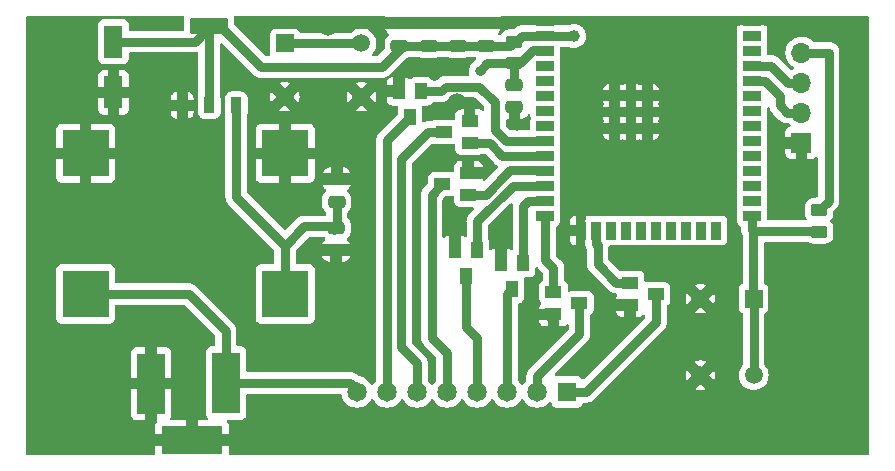
<source format=gtl>
G04 #@! TF.GenerationSoftware,KiCad,Pcbnew,(6.0.4)*
G04 #@! TF.CreationDate,2022-04-15T12:43:22+02:00*
G04 #@! TF.ProjectId,7segments_beide_groundplane,37736567-6d65-46e7-9473-5f6265696465,rev?*
G04 #@! TF.SameCoordinates,Original*
G04 #@! TF.FileFunction,Copper,L1,Top*
G04 #@! TF.FilePolarity,Positive*
%FSLAX46Y46*%
G04 Gerber Fmt 4.6, Leading zero omitted, Abs format (unit mm)*
G04 Created by KiCad (PCBNEW (6.0.4)) date 2022-04-15 12:43:22*
%MOMM*%
%LPD*%
G01*
G04 APERTURE LIST*
G04 Aperture macros list*
%AMRoundRect*
0 Rectangle with rounded corners*
0 $1 Rounding radius*
0 $2 $3 $4 $5 $6 $7 $8 $9 X,Y pos of 4 corners*
0 Add a 4 corners polygon primitive as box body*
4,1,4,$2,$3,$4,$5,$6,$7,$8,$9,$2,$3,0*
0 Add four circle primitives for the rounded corners*
1,1,$1+$1,$2,$3*
1,1,$1+$1,$4,$5*
1,1,$1+$1,$6,$7*
1,1,$1+$1,$8,$9*
0 Add four rect primitives between the rounded corners*
20,1,$1+$1,$2,$3,$4,$5,0*
20,1,$1+$1,$4,$5,$6,$7,0*
20,1,$1+$1,$6,$7,$8,$9,0*
20,1,$1+$1,$8,$9,$2,$3,0*%
G04 Aperture macros list end*
G04 #@! TA.AperFunction,SMDPad,CuDef*
%ADD10R,1.400000X1.000000*%
G04 #@! TD*
G04 #@! TA.AperFunction,SMDPad,CuDef*
%ADD11RoundRect,0.250000X0.475000X-0.250000X0.475000X0.250000X-0.475000X0.250000X-0.475000X-0.250000X0*%
G04 #@! TD*
G04 #@! TA.AperFunction,ComponentPad*
%ADD12R,1.650000X1.650000*%
G04 #@! TD*
G04 #@! TA.AperFunction,ComponentPad*
%ADD13C,1.650000*%
G04 #@! TD*
G04 #@! TA.AperFunction,SMDPad,CuDef*
%ADD14RoundRect,0.250000X-0.475000X0.250000X-0.475000X-0.250000X0.475000X-0.250000X0.475000X0.250000X0*%
G04 #@! TD*
G04 #@! TA.AperFunction,ComponentPad*
%ADD15R,1.700000X1.700000*%
G04 #@! TD*
G04 #@! TA.AperFunction,ComponentPad*
%ADD16O,1.700000X1.700000*%
G04 #@! TD*
G04 #@! TA.AperFunction,SMDPad,CuDef*
%ADD17R,1.000000X1.400000*%
G04 #@! TD*
G04 #@! TA.AperFunction,ComponentPad*
%ADD18R,4.000000X4.000000*%
G04 #@! TD*
G04 #@! TA.AperFunction,SMDPad,CuDef*
%ADD19R,1.600000X2.800000*%
G04 #@! TD*
G04 #@! TA.AperFunction,SMDPad,CuDef*
%ADD20RoundRect,0.250000X-0.450000X0.262500X-0.450000X-0.262500X0.450000X-0.262500X0.450000X0.262500X0*%
G04 #@! TD*
G04 #@! TA.AperFunction,SMDPad,CuDef*
%ADD21RoundRect,0.093000X-0.372000X-0.562000X0.372000X-0.562000X0.372000X0.562000X-0.372000X0.562000X0*%
G04 #@! TD*
G04 #@! TA.AperFunction,SMDPad,CuDef*
%ADD22RoundRect,0.131000X-1.489000X-0.524000X1.489000X-0.524000X1.489000X0.524000X-1.489000X0.524000X0*%
G04 #@! TD*
G04 #@! TA.AperFunction,ComponentPad*
%ADD23R,2.400000X5.200000*%
G04 #@! TD*
G04 #@! TA.AperFunction,ComponentPad*
%ADD24R,5.200000X2.400000*%
G04 #@! TD*
G04 #@! TA.AperFunction,ComponentPad*
%ADD25R,1.498000X1.498000*%
G04 #@! TD*
G04 #@! TA.AperFunction,ComponentPad*
%ADD26C,1.498000*%
G04 #@! TD*
G04 #@! TA.AperFunction,SMDPad,CuDef*
%ADD27R,1.500000X0.900000*%
G04 #@! TD*
G04 #@! TA.AperFunction,SMDPad,CuDef*
%ADD28R,0.900000X1.500000*%
G04 #@! TD*
G04 #@! TA.AperFunction,SMDPad,CuDef*
%ADD29R,0.900000X0.900000*%
G04 #@! TD*
G04 #@! TA.AperFunction,ViaPad*
%ADD30C,1.000000*%
G04 #@! TD*
G04 #@! TA.AperFunction,ViaPad*
%ADD31C,1.500000*%
G04 #@! TD*
G04 #@! TA.AperFunction,ViaPad*
%ADD32C,0.800000*%
G04 #@! TD*
G04 #@! TA.AperFunction,Conductor*
%ADD33C,0.800000*%
G04 #@! TD*
G04 APERTURE END LIST*
D10*
X149300000Y-107850000D03*
X149300000Y-109750000D03*
X151500000Y-108800000D03*
D11*
X141200000Y-87000000D03*
X141200000Y-85100000D03*
D12*
X150462000Y-116300000D03*
D13*
X147922000Y-116300000D03*
X145382000Y-116300000D03*
X142842000Y-116300000D03*
X140302000Y-116300000D03*
X137762000Y-116300000D03*
X135222000Y-116300000D03*
X132682000Y-116300000D03*
D11*
X136250000Y-87000000D03*
X136250000Y-85100000D03*
D14*
X130900000Y-102400000D03*
X130900000Y-104300000D03*
D15*
X170300000Y-95200000D03*
D16*
X170300000Y-92660000D03*
X170300000Y-90120000D03*
X170300000Y-87580000D03*
D17*
X142850000Y-104300000D03*
X140950000Y-104300000D03*
X141900000Y-106500000D03*
X138100000Y-90850000D03*
X136200000Y-90850000D03*
X137150000Y-93050000D03*
D18*
X109686500Y-108013500D03*
X109686500Y-96113500D03*
X126586500Y-108013500D03*
X126586500Y-96113500D03*
D10*
X155800000Y-107050000D03*
X155800000Y-108950000D03*
X158000000Y-108000000D03*
D19*
X112050000Y-86650000D03*
X112050000Y-90950000D03*
D20*
X146000000Y-86637500D03*
X146000000Y-88462500D03*
D17*
X146750000Y-105400000D03*
X144850000Y-105400000D03*
X145800000Y-107600000D03*
D14*
X130950000Y-98300000D03*
X130950000Y-100200000D03*
D21*
X117860000Y-92031000D03*
X120150000Y-92031000D03*
X122440000Y-92031000D03*
D22*
X120150000Y-85341000D03*
D10*
X142200000Y-95250000D03*
X142200000Y-93350000D03*
X140000000Y-94300000D03*
D20*
X171800000Y-100900000D03*
X171800000Y-102725000D03*
D11*
X146000000Y-92200000D03*
X146000000Y-90300000D03*
D23*
X121600000Y-115550000D03*
X115250000Y-115600000D03*
D24*
X118700000Y-120400000D03*
D11*
X138750000Y-87000000D03*
X138750000Y-85100000D03*
D25*
X166250000Y-108400000D03*
D26*
X166250000Y-114900000D03*
X161750000Y-108400000D03*
X161750000Y-114900000D03*
D10*
X142100000Y-99650000D03*
X142100000Y-97750000D03*
X139900000Y-98700000D03*
D11*
X143600000Y-87000000D03*
X143600000Y-85100000D03*
D25*
X126550000Y-86800000D03*
D26*
X133050000Y-86800000D03*
X126550000Y-91300000D03*
X133050000Y-91300000D03*
D27*
X148612500Y-84890000D03*
X148612500Y-86160000D03*
X148612500Y-87430000D03*
X148612500Y-88700000D03*
X148612500Y-89970000D03*
X148612500Y-91240000D03*
X148612500Y-92510000D03*
X148612500Y-93780000D03*
X148612500Y-95050000D03*
X148612500Y-96320000D03*
X148612500Y-97590000D03*
X148612500Y-98860000D03*
X148612500Y-100130000D03*
X148612500Y-101400000D03*
D28*
X151647500Y-102650000D03*
X152917500Y-102650000D03*
X154187500Y-102650000D03*
X155457500Y-102650000D03*
X156727500Y-102650000D03*
X157997500Y-102650000D03*
X159267500Y-102650000D03*
X160537500Y-102650000D03*
X161807500Y-102650000D03*
X163077500Y-102650000D03*
D27*
X166112500Y-101400000D03*
X166112500Y-100130000D03*
X166112500Y-98860000D03*
X166112500Y-97590000D03*
X166112500Y-96320000D03*
X166112500Y-95050000D03*
X166112500Y-93780000D03*
X166112500Y-92510000D03*
X166112500Y-91240000D03*
X166112500Y-89970000D03*
X166112500Y-88700000D03*
X166112500Y-87430000D03*
X166112500Y-86160000D03*
X166112500Y-84890000D03*
D29*
X154462500Y-91210000D03*
X155862500Y-91210000D03*
X157262500Y-91210000D03*
X154462500Y-92610000D03*
X155862500Y-92610000D03*
X157262500Y-92610000D03*
X154462500Y-94010000D03*
X155862500Y-94010000D03*
X157262500Y-94010000D03*
D30*
X151040000Y-86160000D03*
D31*
X111400000Y-115600000D03*
X130200000Y-85400000D03*
X141100000Y-91800000D03*
X145000000Y-103100000D03*
D30*
X146200000Y-93700000D03*
D31*
X139100000Y-96600000D03*
X147500000Y-111700000D03*
X141000000Y-101800000D03*
X174600000Y-98250000D03*
X107100000Y-88550000D03*
X168200000Y-118500000D03*
D32*
X143050000Y-89100000D03*
D33*
X120150000Y-92031000D02*
X120150000Y-85400000D01*
X148612500Y-86160000D02*
X146640000Y-86160000D01*
X134750000Y-88800000D02*
X136300000Y-87250000D01*
X172600000Y-87580000D02*
X171800000Y-87580000D01*
X118950000Y-86650000D02*
X120150000Y-85450000D01*
X120150000Y-85400000D02*
X120250000Y-85300000D01*
X172600000Y-87600000D02*
X172580000Y-87580000D01*
X121091000Y-85341000D02*
X124550000Y-88800000D01*
X148612500Y-86160000D02*
X151040000Y-86160000D01*
X141200000Y-87000000D02*
X143450000Y-87000000D01*
X146640000Y-86160000D02*
X146150000Y-86650000D01*
X124550000Y-88800000D02*
X134750000Y-88800000D01*
X171800000Y-87580000D02*
X170300000Y-87580000D01*
X172580000Y-87580000D02*
X171800000Y-87580000D01*
X136250000Y-87000000D02*
X141250000Y-87000000D01*
X172600000Y-100100000D02*
X172600000Y-87600000D01*
X112050000Y-86650000D02*
X118950000Y-86650000D01*
X171800000Y-100900000D02*
X172600000Y-100100000D01*
X143600000Y-87000000D02*
X145650000Y-87000000D01*
X120150000Y-85341000D02*
X121091000Y-85341000D01*
X145650000Y-87000000D02*
X145950000Y-86700000D01*
X152100000Y-116300000D02*
X150462000Y-116300000D01*
X158000000Y-110400000D02*
X152100000Y-116300000D01*
X158000000Y-108000000D02*
X158000000Y-110400000D01*
X151500000Y-111400000D02*
X147922000Y-114978000D01*
X151500000Y-108800000D02*
X151500000Y-111400000D01*
X147922000Y-114978000D02*
X147922000Y-116300000D01*
X142842000Y-111742000D02*
X142842000Y-116300000D01*
X141900000Y-110800000D02*
X142842000Y-111742000D01*
X141900000Y-106500000D02*
X141900000Y-110800000D01*
X139900000Y-98700000D02*
X139000000Y-99600000D01*
X139000000Y-111700000D02*
X140302000Y-113002000D01*
X139000000Y-99600000D02*
X139000000Y-111700000D01*
X140302000Y-113002000D02*
X140302000Y-116300000D01*
X136400000Y-112500000D02*
X137762000Y-113862000D01*
X137762000Y-113862000D02*
X137762000Y-116300000D01*
X138700000Y-94300000D02*
X136400000Y-96600000D01*
X136400000Y-96600000D02*
X136400000Y-112500000D01*
X140000000Y-94300000D02*
X138700000Y-94300000D01*
X137150000Y-93050000D02*
X135222000Y-94978000D01*
X135222000Y-94978000D02*
X135222000Y-116300000D01*
X122440000Y-99767000D02*
X126586500Y-103913500D01*
X122440000Y-92031000D02*
X122440000Y-99767000D01*
X130950000Y-100200000D02*
X130950000Y-102400000D01*
X130950000Y-102400000D02*
X130750000Y-102600000D01*
X128200000Y-102300000D02*
X130950000Y-102300000D01*
X126586500Y-103913500D02*
X128200000Y-102300000D01*
X126586500Y-108013500D02*
X126586500Y-103913500D01*
X168500000Y-91228478D02*
X167241522Y-89970000D01*
X167241522Y-89970000D02*
X166112500Y-89970000D01*
X168500000Y-92050000D02*
X168500000Y-91228478D01*
X170300000Y-92660000D02*
X169110000Y-92660000D01*
X169110000Y-92660000D02*
X168500000Y-92050000D01*
X166112500Y-88700000D02*
X167750000Y-88700000D01*
X169200000Y-90150000D02*
X170400000Y-90150000D01*
X170300000Y-90120000D02*
X170170000Y-89990000D01*
X167750000Y-88700000D02*
X169200000Y-90150000D01*
X145400000Y-116282000D02*
X145382000Y-116300000D01*
X145400000Y-108000000D02*
X145400000Y-116282000D01*
X145800000Y-107600000D02*
X145400000Y-108000000D01*
X148612500Y-100130000D02*
X147170000Y-100130000D01*
X146750000Y-100550000D02*
X147170000Y-100130000D01*
X146750000Y-105400000D02*
X146750000Y-100550000D01*
X148612500Y-95050000D02*
X145300000Y-95050000D01*
X140200000Y-90450000D02*
X143000000Y-90450000D01*
X139800000Y-90850000D02*
X140200000Y-90450000D01*
X145300000Y-95050000D02*
X144350000Y-94100000D01*
X139800000Y-90850000D02*
X138100000Y-90850000D01*
X144350000Y-94100000D02*
X144350000Y-91800000D01*
X143000000Y-90450000D02*
X144350000Y-91800000D01*
X152917500Y-103779022D02*
X153035000Y-103896522D01*
X153035000Y-105490000D02*
X154595000Y-107050000D01*
X153035000Y-103896522D02*
X153035000Y-105490000D01*
X154595000Y-107050000D02*
X155800000Y-107050000D01*
X152917500Y-102650000D02*
X152917500Y-103779022D01*
X148612500Y-98860000D02*
X145840000Y-98860000D01*
X142850000Y-101850000D02*
X142850000Y-104300000D01*
X145840000Y-98860000D02*
X142850000Y-101850000D01*
X148612500Y-105112500D02*
X148612500Y-101400000D01*
X149300000Y-105800000D02*
X148612500Y-105112500D01*
X149300000Y-107850000D02*
X149300000Y-105800000D01*
X145400000Y-97800000D02*
X145650000Y-97550000D01*
X142100000Y-99650000D02*
X143550000Y-99650000D01*
X143550000Y-99650000D02*
X145400000Y-97800000D01*
X145650000Y-97550000D02*
X148550000Y-97550000D01*
X148612500Y-96320000D02*
X144970000Y-96320000D01*
X142200000Y-95250000D02*
X143900000Y-95250000D01*
X144970000Y-96320000D02*
X143900000Y-95250000D01*
X146450978Y-88462500D02*
X147563478Y-87350000D01*
X146000000Y-90150000D02*
X146050000Y-90200000D01*
X146000000Y-88462500D02*
X146000000Y-90150000D01*
X133100000Y-86800000D02*
X133150000Y-86750000D01*
X146000000Y-88462500D02*
X146450978Y-88462500D01*
X126550000Y-86800000D02*
X133100000Y-86800000D01*
X143687500Y-88462500D02*
X143050000Y-89100000D01*
X147563478Y-87350000D02*
X148500000Y-87350000D01*
X146000000Y-88462500D02*
X143687500Y-88462500D01*
X121600000Y-115550000D02*
X132100000Y-115550000D01*
X132100000Y-115550000D02*
X132750000Y-116200000D01*
X121550000Y-111150000D02*
X121550000Y-116000000D01*
X118413500Y-108013500D02*
X121550000Y-111150000D01*
X109686500Y-108013500D02*
X118413500Y-108013500D01*
X166230000Y-102690000D02*
X166230000Y-108380000D01*
X166230000Y-108380000D02*
X166250000Y-108400000D01*
X166230000Y-102690000D02*
X171765000Y-102690000D01*
X166112500Y-101400000D02*
X166112500Y-102572500D01*
X171765000Y-102690000D02*
X171800000Y-102725000D01*
X166250000Y-108400000D02*
X166250000Y-114900000D01*
X166112500Y-102572500D02*
X166230000Y-102690000D01*
G04 #@! TA.AperFunction,Conductor*
G36*
X117990800Y-84508502D02*
G01*
X118037293Y-84562158D01*
X118047397Y-84632432D01*
X118043676Y-84649652D01*
X118026150Y-84709979D01*
X118024353Y-84716165D01*
X118023849Y-84722570D01*
X118023848Y-84722575D01*
X118021693Y-84749959D01*
X118021500Y-84752415D01*
X118021501Y-85243686D01*
X118021501Y-85615500D01*
X118001499Y-85683621D01*
X117947843Y-85730114D01*
X117895501Y-85741500D01*
X113484500Y-85741500D01*
X113416379Y-85721498D01*
X113369886Y-85667842D01*
X113358500Y-85615500D01*
X113358500Y-85201866D01*
X113351745Y-85139684D01*
X113300615Y-85003295D01*
X113213261Y-84886739D01*
X113096705Y-84799385D01*
X112960316Y-84748255D01*
X112898134Y-84741500D01*
X111201866Y-84741500D01*
X111139684Y-84748255D01*
X111003295Y-84799385D01*
X110886739Y-84886739D01*
X110799385Y-85003295D01*
X110748255Y-85139684D01*
X110741500Y-85201866D01*
X110741500Y-88098134D01*
X110748255Y-88160316D01*
X110799385Y-88296705D01*
X110886739Y-88413261D01*
X111003295Y-88500615D01*
X111139684Y-88551745D01*
X111201866Y-88558500D01*
X112898134Y-88558500D01*
X112960316Y-88551745D01*
X113096705Y-88500615D01*
X113213261Y-88413261D01*
X113300615Y-88296705D01*
X113351745Y-88160316D01*
X113358500Y-88098134D01*
X113358500Y-87684500D01*
X113378502Y-87616379D01*
X113432158Y-87569886D01*
X113484500Y-87558500D01*
X118868583Y-87558500D01*
X118888292Y-87560051D01*
X118902190Y-87562252D01*
X118908777Y-87561907D01*
X118908782Y-87561907D01*
X118970480Y-87558673D01*
X118977074Y-87558500D01*
X118997610Y-87558500D01*
X119000882Y-87558156D01*
X119000884Y-87558156D01*
X119018042Y-87556353D01*
X119024616Y-87555836D01*
X119048242Y-87554598D01*
X119092903Y-87552257D01*
X119096754Y-87551225D01*
X119166205Y-87560203D01*
X119220517Y-87605927D01*
X119241500Y-87675550D01*
X119241500Y-91167368D01*
X119231910Y-91215584D01*
X119191982Y-91311977D01*
X119176500Y-91429577D01*
X119176501Y-92632422D01*
X119177039Y-92636506D01*
X119177039Y-92636512D01*
X119190286Y-92737140D01*
X119191982Y-92750023D01*
X119252591Y-92896345D01*
X119349005Y-93021995D01*
X119474655Y-93118409D01*
X119620977Y-93179018D01*
X119629165Y-93180096D01*
X119734490Y-93193962D01*
X119738577Y-93194500D01*
X120149950Y-93194500D01*
X120561422Y-93194499D01*
X120565506Y-93193961D01*
X120565512Y-93193961D01*
X120670836Y-93180096D01*
X120670838Y-93180095D01*
X120679023Y-93179018D01*
X120825345Y-93118409D01*
X120950995Y-93021995D01*
X121047409Y-92896345D01*
X121108018Y-92750023D01*
X121119870Y-92660000D01*
X121122962Y-92636510D01*
X121122962Y-92636509D01*
X121123500Y-92632423D01*
X121123499Y-91429578D01*
X121123499Y-91429577D01*
X121466500Y-91429577D01*
X121466501Y-92632422D01*
X121467039Y-92636506D01*
X121467039Y-92636512D01*
X121480286Y-92737140D01*
X121481982Y-92750023D01*
X121521910Y-92846416D01*
X121531500Y-92894632D01*
X121531500Y-99685583D01*
X121529949Y-99705292D01*
X121527748Y-99719190D01*
X121528093Y-99725777D01*
X121528093Y-99725782D01*
X121531327Y-99787480D01*
X121531500Y-99794074D01*
X121531500Y-99814610D01*
X121531844Y-99817882D01*
X121531844Y-99817884D01*
X121533647Y-99835042D01*
X121534164Y-99841616D01*
X121537372Y-99902817D01*
X121537743Y-99909903D01*
X121539453Y-99916284D01*
X121539453Y-99916286D01*
X121541383Y-99923491D01*
X121544985Y-99942925D01*
X121545766Y-99950354D01*
X121545768Y-99950363D01*
X121546458Y-99956928D01*
X121567600Y-100021997D01*
X121569467Y-100028299D01*
X121587171Y-100094370D01*
X121593559Y-100106907D01*
X121601125Y-100125173D01*
X121605473Y-100138556D01*
X121608776Y-100144278D01*
X121608777Y-100144279D01*
X121639667Y-100197782D01*
X121642814Y-100203577D01*
X121673871Y-100264530D01*
X121678024Y-100269658D01*
X121678025Y-100269660D01*
X121682727Y-100275466D01*
X121693927Y-100291763D01*
X121697657Y-100298224D01*
X121697660Y-100298228D01*
X121700960Y-100303944D01*
X121705377Y-100308850D01*
X121705381Y-100308855D01*
X121746722Y-100354769D01*
X121751006Y-100359784D01*
X121752229Y-100361294D01*
X121763928Y-100375741D01*
X121778443Y-100390256D01*
X121782984Y-100395041D01*
X121828747Y-100445866D01*
X121834086Y-100449745D01*
X121834087Y-100449746D01*
X121840135Y-100454140D01*
X121855168Y-100466981D01*
X125641095Y-104252908D01*
X125675121Y-104315220D01*
X125678000Y-104342003D01*
X125678000Y-105379000D01*
X125657998Y-105447121D01*
X125604342Y-105493614D01*
X125552000Y-105505000D01*
X124538366Y-105505000D01*
X124476184Y-105511755D01*
X124339795Y-105562885D01*
X124223239Y-105650239D01*
X124135885Y-105766795D01*
X124084755Y-105903184D01*
X124078000Y-105965366D01*
X124078000Y-110061634D01*
X124084755Y-110123816D01*
X124135885Y-110260205D01*
X124223239Y-110376761D01*
X124339795Y-110464115D01*
X124476184Y-110515245D01*
X124538366Y-110522000D01*
X128634634Y-110522000D01*
X128696816Y-110515245D01*
X128833205Y-110464115D01*
X128949761Y-110376761D01*
X129037115Y-110260205D01*
X129088245Y-110123816D01*
X129095000Y-110061634D01*
X129095000Y-105965366D01*
X129088245Y-105903184D01*
X129037115Y-105766795D01*
X128949761Y-105650239D01*
X128833205Y-105562885D01*
X128696816Y-105511755D01*
X128634634Y-105505000D01*
X127621000Y-105505000D01*
X127552879Y-105484998D01*
X127506386Y-105431342D01*
X127495000Y-105379000D01*
X127495000Y-104810799D01*
X129712910Y-104810799D01*
X129731588Y-104866784D01*
X129737761Y-104879962D01*
X129823063Y-105017807D01*
X129832099Y-105029208D01*
X129946829Y-105143739D01*
X129958240Y-105152751D01*
X130096243Y-105237816D01*
X130109424Y-105243963D01*
X130263710Y-105295138D01*
X130277086Y-105298005D01*
X130371438Y-105307672D01*
X130377854Y-105308000D01*
X130381885Y-105308000D01*
X130397124Y-105303525D01*
X130398329Y-105302135D01*
X130400000Y-105294452D01*
X130400000Y-105289884D01*
X131400000Y-105289884D01*
X131404475Y-105305123D01*
X131405865Y-105306328D01*
X131413548Y-105307999D01*
X131422095Y-105307999D01*
X131428614Y-105307662D01*
X131524206Y-105297743D01*
X131537600Y-105294851D01*
X131691784Y-105243412D01*
X131704962Y-105237239D01*
X131842807Y-105151937D01*
X131854208Y-105142901D01*
X131968739Y-105028171D01*
X131977751Y-105016760D01*
X132062816Y-104878757D01*
X132068963Y-104865576D01*
X132085011Y-104817194D01*
X132085500Y-104803101D01*
X132079289Y-104800000D01*
X131418115Y-104800000D01*
X131402876Y-104804475D01*
X131401671Y-104805865D01*
X131400000Y-104813548D01*
X131400000Y-105289884D01*
X130400000Y-105289884D01*
X130400000Y-104818115D01*
X130395525Y-104802876D01*
X130394135Y-104801671D01*
X130386452Y-104800000D01*
X129727422Y-104800000D01*
X129713891Y-104803973D01*
X129712910Y-104810799D01*
X127495000Y-104810799D01*
X127495000Y-104342003D01*
X127515002Y-104273882D01*
X127531905Y-104252908D01*
X128539408Y-103245405D01*
X128601720Y-103211379D01*
X128628503Y-103208500D01*
X129858694Y-103208500D01*
X129926815Y-103228502D01*
X129940704Y-103239684D01*
X129940773Y-103239597D01*
X129946515Y-103244132D01*
X129951697Y-103249305D01*
X129956235Y-103252102D01*
X129996824Y-103309353D01*
X130000054Y-103380276D01*
X129964428Y-103441687D01*
X129955932Y-103449062D01*
X129945793Y-103457098D01*
X129831261Y-103571829D01*
X129822249Y-103583240D01*
X129737184Y-103721243D01*
X129731037Y-103734424D01*
X129714989Y-103782806D01*
X129714500Y-103796899D01*
X129720711Y-103800000D01*
X132072578Y-103800000D01*
X132086109Y-103796027D01*
X132087090Y-103789201D01*
X132068412Y-103733216D01*
X132062239Y-103720038D01*
X131976937Y-103582193D01*
X131967901Y-103570792D01*
X131853172Y-103456262D01*
X131844238Y-103449206D01*
X131803177Y-103391288D01*
X131799947Y-103320365D01*
X131835574Y-103258954D01*
X131843407Y-103252154D01*
X131849348Y-103248478D01*
X131974305Y-103123303D01*
X131985054Y-103105865D01*
X132063275Y-102978968D01*
X132063276Y-102978966D01*
X132067115Y-102972738D01*
X132122797Y-102804861D01*
X132133500Y-102700400D01*
X132133500Y-102099600D01*
X132122526Y-101993834D01*
X132118905Y-101982979D01*
X132068868Y-101833002D01*
X132066550Y-101826054D01*
X131973478Y-101675652D01*
X131895482Y-101597791D01*
X131861403Y-101535510D01*
X131858500Y-101508619D01*
X131858500Y-101140683D01*
X131878502Y-101072562D01*
X131899855Y-101048984D01*
X131899348Y-101048478D01*
X132019134Y-100928483D01*
X132024305Y-100923303D01*
X132054946Y-100873595D01*
X132113275Y-100778968D01*
X132113276Y-100778966D01*
X132117115Y-100772738D01*
X132155128Y-100658131D01*
X132170632Y-100611389D01*
X132170632Y-100611387D01*
X132172797Y-100604861D01*
X132173520Y-100597810D01*
X132180094Y-100533641D01*
X132183500Y-100500400D01*
X132183500Y-99899600D01*
X132182501Y-99889974D01*
X132173238Y-99800692D01*
X132173237Y-99800688D01*
X132172526Y-99793834D01*
X132150022Y-99726380D01*
X132118868Y-99633002D01*
X132116550Y-99626054D01*
X132023478Y-99475652D01*
X131998497Y-99450714D01*
X131903486Y-99355869D01*
X131898303Y-99350695D01*
X131893765Y-99347898D01*
X131853176Y-99290647D01*
X131849946Y-99219724D01*
X131885572Y-99158313D01*
X131894068Y-99150938D01*
X131904207Y-99142902D01*
X132018739Y-99028171D01*
X132027751Y-99016760D01*
X132112816Y-98878757D01*
X132118963Y-98865576D01*
X132135011Y-98817194D01*
X132135500Y-98803101D01*
X132129289Y-98800000D01*
X129777422Y-98800000D01*
X129763891Y-98803973D01*
X129762910Y-98810799D01*
X129781588Y-98866784D01*
X129787761Y-98879962D01*
X129873063Y-99017807D01*
X129882099Y-99029208D01*
X129996828Y-99143738D01*
X130005762Y-99150794D01*
X130046823Y-99208712D01*
X130050053Y-99279635D01*
X130014426Y-99341046D01*
X130006593Y-99347846D01*
X130000652Y-99351522D01*
X129995479Y-99356704D01*
X129990660Y-99361531D01*
X129875695Y-99476697D01*
X129782885Y-99627262D01*
X129727203Y-99795139D01*
X129726503Y-99801975D01*
X129726502Y-99801978D01*
X129723115Y-99835042D01*
X129716500Y-99899600D01*
X129716500Y-100500400D01*
X129716837Y-100503646D01*
X129716837Y-100503650D01*
X129725968Y-100591649D01*
X129727474Y-100606166D01*
X129729655Y-100612702D01*
X129729655Y-100612704D01*
X129733663Y-100624717D01*
X129783450Y-100773946D01*
X129876522Y-100924348D01*
X129881704Y-100929521D01*
X130001697Y-101049305D01*
X130000059Y-101050945D01*
X130034656Y-101099744D01*
X130041500Y-101140706D01*
X130041500Y-101265500D01*
X130021498Y-101333621D01*
X129967842Y-101380114D01*
X129915500Y-101391500D01*
X128281417Y-101391500D01*
X128261707Y-101389949D01*
X128254327Y-101388780D01*
X128254326Y-101388780D01*
X128247810Y-101387748D01*
X128241223Y-101388093D01*
X128241218Y-101388093D01*
X128179520Y-101391327D01*
X128172926Y-101391500D01*
X128152390Y-101391500D01*
X128149118Y-101391844D01*
X128149116Y-101391844D01*
X128131958Y-101393647D01*
X128125384Y-101394164D01*
X128063696Y-101397397D01*
X128063694Y-101397397D01*
X128057097Y-101397743D01*
X128043504Y-101401385D01*
X128024075Y-101404986D01*
X128010072Y-101406458D01*
X128003791Y-101408499D01*
X128003790Y-101408499D01*
X127988642Y-101413421D01*
X127945025Y-101427593D01*
X127938712Y-101429463D01*
X127918074Y-101434993D01*
X127879003Y-101445462D01*
X127879000Y-101445463D01*
X127872630Y-101447170D01*
X127860085Y-101453562D01*
X127841826Y-101461125D01*
X127828444Y-101465473D01*
X127822723Y-101468776D01*
X127769223Y-101499664D01*
X127763426Y-101502812D01*
X127708351Y-101530874D01*
X127708348Y-101530876D01*
X127702470Y-101533871D01*
X127697342Y-101538024D01*
X127697340Y-101538025D01*
X127691534Y-101542727D01*
X127675237Y-101553927D01*
X127668776Y-101557657D01*
X127668772Y-101557660D01*
X127663056Y-101560960D01*
X127658150Y-101565377D01*
X127658145Y-101565381D01*
X127612231Y-101606722D01*
X127607216Y-101611006D01*
X127598718Y-101617888D01*
X127591259Y-101623928D01*
X127576744Y-101638443D01*
X127571959Y-101642984D01*
X127521134Y-101688747D01*
X127517255Y-101694086D01*
X127517254Y-101694087D01*
X127512860Y-101700135D01*
X127500019Y-101715168D01*
X126675595Y-102539592D01*
X126613283Y-102573618D01*
X126542468Y-102568553D01*
X126497405Y-102539592D01*
X123385405Y-99427592D01*
X123351379Y-99365280D01*
X123348500Y-99338497D01*
X123348500Y-98158169D01*
X124078501Y-98158169D01*
X124078871Y-98164990D01*
X124084395Y-98215852D01*
X124088021Y-98231104D01*
X124133176Y-98351554D01*
X124141714Y-98367149D01*
X124218215Y-98469224D01*
X124230776Y-98481785D01*
X124332851Y-98558286D01*
X124348446Y-98566824D01*
X124468894Y-98611978D01*
X124484149Y-98615605D01*
X124535014Y-98621131D01*
X124541828Y-98621500D01*
X126068385Y-98621500D01*
X126083624Y-98617025D01*
X126084829Y-98615635D01*
X126086500Y-98607952D01*
X126086500Y-98603384D01*
X127086500Y-98603384D01*
X127090975Y-98618623D01*
X127092365Y-98619828D01*
X127100048Y-98621499D01*
X128631169Y-98621499D01*
X128637990Y-98621129D01*
X128688852Y-98615605D01*
X128704104Y-98611979D01*
X128824554Y-98566824D01*
X128840149Y-98558286D01*
X128942224Y-98481785D01*
X128954785Y-98469224D01*
X129031286Y-98367149D01*
X129039824Y-98351554D01*
X129084978Y-98231106D01*
X129088605Y-98215851D01*
X129094131Y-98164986D01*
X129094500Y-98158172D01*
X129094500Y-97796899D01*
X129764500Y-97796899D01*
X129770711Y-97800000D01*
X130431885Y-97800000D01*
X130447124Y-97795525D01*
X130448329Y-97794135D01*
X130450000Y-97786452D01*
X130450000Y-97781885D01*
X131450000Y-97781885D01*
X131454475Y-97797124D01*
X131455865Y-97798329D01*
X131463548Y-97800000D01*
X132122578Y-97800000D01*
X132136109Y-97796027D01*
X132137090Y-97789201D01*
X132118412Y-97733216D01*
X132112239Y-97720038D01*
X132026937Y-97582193D01*
X132017901Y-97570792D01*
X131903171Y-97456261D01*
X131891760Y-97447249D01*
X131753757Y-97362184D01*
X131740576Y-97356037D01*
X131586290Y-97304862D01*
X131572914Y-97301995D01*
X131478562Y-97292328D01*
X131472145Y-97292000D01*
X131468115Y-97292000D01*
X131452876Y-97296475D01*
X131451671Y-97297865D01*
X131450000Y-97305548D01*
X131450000Y-97781885D01*
X130450000Y-97781885D01*
X130450000Y-97310116D01*
X130445525Y-97294877D01*
X130444135Y-97293672D01*
X130436452Y-97292001D01*
X130427905Y-97292001D01*
X130421386Y-97292338D01*
X130325794Y-97302257D01*
X130312400Y-97305149D01*
X130158216Y-97356588D01*
X130145038Y-97362761D01*
X130007193Y-97448063D01*
X129995792Y-97457099D01*
X129881261Y-97571829D01*
X129872249Y-97583240D01*
X129787184Y-97721243D01*
X129781037Y-97734424D01*
X129764989Y-97782806D01*
X129764500Y-97796899D01*
X129094500Y-97796899D01*
X129094500Y-96631615D01*
X129090025Y-96616376D01*
X129088635Y-96615171D01*
X129080952Y-96613500D01*
X127104615Y-96613500D01*
X127089376Y-96617975D01*
X127088171Y-96619365D01*
X127086500Y-96627048D01*
X127086500Y-98603384D01*
X126086500Y-98603384D01*
X126086500Y-96631615D01*
X126082025Y-96616376D01*
X126080635Y-96615171D01*
X126072952Y-96613500D01*
X124096616Y-96613500D01*
X124081377Y-96617975D01*
X124080172Y-96619365D01*
X124078501Y-96627048D01*
X124078501Y-98158169D01*
X123348500Y-98158169D01*
X123348500Y-95595385D01*
X124078500Y-95595385D01*
X124082975Y-95610624D01*
X124084365Y-95611829D01*
X124092048Y-95613500D01*
X126068385Y-95613500D01*
X126083624Y-95609025D01*
X126084829Y-95607635D01*
X126086500Y-95599952D01*
X126086500Y-95595385D01*
X127086500Y-95595385D01*
X127090975Y-95610624D01*
X127092365Y-95611829D01*
X127100048Y-95613500D01*
X129076384Y-95613500D01*
X129091623Y-95609025D01*
X129092828Y-95607635D01*
X129094499Y-95599952D01*
X129094499Y-94068831D01*
X129094129Y-94062010D01*
X129088605Y-94011148D01*
X129084979Y-93995896D01*
X129039824Y-93875446D01*
X129031286Y-93859851D01*
X128954785Y-93757776D01*
X128942224Y-93745215D01*
X128840149Y-93668714D01*
X128824554Y-93660176D01*
X128704106Y-93615022D01*
X128688851Y-93611395D01*
X128637986Y-93605869D01*
X128631172Y-93605500D01*
X127104615Y-93605500D01*
X127089376Y-93609975D01*
X127088171Y-93611365D01*
X127086500Y-93619048D01*
X127086500Y-95595385D01*
X126086500Y-95595385D01*
X126086500Y-93623616D01*
X126082025Y-93608377D01*
X126080635Y-93607172D01*
X126072952Y-93605501D01*
X124541831Y-93605501D01*
X124535010Y-93605871D01*
X124484148Y-93611395D01*
X124468896Y-93615021D01*
X124348446Y-93660176D01*
X124332851Y-93668714D01*
X124230776Y-93745215D01*
X124218215Y-93757776D01*
X124141714Y-93859851D01*
X124133176Y-93875446D01*
X124088022Y-93995894D01*
X124084395Y-94011149D01*
X124078869Y-94062014D01*
X124078500Y-94068828D01*
X124078500Y-95595385D01*
X123348500Y-95595385D01*
X123348500Y-92894632D01*
X123358090Y-92846416D01*
X123398018Y-92750023D01*
X123409870Y-92660000D01*
X123412962Y-92636510D01*
X123412962Y-92636509D01*
X123413500Y-92632423D01*
X123413500Y-92470316D01*
X126092411Y-92470316D01*
X126096153Y-92475315D01*
X126113454Y-92483382D01*
X126123750Y-92487129D01*
X126325575Y-92541208D01*
X126336370Y-92543111D01*
X126544525Y-92561323D01*
X126555475Y-92561323D01*
X126763630Y-92543111D01*
X126774425Y-92541208D01*
X126976250Y-92487129D01*
X126986546Y-92483382D01*
X126997225Y-92478402D01*
X127006410Y-92470316D01*
X132592411Y-92470316D01*
X132596153Y-92475315D01*
X132613454Y-92483382D01*
X132623750Y-92487129D01*
X132825575Y-92541208D01*
X132836370Y-92543111D01*
X133044525Y-92561323D01*
X133055475Y-92561323D01*
X133263630Y-92543111D01*
X133274425Y-92541208D01*
X133476250Y-92487129D01*
X133486546Y-92483382D01*
X133497225Y-92478402D01*
X133507807Y-92469086D01*
X133506000Y-92463107D01*
X133062812Y-92019919D01*
X133048868Y-92012305D01*
X133047035Y-92012436D01*
X133040420Y-92016687D01*
X132599171Y-92457936D01*
X132592411Y-92470316D01*
X127006410Y-92470316D01*
X127007807Y-92469086D01*
X127006000Y-92463107D01*
X126562812Y-92019919D01*
X126548868Y-92012305D01*
X126547035Y-92012436D01*
X126540420Y-92016687D01*
X126099171Y-92457936D01*
X126092411Y-92470316D01*
X123413500Y-92470316D01*
X123413499Y-91429578D01*
X123410048Y-91403357D01*
X123399096Y-91320164D01*
X123399095Y-91320162D01*
X123398018Y-91311977D01*
X123395325Y-91305475D01*
X125288677Y-91305475D01*
X125306889Y-91513630D01*
X125308792Y-91524425D01*
X125362871Y-91726250D01*
X125366618Y-91736546D01*
X125371598Y-91747225D01*
X125380914Y-91757807D01*
X125386893Y-91756000D01*
X125830081Y-91312812D01*
X125836459Y-91301132D01*
X127262305Y-91301132D01*
X127262436Y-91302965D01*
X127266687Y-91309580D01*
X127707936Y-91750829D01*
X127720316Y-91757589D01*
X127725315Y-91753847D01*
X127733382Y-91736546D01*
X127737129Y-91726250D01*
X127791208Y-91524425D01*
X127793111Y-91513630D01*
X127811323Y-91305475D01*
X131788677Y-91305475D01*
X131806889Y-91513630D01*
X131808792Y-91524425D01*
X131862871Y-91726250D01*
X131866618Y-91736546D01*
X131871598Y-91747225D01*
X131880914Y-91757807D01*
X131886893Y-91756000D01*
X132330081Y-91312812D01*
X132336459Y-91301132D01*
X133762305Y-91301132D01*
X133762436Y-91302965D01*
X133766687Y-91309580D01*
X134207936Y-91750829D01*
X134220316Y-91757589D01*
X134225315Y-91753847D01*
X134233382Y-91736546D01*
X134237129Y-91726250D01*
X134291208Y-91524425D01*
X134293111Y-91513630D01*
X134311323Y-91305475D01*
X134311323Y-91294525D01*
X134293111Y-91086370D01*
X134291208Y-91075575D01*
X134237129Y-90873750D01*
X134233382Y-90863454D01*
X134228402Y-90852775D01*
X134219086Y-90842193D01*
X134213107Y-90844000D01*
X133769919Y-91287188D01*
X133762305Y-91301132D01*
X132336459Y-91301132D01*
X132337695Y-91298868D01*
X132337564Y-91297035D01*
X132333313Y-91290420D01*
X131892064Y-90849171D01*
X131879684Y-90842411D01*
X131874685Y-90846153D01*
X131866618Y-90863454D01*
X131862871Y-90873750D01*
X131808792Y-91075575D01*
X131806889Y-91086370D01*
X131788677Y-91294525D01*
X131788677Y-91305475D01*
X127811323Y-91305475D01*
X127811323Y-91294525D01*
X127793111Y-91086370D01*
X127791208Y-91075575D01*
X127737129Y-90873750D01*
X127733382Y-90863454D01*
X127728402Y-90852775D01*
X127719086Y-90842193D01*
X127713107Y-90844000D01*
X127269919Y-91287188D01*
X127262305Y-91301132D01*
X125836459Y-91301132D01*
X125837695Y-91298868D01*
X125837564Y-91297035D01*
X125833313Y-91290420D01*
X125392064Y-90849171D01*
X125379684Y-90842411D01*
X125374685Y-90846153D01*
X125366618Y-90863454D01*
X125362871Y-90873750D01*
X125308792Y-91075575D01*
X125306889Y-91086370D01*
X125288677Y-91294525D01*
X125288677Y-91305475D01*
X123395325Y-91305475D01*
X123337409Y-91165655D01*
X123240995Y-91040005D01*
X123115345Y-90943591D01*
X122969023Y-90882982D01*
X122926798Y-90877423D01*
X122855510Y-90868038D01*
X122855509Y-90868038D01*
X122851423Y-90867500D01*
X122440050Y-90867500D01*
X122028578Y-90867501D01*
X122024494Y-90868039D01*
X122024488Y-90868039D01*
X121919164Y-90881904D01*
X121919162Y-90881905D01*
X121910977Y-90882982D01*
X121764655Y-90943591D01*
X121639005Y-91040005D01*
X121542591Y-91165655D01*
X121481982Y-91311977D01*
X121466500Y-91429577D01*
X121123499Y-91429577D01*
X121120048Y-91403357D01*
X121109096Y-91320164D01*
X121109095Y-91320162D01*
X121108018Y-91311977D01*
X121068090Y-91215584D01*
X121058500Y-91167368D01*
X121058500Y-90130914D01*
X126092193Y-90130914D01*
X126094000Y-90136893D01*
X126537188Y-90580081D01*
X126551132Y-90587695D01*
X126552965Y-90587564D01*
X126559580Y-90583313D01*
X127000829Y-90142064D01*
X127006917Y-90130914D01*
X132592193Y-90130914D01*
X132594000Y-90136893D01*
X133037188Y-90580081D01*
X133051132Y-90587695D01*
X133052965Y-90587564D01*
X133059580Y-90583313D01*
X133500829Y-90142064D01*
X133507589Y-90129684D01*
X133503847Y-90124685D01*
X133486546Y-90116618D01*
X133476250Y-90112871D01*
X133274425Y-90058792D01*
X133263630Y-90056889D01*
X133055475Y-90038677D01*
X133044525Y-90038677D01*
X132836370Y-90056889D01*
X132825575Y-90058792D01*
X132623750Y-90112871D01*
X132613454Y-90116618D01*
X132602775Y-90121598D01*
X132592193Y-90130914D01*
X127006917Y-90130914D01*
X127007589Y-90129684D01*
X127003847Y-90124685D01*
X126986546Y-90116618D01*
X126976250Y-90112871D01*
X126774425Y-90058792D01*
X126763630Y-90056889D01*
X126555475Y-90038677D01*
X126544525Y-90038677D01*
X126336370Y-90056889D01*
X126325575Y-90058792D01*
X126123750Y-90112871D01*
X126113454Y-90116618D01*
X126102775Y-90121598D01*
X126092193Y-90130914D01*
X121058500Y-90130914D01*
X121058500Y-86897503D01*
X121078502Y-86829382D01*
X121132158Y-86782889D01*
X121202432Y-86772785D01*
X121267012Y-86802279D01*
X121273595Y-86808408D01*
X123850019Y-89384832D01*
X123862860Y-89399865D01*
X123871134Y-89411253D01*
X123894616Y-89432396D01*
X123921959Y-89457016D01*
X123926744Y-89461557D01*
X123941259Y-89476072D01*
X123943823Y-89478148D01*
X123957216Y-89488994D01*
X123962231Y-89493278D01*
X124008145Y-89534619D01*
X124008150Y-89534623D01*
X124013056Y-89539040D01*
X124018772Y-89542340D01*
X124018776Y-89542343D01*
X124025237Y-89546073D01*
X124041533Y-89557273D01*
X124052470Y-89566129D01*
X124058348Y-89569124D01*
X124058351Y-89569126D01*
X124113426Y-89597188D01*
X124119223Y-89600336D01*
X124151164Y-89618777D01*
X124178444Y-89634527D01*
X124191826Y-89638875D01*
X124210085Y-89646438D01*
X124222630Y-89652830D01*
X124229000Y-89654537D01*
X124229003Y-89654538D01*
X124249821Y-89660116D01*
X124288712Y-89670537D01*
X124295025Y-89672407D01*
X124360072Y-89693542D01*
X124374075Y-89695014D01*
X124393504Y-89698615D01*
X124407097Y-89702257D01*
X124413694Y-89702603D01*
X124413696Y-89702603D01*
X124475384Y-89705836D01*
X124481958Y-89706353D01*
X124499116Y-89708156D01*
X124499118Y-89708156D01*
X124502390Y-89708500D01*
X124522926Y-89708500D01*
X124529520Y-89708673D01*
X124591218Y-89711907D01*
X124591223Y-89711907D01*
X124597810Y-89712252D01*
X124604326Y-89711220D01*
X124604327Y-89711220D01*
X124611707Y-89710051D01*
X124631417Y-89708500D01*
X134668583Y-89708500D01*
X134688292Y-89710051D01*
X134702190Y-89712252D01*
X134708777Y-89711907D01*
X134708782Y-89711907D01*
X134770480Y-89708673D01*
X134777074Y-89708500D01*
X134797610Y-89708500D01*
X134800882Y-89708156D01*
X134800884Y-89708156D01*
X134818042Y-89706353D01*
X134824616Y-89705836D01*
X134886308Y-89702603D01*
X134886312Y-89702602D01*
X134892903Y-89702257D01*
X134899284Y-89700547D01*
X134899286Y-89700547D01*
X134906491Y-89698617D01*
X134925925Y-89695015D01*
X134933354Y-89694234D01*
X134933363Y-89694232D01*
X134939928Y-89693542D01*
X135004997Y-89672400D01*
X135011299Y-89670533D01*
X135077370Y-89652829D01*
X135089908Y-89646440D01*
X135108174Y-89638875D01*
X135115272Y-89636569D01*
X135115274Y-89636568D01*
X135121556Y-89634527D01*
X135170288Y-89606392D01*
X135239282Y-89589654D01*
X135306374Y-89612874D01*
X135350261Y-89668681D01*
X135357010Y-89739356D01*
X135334113Y-89791076D01*
X135255214Y-89896351D01*
X135246676Y-89911946D01*
X135201522Y-90032394D01*
X135197895Y-90047649D01*
X135192369Y-90098514D01*
X135192000Y-90105328D01*
X135192000Y-90331885D01*
X135196475Y-90347124D01*
X135197865Y-90348329D01*
X135205548Y-90350000D01*
X135681885Y-90350000D01*
X135697124Y-90345525D01*
X135698329Y-90344135D01*
X135700000Y-90336452D01*
X135700000Y-89660116D01*
X135695525Y-89644877D01*
X135694135Y-89643672D01*
X135686452Y-89642001D01*
X135655331Y-89642001D01*
X135648510Y-89642371D01*
X135597648Y-89647895D01*
X135582397Y-89651521D01*
X135487813Y-89686979D01*
X135417006Y-89692162D01*
X135354637Y-89658241D01*
X135320507Y-89595986D01*
X135325454Y-89525162D01*
X135358768Y-89476099D01*
X135358741Y-89476072D01*
X135373256Y-89461557D01*
X135378041Y-89457016D01*
X135405384Y-89432396D01*
X135428866Y-89411253D01*
X135437140Y-89399865D01*
X135449981Y-89384832D01*
X136800590Y-88034223D01*
X136862902Y-88000197D01*
X136871914Y-87998755D01*
X136874312Y-87998237D01*
X136881166Y-87997526D01*
X136887702Y-87995345D01*
X136887704Y-87995345D01*
X137026712Y-87948968D01*
X137048946Y-87941550D01*
X137065137Y-87931531D01*
X137071883Y-87927356D01*
X137138186Y-87908500D01*
X137862015Y-87908500D01*
X137928132Y-87927241D01*
X137946030Y-87938274D01*
X137946033Y-87938276D01*
X137952262Y-87942115D01*
X137999120Y-87957657D01*
X138113611Y-87995632D01*
X138113613Y-87995632D01*
X138120139Y-87997797D01*
X138126975Y-87998497D01*
X138126978Y-87998498D01*
X138167075Y-88002606D01*
X138224600Y-88008500D01*
X139275400Y-88008500D01*
X139278646Y-88008163D01*
X139278650Y-88008163D01*
X139374308Y-87998238D01*
X139374312Y-87998237D01*
X139381166Y-87997526D01*
X139387702Y-87995345D01*
X139387704Y-87995345D01*
X139526712Y-87948968D01*
X139548946Y-87941550D01*
X139565137Y-87931531D01*
X139571883Y-87927356D01*
X139638186Y-87908500D01*
X140312015Y-87908500D01*
X140378132Y-87927241D01*
X140396030Y-87938274D01*
X140396033Y-87938276D01*
X140402262Y-87942115D01*
X140449120Y-87957657D01*
X140563611Y-87995632D01*
X140563613Y-87995632D01*
X140570139Y-87997797D01*
X140576975Y-87998497D01*
X140576978Y-87998498D01*
X140617075Y-88002606D01*
X140674600Y-88008500D01*
X141725400Y-88008500D01*
X141728646Y-88008163D01*
X141728650Y-88008163D01*
X141824308Y-87998238D01*
X141824312Y-87998237D01*
X141831166Y-87997526D01*
X141837702Y-87995345D01*
X141837704Y-87995345D01*
X141976712Y-87948968D01*
X141998946Y-87941550D01*
X142015137Y-87931531D01*
X142021883Y-87927356D01*
X142088186Y-87908500D01*
X142652497Y-87908500D01*
X142720618Y-87928502D01*
X142767111Y-87982158D01*
X142777215Y-88052432D01*
X142747721Y-88117012D01*
X142741592Y-88123595D01*
X142465168Y-88400019D01*
X142450135Y-88412860D01*
X142438747Y-88421134D01*
X142434327Y-88426043D01*
X142392984Y-88471959D01*
X142388443Y-88476744D01*
X142373928Y-88491259D01*
X142371852Y-88493823D01*
X142361006Y-88507216D01*
X142356722Y-88512231D01*
X142315381Y-88558145D01*
X142315377Y-88558150D01*
X142310960Y-88563056D01*
X142307660Y-88568772D01*
X142307657Y-88568776D01*
X142303927Y-88575237D01*
X142292727Y-88591533D01*
X142283871Y-88602470D01*
X142272814Y-88624171D01*
X142252815Y-88663421D01*
X142249669Y-88669215D01*
X142215473Y-88728444D01*
X142213432Y-88734726D01*
X142213431Y-88734728D01*
X142211125Y-88741826D01*
X142203560Y-88760092D01*
X142197171Y-88772630D01*
X142195463Y-88779003D01*
X142195463Y-88779004D01*
X142179469Y-88838695D01*
X142177600Y-88845003D01*
X142156458Y-88910072D01*
X142155768Y-88916637D01*
X142155766Y-88916646D01*
X142154985Y-88924075D01*
X142151383Y-88943509D01*
X142149453Y-88950714D01*
X142147743Y-88957097D01*
X142147398Y-88963688D01*
X142147397Y-88963692D01*
X142144164Y-89025384D01*
X142143647Y-89031959D01*
X142139097Y-89075255D01*
X142136496Y-89100000D01*
X142137186Y-89106566D01*
X142137186Y-89106568D01*
X142137967Y-89114001D01*
X142138484Y-89133759D01*
X142137748Y-89147810D01*
X142148450Y-89215383D01*
X142149308Y-89221900D01*
X142153346Y-89260316D01*
X142156458Y-89289928D01*
X142158498Y-89296205D01*
X142158498Y-89296207D01*
X142160806Y-89303311D01*
X142165421Y-89322534D01*
X142165571Y-89323478D01*
X142167623Y-89336432D01*
X142180642Y-89370347D01*
X142186380Y-89441111D01*
X142152949Y-89503744D01*
X142090963Y-89538360D01*
X142063010Y-89541500D01*
X140281416Y-89541500D01*
X140261707Y-89539949D01*
X140247809Y-89537748D01*
X140241222Y-89538093D01*
X140241217Y-89538093D01*
X140179519Y-89541327D01*
X140172925Y-89541500D01*
X140152390Y-89541500D01*
X140146222Y-89542148D01*
X140131960Y-89543647D01*
X140125385Y-89544164D01*
X140063696Y-89547397D01*
X140063695Y-89547397D01*
X140057096Y-89547743D01*
X140043508Y-89551384D01*
X140024061Y-89554988D01*
X140016644Y-89555767D01*
X140016640Y-89555768D01*
X140010072Y-89556458D01*
X139953276Y-89574912D01*
X139945009Y-89577598D01*
X139938685Y-89579471D01*
X139879010Y-89595461D01*
X139879006Y-89595462D01*
X139872630Y-89597171D01*
X139866748Y-89600168D01*
X139860093Y-89603559D01*
X139841826Y-89611125D01*
X139834728Y-89613431D01*
X139834726Y-89613432D01*
X139828444Y-89615473D01*
X139774747Y-89646475D01*
X139769223Y-89649664D01*
X139763428Y-89652811D01*
X139760040Y-89654537D01*
X139708352Y-89680873D01*
X139708349Y-89680875D01*
X139702469Y-89683871D01*
X139691526Y-89692733D01*
X139675237Y-89703927D01*
X139663056Y-89710960D01*
X139658150Y-89715377D01*
X139658145Y-89715381D01*
X139612221Y-89756731D01*
X139607220Y-89761003D01*
X139591259Y-89773928D01*
X139576744Y-89788443D01*
X139571959Y-89792984D01*
X139521134Y-89838747D01*
X139517255Y-89844086D01*
X139517254Y-89844087D01*
X139512860Y-89850135D01*
X139500019Y-89865168D01*
X139460592Y-89904595D01*
X139398280Y-89938621D01*
X139371497Y-89941500D01*
X139142275Y-89941500D01*
X139074154Y-89921498D01*
X139041449Y-89891065D01*
X138968642Y-89793919D01*
X138963261Y-89786739D01*
X138846705Y-89699385D01*
X138710316Y-89648255D01*
X138652737Y-89642000D01*
X138651531Y-89641869D01*
X138648134Y-89641500D01*
X137551866Y-89641500D01*
X137548469Y-89641869D01*
X137547263Y-89642000D01*
X137489684Y-89648255D01*
X137353295Y-89699385D01*
X137236739Y-89786739D01*
X137235608Y-89788248D01*
X137176426Y-89820565D01*
X137105611Y-89815500D01*
X137060548Y-89786539D01*
X137055724Y-89781715D01*
X136953649Y-89705214D01*
X136938054Y-89696676D01*
X136817606Y-89651522D01*
X136802351Y-89647895D01*
X136751486Y-89642369D01*
X136744672Y-89642000D01*
X136718115Y-89642000D01*
X136702876Y-89646475D01*
X136701671Y-89647865D01*
X136700000Y-89655548D01*
X136700000Y-91224000D01*
X136679998Y-91292121D01*
X136626342Y-91338614D01*
X136574000Y-91350000D01*
X135210116Y-91350000D01*
X135194877Y-91354475D01*
X135193672Y-91355865D01*
X135192001Y-91363548D01*
X135192001Y-91594669D01*
X135192371Y-91601490D01*
X135197895Y-91652352D01*
X135201521Y-91667604D01*
X135246676Y-91788054D01*
X135255214Y-91803649D01*
X135331715Y-91905724D01*
X135344276Y-91918285D01*
X135446351Y-91994786D01*
X135461946Y-92003324D01*
X135582394Y-92048478D01*
X135597649Y-92052105D01*
X135648514Y-92057631D01*
X135655327Y-92058000D01*
X136034567Y-92057999D01*
X136102687Y-92078001D01*
X136149180Y-92131656D01*
X136159285Y-92201930D01*
X136152550Y-92228226D01*
X136151029Y-92232283D01*
X136151029Y-92232284D01*
X136148255Y-92239684D01*
X136141500Y-92301866D01*
X136141500Y-92721497D01*
X136121498Y-92789618D01*
X136104595Y-92810592D01*
X134637168Y-94278019D01*
X134622135Y-94290860D01*
X134610747Y-94299134D01*
X134606327Y-94304043D01*
X134564984Y-94349959D01*
X134560443Y-94354744D01*
X134545928Y-94369259D01*
X134543852Y-94371823D01*
X134533006Y-94385216D01*
X134528722Y-94390231D01*
X134487381Y-94436145D01*
X134487377Y-94436150D01*
X134482960Y-94441056D01*
X134479660Y-94446772D01*
X134479657Y-94446776D01*
X134475927Y-94453237D01*
X134464727Y-94469533D01*
X134455871Y-94480470D01*
X134440068Y-94511486D01*
X134424815Y-94541421D01*
X134421667Y-94547218D01*
X134404123Y-94577606D01*
X134387473Y-94606444D01*
X134385432Y-94612726D01*
X134385431Y-94612728D01*
X134383125Y-94619826D01*
X134375560Y-94638092D01*
X134369171Y-94650630D01*
X134367463Y-94657003D01*
X134367463Y-94657004D01*
X134351469Y-94716695D01*
X134349600Y-94723003D01*
X134328458Y-94788072D01*
X134327768Y-94794637D01*
X134327766Y-94794646D01*
X134326985Y-94802075D01*
X134323383Y-94821509D01*
X134322180Y-94826000D01*
X134319743Y-94835097D01*
X134319398Y-94841688D01*
X134319397Y-94841692D01*
X134316164Y-94903384D01*
X134315647Y-94909958D01*
X134313844Y-94927116D01*
X134313500Y-94930390D01*
X134313500Y-94950926D01*
X134313327Y-94957520D01*
X134312929Y-94965123D01*
X134309748Y-95025810D01*
X134310780Y-95032325D01*
X134311949Y-95039705D01*
X134313500Y-95059417D01*
X134313500Y-115270456D01*
X134293498Y-115338577D01*
X134276595Y-115359551D01*
X134196578Y-115439568D01*
X134193421Y-115444076D01*
X134193419Y-115444079D01*
X134119793Y-115549228D01*
X134062744Y-115630703D01*
X134060877Y-115634707D01*
X134009736Y-115683469D01*
X133940023Y-115696905D01*
X133874112Y-115670518D01*
X133843172Y-115634812D01*
X133841256Y-115630703D01*
X133784207Y-115549228D01*
X133710581Y-115444079D01*
X133710579Y-115444076D01*
X133707422Y-115439568D01*
X133542432Y-115274578D01*
X133537924Y-115271421D01*
X133537921Y-115271419D01*
X133355806Y-115143901D01*
X133355804Y-115143900D01*
X133351297Y-115140744D01*
X133346315Y-115138421D01*
X133346310Y-115138418D01*
X133144808Y-115044456D01*
X133144806Y-115044455D01*
X133139826Y-115042133D01*
X133134518Y-115040711D01*
X133134516Y-115040710D01*
X133054306Y-115019218D01*
X132914444Y-114981742D01*
X132908962Y-114981262D01*
X132908954Y-114981261D01*
X132857731Y-114976779D01*
X132791613Y-114950916D01*
X132779626Y-114939793D01*
X132778866Y-114938747D01*
X132728041Y-114892984D01*
X132723256Y-114888443D01*
X132708741Y-114873928D01*
X132701282Y-114867888D01*
X132692784Y-114861006D01*
X132687769Y-114856722D01*
X132641855Y-114815381D01*
X132641850Y-114815377D01*
X132636944Y-114810960D01*
X132631228Y-114807660D01*
X132631224Y-114807657D01*
X132624763Y-114803927D01*
X132608466Y-114792727D01*
X132602660Y-114788025D01*
X132602658Y-114788024D01*
X132597530Y-114783871D01*
X132536577Y-114752814D01*
X132530782Y-114749667D01*
X132477279Y-114718777D01*
X132477278Y-114718776D01*
X132471556Y-114715473D01*
X132465274Y-114713432D01*
X132465272Y-114713431D01*
X132458174Y-114711125D01*
X132439907Y-114703559D01*
X132427370Y-114697171D01*
X132361299Y-114679467D01*
X132354997Y-114677600D01*
X132289928Y-114656458D01*
X132283363Y-114655768D01*
X132283354Y-114655766D01*
X132275925Y-114654985D01*
X132256491Y-114651383D01*
X132249286Y-114649453D01*
X132249284Y-114649453D01*
X132242903Y-114647743D01*
X132236312Y-114647398D01*
X132236308Y-114647397D01*
X132174616Y-114644164D01*
X132168042Y-114643647D01*
X132150884Y-114641844D01*
X132150882Y-114641844D01*
X132147610Y-114641500D01*
X132127074Y-114641500D01*
X132120480Y-114641327D01*
X132058782Y-114638093D01*
X132058777Y-114638093D01*
X132052190Y-114637748D01*
X132038292Y-114639949D01*
X132018583Y-114641500D01*
X123434500Y-114641500D01*
X123366379Y-114621498D01*
X123319886Y-114567842D01*
X123308500Y-114515500D01*
X123308500Y-112901866D01*
X123301745Y-112839684D01*
X123250615Y-112703295D01*
X123163261Y-112586739D01*
X123046705Y-112499385D01*
X122910316Y-112448255D01*
X122848134Y-112441500D01*
X122584500Y-112441500D01*
X122516379Y-112421498D01*
X122469886Y-112367842D01*
X122458500Y-112315500D01*
X122458500Y-111231417D01*
X122460051Y-111211705D01*
X122461220Y-111204325D01*
X122462252Y-111197810D01*
X122458673Y-111129520D01*
X122458500Y-111122926D01*
X122458500Y-111102390D01*
X122458156Y-111099116D01*
X122456353Y-111081958D01*
X122455836Y-111075384D01*
X122452603Y-111013696D01*
X122452603Y-111013694D01*
X122452257Y-111007097D01*
X122448615Y-110993504D01*
X122445014Y-110974075D01*
X122444232Y-110966639D01*
X122443542Y-110960072D01*
X122440038Y-110949286D01*
X122432070Y-110924763D01*
X122422407Y-110895025D01*
X122420535Y-110888706D01*
X122404538Y-110829003D01*
X122404537Y-110829000D01*
X122402830Y-110822630D01*
X122396438Y-110810085D01*
X122388874Y-110791823D01*
X122386568Y-110784726D01*
X122384527Y-110778444D01*
X122372511Y-110757631D01*
X122350336Y-110719223D01*
X122347188Y-110713426D01*
X122319126Y-110658351D01*
X122319124Y-110658348D01*
X122316129Y-110652470D01*
X122307273Y-110641533D01*
X122296073Y-110625237D01*
X122292343Y-110618776D01*
X122292340Y-110618772D01*
X122289040Y-110613056D01*
X122284623Y-110608150D01*
X122284619Y-110608145D01*
X122243278Y-110562231D01*
X122238994Y-110557216D01*
X122228148Y-110543823D01*
X122226072Y-110541259D01*
X122211557Y-110526744D01*
X122207016Y-110521959D01*
X122165673Y-110476043D01*
X122161253Y-110471134D01*
X122149865Y-110462860D01*
X122134832Y-110450019D01*
X119113481Y-107428668D01*
X119100640Y-107413635D01*
X119096246Y-107407587D01*
X119096245Y-107407586D01*
X119092366Y-107402247D01*
X119041541Y-107356484D01*
X119036756Y-107351943D01*
X119022241Y-107337428D01*
X119014782Y-107331388D01*
X119006284Y-107324506D01*
X119001269Y-107320222D01*
X118955355Y-107278881D01*
X118955350Y-107278877D01*
X118950444Y-107274460D01*
X118944728Y-107271160D01*
X118944724Y-107271157D01*
X118938263Y-107267427D01*
X118921966Y-107256227D01*
X118916160Y-107251525D01*
X118916158Y-107251524D01*
X118911030Y-107247371D01*
X118850077Y-107216314D01*
X118844282Y-107213167D01*
X118790779Y-107182277D01*
X118790778Y-107182276D01*
X118785056Y-107178973D01*
X118778774Y-107176932D01*
X118778772Y-107176931D01*
X118771674Y-107174625D01*
X118753407Y-107167059D01*
X118740870Y-107160671D01*
X118726756Y-107156889D01*
X118716352Y-107154101D01*
X118674799Y-107142967D01*
X118668497Y-107141100D01*
X118603428Y-107119958D01*
X118596863Y-107119268D01*
X118596854Y-107119266D01*
X118589425Y-107118485D01*
X118569991Y-107114883D01*
X118562786Y-107112953D01*
X118562784Y-107112953D01*
X118556403Y-107111243D01*
X118549812Y-107110898D01*
X118549808Y-107110897D01*
X118488116Y-107107664D01*
X118481542Y-107107147D01*
X118464384Y-107105344D01*
X118464382Y-107105344D01*
X118461110Y-107105000D01*
X118440574Y-107105000D01*
X118433980Y-107104827D01*
X118372282Y-107101593D01*
X118372277Y-107101593D01*
X118365690Y-107101248D01*
X118351792Y-107103449D01*
X118332083Y-107105000D01*
X112321000Y-107105000D01*
X112252879Y-107084998D01*
X112206386Y-107031342D01*
X112195000Y-106979000D01*
X112195000Y-105965366D01*
X112188245Y-105903184D01*
X112137115Y-105766795D01*
X112049761Y-105650239D01*
X111933205Y-105562885D01*
X111796816Y-105511755D01*
X111734634Y-105505000D01*
X107638366Y-105505000D01*
X107576184Y-105511755D01*
X107439795Y-105562885D01*
X107323239Y-105650239D01*
X107235885Y-105766795D01*
X107184755Y-105903184D01*
X107178000Y-105965366D01*
X107178000Y-110061634D01*
X107184755Y-110123816D01*
X107235885Y-110260205D01*
X107323239Y-110376761D01*
X107439795Y-110464115D01*
X107576184Y-110515245D01*
X107638366Y-110522000D01*
X111734634Y-110522000D01*
X111796816Y-110515245D01*
X111933205Y-110464115D01*
X112049761Y-110376761D01*
X112137115Y-110260205D01*
X112188245Y-110123816D01*
X112195000Y-110061634D01*
X112195000Y-109048000D01*
X112215002Y-108979879D01*
X112268658Y-108933386D01*
X112321000Y-108922000D01*
X117984997Y-108922000D01*
X118053118Y-108942002D01*
X118074092Y-108958905D01*
X120604595Y-111489408D01*
X120638621Y-111551720D01*
X120641500Y-111578503D01*
X120641500Y-112315500D01*
X120621498Y-112383621D01*
X120567842Y-112430114D01*
X120515500Y-112441500D01*
X120351866Y-112441500D01*
X120289684Y-112448255D01*
X120153295Y-112499385D01*
X120036739Y-112586739D01*
X119949385Y-112703295D01*
X119898255Y-112839684D01*
X119891500Y-112901866D01*
X119891500Y-118198134D01*
X119898255Y-118260316D01*
X119949385Y-118396705D01*
X119992062Y-118453649D01*
X120019632Y-118490435D01*
X120044480Y-118556941D01*
X120029427Y-118626324D01*
X119979253Y-118676554D01*
X119918806Y-118692000D01*
X119218115Y-118692000D01*
X119202876Y-118696475D01*
X119201671Y-118697865D01*
X119200000Y-118705548D01*
X119200000Y-119881885D01*
X119204475Y-119897124D01*
X119205865Y-119898329D01*
X119213548Y-119900000D01*
X121789884Y-119900000D01*
X121805123Y-119895525D01*
X121806328Y-119894135D01*
X121807999Y-119886452D01*
X121807999Y-119155331D01*
X121807629Y-119148510D01*
X121802105Y-119097648D01*
X121798479Y-119082396D01*
X121753324Y-118961946D01*
X121744786Y-118946351D01*
X121680118Y-118860065D01*
X121655270Y-118793558D01*
X121670323Y-118724176D01*
X121720497Y-118673946D01*
X121780944Y-118658500D01*
X122848134Y-118658500D01*
X122910316Y-118651745D01*
X123046705Y-118600615D01*
X123163261Y-118513261D01*
X123250615Y-118396705D01*
X123301745Y-118260316D01*
X123308500Y-118198134D01*
X123308500Y-116584500D01*
X123328502Y-116516379D01*
X123382158Y-116469886D01*
X123434500Y-116458500D01*
X131247245Y-116458500D01*
X131315366Y-116478502D01*
X131361859Y-116532158D01*
X131368952Y-116551889D01*
X131424133Y-116757826D01*
X131426455Y-116762806D01*
X131426456Y-116762808D01*
X131520418Y-116964310D01*
X131520421Y-116964315D01*
X131522744Y-116969297D01*
X131525898Y-116973801D01*
X131525901Y-116973806D01*
X131651224Y-117152785D01*
X131656578Y-117160432D01*
X131821568Y-117325422D01*
X131826076Y-117328579D01*
X131826079Y-117328581D01*
X132008194Y-117456099D01*
X132012703Y-117459256D01*
X132017685Y-117461579D01*
X132017690Y-117461582D01*
X132219192Y-117555544D01*
X132224174Y-117557867D01*
X132229482Y-117559289D01*
X132229484Y-117559290D01*
X132444241Y-117616834D01*
X132444243Y-117616834D01*
X132449556Y-117618258D01*
X132682000Y-117638594D01*
X132914444Y-117618258D01*
X132919757Y-117616834D01*
X132919759Y-117616834D01*
X133134516Y-117559290D01*
X133134518Y-117559289D01*
X133139826Y-117557867D01*
X133144808Y-117555544D01*
X133346310Y-117461582D01*
X133346315Y-117461579D01*
X133351297Y-117459256D01*
X133355806Y-117456099D01*
X133537921Y-117328581D01*
X133537924Y-117328579D01*
X133542432Y-117325422D01*
X133707422Y-117160432D01*
X133712777Y-117152785D01*
X133836512Y-116976072D01*
X133841256Y-116969297D01*
X133843123Y-116965293D01*
X133894264Y-116916531D01*
X133963977Y-116903095D01*
X134029888Y-116929482D01*
X134060828Y-116965188D01*
X134062744Y-116969297D01*
X134067488Y-116976072D01*
X134191224Y-117152785D01*
X134196578Y-117160432D01*
X134361568Y-117325422D01*
X134366076Y-117328579D01*
X134366079Y-117328581D01*
X134548194Y-117456099D01*
X134552703Y-117459256D01*
X134557685Y-117461579D01*
X134557690Y-117461582D01*
X134759192Y-117555544D01*
X134764174Y-117557867D01*
X134769482Y-117559289D01*
X134769484Y-117559290D01*
X134984241Y-117616834D01*
X134984243Y-117616834D01*
X134989556Y-117618258D01*
X135222000Y-117638594D01*
X135454444Y-117618258D01*
X135459757Y-117616834D01*
X135459759Y-117616834D01*
X135674516Y-117559290D01*
X135674518Y-117559289D01*
X135679826Y-117557867D01*
X135684808Y-117555544D01*
X135886310Y-117461582D01*
X135886315Y-117461579D01*
X135891297Y-117459256D01*
X135895806Y-117456099D01*
X136077921Y-117328581D01*
X136077924Y-117328579D01*
X136082432Y-117325422D01*
X136247422Y-117160432D01*
X136252777Y-117152785D01*
X136376512Y-116976072D01*
X136381256Y-116969297D01*
X136383123Y-116965293D01*
X136434264Y-116916531D01*
X136503977Y-116903095D01*
X136569888Y-116929482D01*
X136600828Y-116965188D01*
X136602744Y-116969297D01*
X136607488Y-116976072D01*
X136731224Y-117152785D01*
X136736578Y-117160432D01*
X136901568Y-117325422D01*
X136906076Y-117328579D01*
X136906079Y-117328581D01*
X137088194Y-117456099D01*
X137092703Y-117459256D01*
X137097685Y-117461579D01*
X137097690Y-117461582D01*
X137299192Y-117555544D01*
X137304174Y-117557867D01*
X137309482Y-117559289D01*
X137309484Y-117559290D01*
X137524241Y-117616834D01*
X137524243Y-117616834D01*
X137529556Y-117618258D01*
X137762000Y-117638594D01*
X137994444Y-117618258D01*
X137999757Y-117616834D01*
X137999759Y-117616834D01*
X138214516Y-117559290D01*
X138214518Y-117559289D01*
X138219826Y-117557867D01*
X138224808Y-117555544D01*
X138426310Y-117461582D01*
X138426315Y-117461579D01*
X138431297Y-117459256D01*
X138435806Y-117456099D01*
X138617921Y-117328581D01*
X138617924Y-117328579D01*
X138622432Y-117325422D01*
X138787422Y-117160432D01*
X138792777Y-117152785D01*
X138916512Y-116976072D01*
X138921256Y-116969297D01*
X138923123Y-116965293D01*
X138974264Y-116916531D01*
X139043977Y-116903095D01*
X139109888Y-116929482D01*
X139140828Y-116965188D01*
X139142744Y-116969297D01*
X139147488Y-116976072D01*
X139271224Y-117152785D01*
X139276578Y-117160432D01*
X139441568Y-117325422D01*
X139446076Y-117328579D01*
X139446079Y-117328581D01*
X139628194Y-117456099D01*
X139632703Y-117459256D01*
X139637685Y-117461579D01*
X139637690Y-117461582D01*
X139839192Y-117555544D01*
X139844174Y-117557867D01*
X139849482Y-117559289D01*
X139849484Y-117559290D01*
X140064241Y-117616834D01*
X140064243Y-117616834D01*
X140069556Y-117618258D01*
X140302000Y-117638594D01*
X140534444Y-117618258D01*
X140539757Y-117616834D01*
X140539759Y-117616834D01*
X140754516Y-117559290D01*
X140754518Y-117559289D01*
X140759826Y-117557867D01*
X140764808Y-117555544D01*
X140966310Y-117461582D01*
X140966315Y-117461579D01*
X140971297Y-117459256D01*
X140975806Y-117456099D01*
X141157921Y-117328581D01*
X141157924Y-117328579D01*
X141162432Y-117325422D01*
X141327422Y-117160432D01*
X141332777Y-117152785D01*
X141456512Y-116976072D01*
X141461256Y-116969297D01*
X141463123Y-116965293D01*
X141514264Y-116916531D01*
X141583977Y-116903095D01*
X141649888Y-116929482D01*
X141680828Y-116965188D01*
X141682744Y-116969297D01*
X141687488Y-116976072D01*
X141811224Y-117152785D01*
X141816578Y-117160432D01*
X141981568Y-117325422D01*
X141986076Y-117328579D01*
X141986079Y-117328581D01*
X142168194Y-117456099D01*
X142172703Y-117459256D01*
X142177685Y-117461579D01*
X142177690Y-117461582D01*
X142379192Y-117555544D01*
X142384174Y-117557867D01*
X142389482Y-117559289D01*
X142389484Y-117559290D01*
X142604241Y-117616834D01*
X142604243Y-117616834D01*
X142609556Y-117618258D01*
X142842000Y-117638594D01*
X143074444Y-117618258D01*
X143079757Y-117616834D01*
X143079759Y-117616834D01*
X143294516Y-117559290D01*
X143294518Y-117559289D01*
X143299826Y-117557867D01*
X143304808Y-117555544D01*
X143506310Y-117461582D01*
X143506315Y-117461579D01*
X143511297Y-117459256D01*
X143515806Y-117456099D01*
X143697921Y-117328581D01*
X143697924Y-117328579D01*
X143702432Y-117325422D01*
X143867422Y-117160432D01*
X143872777Y-117152785D01*
X143996512Y-116976072D01*
X144001256Y-116969297D01*
X144003123Y-116965293D01*
X144054264Y-116916531D01*
X144123977Y-116903095D01*
X144189888Y-116929482D01*
X144220828Y-116965188D01*
X144222744Y-116969297D01*
X144227488Y-116976072D01*
X144351224Y-117152785D01*
X144356578Y-117160432D01*
X144521568Y-117325422D01*
X144526076Y-117328579D01*
X144526079Y-117328581D01*
X144708194Y-117456099D01*
X144712703Y-117459256D01*
X144717685Y-117461579D01*
X144717690Y-117461582D01*
X144919192Y-117555544D01*
X144924174Y-117557867D01*
X144929482Y-117559289D01*
X144929484Y-117559290D01*
X145144241Y-117616834D01*
X145144243Y-117616834D01*
X145149556Y-117618258D01*
X145382000Y-117638594D01*
X145614444Y-117618258D01*
X145619757Y-117616834D01*
X145619759Y-117616834D01*
X145834516Y-117559290D01*
X145834518Y-117559289D01*
X145839826Y-117557867D01*
X145844808Y-117555544D01*
X146046310Y-117461582D01*
X146046315Y-117461579D01*
X146051297Y-117459256D01*
X146055806Y-117456099D01*
X146237921Y-117328581D01*
X146237924Y-117328579D01*
X146242432Y-117325422D01*
X146407422Y-117160432D01*
X146412777Y-117152785D01*
X146536512Y-116976072D01*
X146541256Y-116969297D01*
X146543123Y-116965293D01*
X146594264Y-116916531D01*
X146663977Y-116903095D01*
X146729888Y-116929482D01*
X146760828Y-116965188D01*
X146762744Y-116969297D01*
X146767488Y-116976072D01*
X146891224Y-117152785D01*
X146896578Y-117160432D01*
X147061568Y-117325422D01*
X147066076Y-117328579D01*
X147066079Y-117328581D01*
X147248194Y-117456099D01*
X147252703Y-117459256D01*
X147257685Y-117461579D01*
X147257690Y-117461582D01*
X147459192Y-117555544D01*
X147464174Y-117557867D01*
X147469482Y-117559289D01*
X147469484Y-117559290D01*
X147684241Y-117616834D01*
X147684243Y-117616834D01*
X147689556Y-117618258D01*
X147922000Y-117638594D01*
X148154444Y-117618258D01*
X148159757Y-117616834D01*
X148159759Y-117616834D01*
X148374516Y-117559290D01*
X148374518Y-117559289D01*
X148379826Y-117557867D01*
X148384808Y-117555544D01*
X148586310Y-117461582D01*
X148586315Y-117461579D01*
X148591297Y-117459256D01*
X148595806Y-117456099D01*
X148777921Y-117328581D01*
X148777924Y-117328579D01*
X148782432Y-117325422D01*
X148926108Y-117181746D01*
X148988420Y-117147720D01*
X149059235Y-117152785D01*
X149116071Y-117195332D01*
X149134867Y-117235462D01*
X149135255Y-117235316D01*
X149138027Y-117242709D01*
X149138027Y-117242711D01*
X149179854Y-117354283D01*
X149186385Y-117371705D01*
X149273739Y-117488261D01*
X149390295Y-117575615D01*
X149526684Y-117626745D01*
X149588866Y-117633500D01*
X151335134Y-117633500D01*
X151397316Y-117626745D01*
X151533705Y-117575615D01*
X151650261Y-117488261D01*
X151737615Y-117371705D01*
X151742326Y-117359139D01*
X151768144Y-117290270D01*
X151810786Y-117233506D01*
X151877348Y-117208806D01*
X151886126Y-117208500D01*
X152018583Y-117208500D01*
X152038292Y-117210051D01*
X152052190Y-117212252D01*
X152058777Y-117211907D01*
X152058782Y-117211907D01*
X152120480Y-117208673D01*
X152127074Y-117208500D01*
X152147610Y-117208500D01*
X152150882Y-117208156D01*
X152150884Y-117208156D01*
X152168042Y-117206353D01*
X152174616Y-117205836D01*
X152236308Y-117202603D01*
X152236312Y-117202602D01*
X152242903Y-117202257D01*
X152249284Y-117200547D01*
X152249286Y-117200547D01*
X152256491Y-117198617D01*
X152275925Y-117195015D01*
X152283354Y-117194234D01*
X152283363Y-117194232D01*
X152289928Y-117193542D01*
X152354997Y-117172400D01*
X152361299Y-117170533D01*
X152427370Y-117152829D01*
X152439908Y-117146440D01*
X152458174Y-117138875D01*
X152465272Y-117136569D01*
X152465274Y-117136568D01*
X152471556Y-117134527D01*
X152530785Y-117100331D01*
X152536579Y-117097185D01*
X152597530Y-117066129D01*
X152608467Y-117057273D01*
X152624763Y-117046073D01*
X152631224Y-117042343D01*
X152631228Y-117042340D01*
X152636944Y-117039040D01*
X152641850Y-117034623D01*
X152641855Y-117034619D01*
X152687769Y-116993278D01*
X152692784Y-116988994D01*
X152706177Y-116978148D01*
X152708741Y-116976072D01*
X152723256Y-116961557D01*
X152728041Y-116957016D01*
X152773957Y-116915673D01*
X152778866Y-116911253D01*
X152787140Y-116899865D01*
X152799981Y-116884832D01*
X153614497Y-116070316D01*
X161292411Y-116070316D01*
X161296153Y-116075315D01*
X161313454Y-116083382D01*
X161323750Y-116087129D01*
X161525575Y-116141208D01*
X161536370Y-116143111D01*
X161744525Y-116161323D01*
X161755475Y-116161323D01*
X161963630Y-116143111D01*
X161974425Y-116141208D01*
X162176250Y-116087129D01*
X162186546Y-116083382D01*
X162197225Y-116078402D01*
X162207807Y-116069086D01*
X162206000Y-116063107D01*
X161762812Y-115619919D01*
X161748868Y-115612305D01*
X161747035Y-115612436D01*
X161740420Y-115616687D01*
X161299171Y-116057936D01*
X161292411Y-116070316D01*
X153614497Y-116070316D01*
X154779338Y-114905475D01*
X160488677Y-114905475D01*
X160506889Y-115113630D01*
X160508792Y-115124425D01*
X160562871Y-115326250D01*
X160566618Y-115336546D01*
X160571598Y-115347225D01*
X160580914Y-115357807D01*
X160586893Y-115356000D01*
X161030081Y-114912812D01*
X161036459Y-114901132D01*
X162462305Y-114901132D01*
X162462436Y-114902965D01*
X162466687Y-114909580D01*
X162907936Y-115350829D01*
X162920316Y-115357589D01*
X162925315Y-115353847D01*
X162933382Y-115336546D01*
X162937129Y-115326250D01*
X162991208Y-115124425D01*
X162993111Y-115113630D01*
X163011323Y-114905475D01*
X163011323Y-114894525D01*
X162993111Y-114686370D01*
X162991208Y-114675575D01*
X162937129Y-114473750D01*
X162933382Y-114463454D01*
X162928402Y-114452775D01*
X162919086Y-114442193D01*
X162913107Y-114444000D01*
X162469919Y-114887188D01*
X162462305Y-114901132D01*
X161036459Y-114901132D01*
X161037695Y-114898868D01*
X161037564Y-114897035D01*
X161033313Y-114890420D01*
X160592064Y-114449171D01*
X160579684Y-114442411D01*
X160574685Y-114446153D01*
X160566618Y-114463454D01*
X160562871Y-114473750D01*
X160508792Y-114675575D01*
X160506889Y-114686370D01*
X160488677Y-114894525D01*
X160488677Y-114905475D01*
X154779338Y-114905475D01*
X155953899Y-113730914D01*
X161292193Y-113730914D01*
X161294000Y-113736893D01*
X161737188Y-114180081D01*
X161751132Y-114187695D01*
X161752965Y-114187564D01*
X161759580Y-114183313D01*
X162200829Y-113742064D01*
X162207589Y-113729684D01*
X162203847Y-113724685D01*
X162186546Y-113716618D01*
X162176250Y-113712871D01*
X161974425Y-113658792D01*
X161963630Y-113656889D01*
X161755475Y-113638677D01*
X161744525Y-113638677D01*
X161536370Y-113656889D01*
X161525575Y-113658792D01*
X161323750Y-113712871D01*
X161313454Y-113716618D01*
X161302775Y-113721598D01*
X161292193Y-113730914D01*
X155953899Y-113730914D01*
X158584832Y-111099981D01*
X158599865Y-111087140D01*
X158605913Y-111082746D01*
X158605914Y-111082745D01*
X158611253Y-111078866D01*
X158657016Y-111028041D01*
X158661557Y-111023256D01*
X158676072Y-111008741D01*
X158682567Y-111000720D01*
X158688994Y-110992784D01*
X158693278Y-110987769D01*
X158734619Y-110941855D01*
X158734623Y-110941850D01*
X158739040Y-110936944D01*
X158742340Y-110931228D01*
X158742343Y-110931224D01*
X158746073Y-110924763D01*
X158757273Y-110908466D01*
X158761975Y-110902660D01*
X158761976Y-110902658D01*
X158766129Y-110897530D01*
X158797186Y-110836577D01*
X158800333Y-110830782D01*
X158831223Y-110777279D01*
X158831224Y-110777278D01*
X158834527Y-110771556D01*
X158838875Y-110758173D01*
X158846441Y-110739907D01*
X158847262Y-110738295D01*
X158852829Y-110727370D01*
X158855184Y-110718583D01*
X158870531Y-110661305D01*
X158872400Y-110654997D01*
X158893542Y-110589928D01*
X158894232Y-110583363D01*
X158894234Y-110583354D01*
X158895015Y-110575925D01*
X158898617Y-110556491D01*
X158900547Y-110549286D01*
X158900547Y-110549284D01*
X158902257Y-110542903D01*
X158903227Y-110524409D01*
X158905836Y-110474616D01*
X158906353Y-110468042D01*
X158908156Y-110450884D01*
X158908156Y-110450882D01*
X158908500Y-110447610D01*
X158908500Y-110427074D01*
X158908673Y-110420480D01*
X158911907Y-110358782D01*
X158911907Y-110358777D01*
X158912252Y-110352190D01*
X158910051Y-110338292D01*
X158908500Y-110318583D01*
X158908500Y-109570316D01*
X161292411Y-109570316D01*
X161296153Y-109575315D01*
X161313454Y-109583382D01*
X161323750Y-109587129D01*
X161525575Y-109641208D01*
X161536370Y-109643111D01*
X161744525Y-109661323D01*
X161755475Y-109661323D01*
X161963630Y-109643111D01*
X161974425Y-109641208D01*
X162176250Y-109587129D01*
X162186546Y-109583382D01*
X162197225Y-109578402D01*
X162207807Y-109569086D01*
X162206000Y-109563107D01*
X161762812Y-109119919D01*
X161748868Y-109112305D01*
X161747035Y-109112436D01*
X161740420Y-109116687D01*
X161299171Y-109557936D01*
X161292411Y-109570316D01*
X158908500Y-109570316D01*
X158908500Y-109042275D01*
X158928502Y-108974154D01*
X158958935Y-108941449D01*
X159063261Y-108863261D01*
X159150615Y-108746705D01*
X159201745Y-108610316D01*
X159208500Y-108548134D01*
X159208500Y-108405475D01*
X160488677Y-108405475D01*
X160506889Y-108613630D01*
X160508792Y-108624425D01*
X160562871Y-108826250D01*
X160566618Y-108836546D01*
X160571598Y-108847225D01*
X160580914Y-108857807D01*
X160586893Y-108856000D01*
X161030081Y-108412812D01*
X161036459Y-108401132D01*
X162462305Y-108401132D01*
X162462436Y-108402965D01*
X162466687Y-108409580D01*
X162907936Y-108850829D01*
X162920316Y-108857589D01*
X162925315Y-108853847D01*
X162933382Y-108836546D01*
X162937129Y-108826250D01*
X162991208Y-108624425D01*
X162993111Y-108613630D01*
X163011323Y-108405475D01*
X163011323Y-108394525D01*
X162993111Y-108186370D01*
X162991208Y-108175575D01*
X162937129Y-107973750D01*
X162933382Y-107963454D01*
X162928402Y-107952775D01*
X162919086Y-107942193D01*
X162913107Y-107944000D01*
X162469919Y-108387188D01*
X162462305Y-108401132D01*
X161036459Y-108401132D01*
X161037695Y-108398868D01*
X161037564Y-108397035D01*
X161033313Y-108390420D01*
X160592064Y-107949171D01*
X160579684Y-107942411D01*
X160574685Y-107946153D01*
X160566618Y-107963454D01*
X160562871Y-107973750D01*
X160508792Y-108175575D01*
X160506889Y-108186370D01*
X160488677Y-108394525D01*
X160488677Y-108405475D01*
X159208500Y-108405475D01*
X159208500Y-107451866D01*
X159201745Y-107389684D01*
X159150615Y-107253295D01*
X159133841Y-107230914D01*
X161292193Y-107230914D01*
X161294000Y-107236893D01*
X161737188Y-107680081D01*
X161751132Y-107687695D01*
X161752965Y-107687564D01*
X161759580Y-107683313D01*
X162200829Y-107242064D01*
X162207589Y-107229684D01*
X162203847Y-107224685D01*
X162186546Y-107216618D01*
X162176250Y-107212871D01*
X161974425Y-107158792D01*
X161963630Y-107156889D01*
X161755475Y-107138677D01*
X161744525Y-107138677D01*
X161536370Y-107156889D01*
X161525575Y-107158792D01*
X161323750Y-107212871D01*
X161313454Y-107216618D01*
X161302775Y-107221598D01*
X161292193Y-107230914D01*
X159133841Y-107230914D01*
X159063261Y-107136739D01*
X158946705Y-107049385D01*
X158810316Y-106998255D01*
X158748134Y-106991500D01*
X157251866Y-106991500D01*
X157189684Y-106998255D01*
X157182285Y-107001029D01*
X157182284Y-107001029D01*
X157178725Y-107002363D01*
X157175762Y-107002580D01*
X157174600Y-107002856D01*
X157174555Y-107002668D01*
X157107918Y-107007543D01*
X157045550Y-106973620D01*
X157011423Y-106911363D01*
X157008500Y-106884379D01*
X157008500Y-106501866D01*
X157001745Y-106439684D01*
X156950615Y-106303295D01*
X156863261Y-106186739D01*
X156746705Y-106099385D01*
X156610316Y-106048255D01*
X156548134Y-106041500D01*
X155051866Y-106041500D01*
X154989684Y-106048255D01*
X154982284Y-106051029D01*
X154974600Y-106052856D01*
X154974151Y-106050968D01*
X154913650Y-106055394D01*
X154851138Y-106021325D01*
X153980405Y-105150592D01*
X153946379Y-105088280D01*
X153943500Y-105061497D01*
X153943500Y-104034500D01*
X153963502Y-103966379D01*
X154017158Y-103919886D01*
X154069500Y-103908500D01*
X154685634Y-103908500D01*
X154747816Y-103901745D01*
X154778271Y-103890328D01*
X154849077Y-103885145D01*
X154866724Y-103890326D01*
X154897184Y-103901745D01*
X154959366Y-103908500D01*
X155955634Y-103908500D01*
X156017816Y-103901745D01*
X156048271Y-103890328D01*
X156119077Y-103885145D01*
X156136724Y-103890326D01*
X156167184Y-103901745D01*
X156229366Y-103908500D01*
X157225634Y-103908500D01*
X157287816Y-103901745D01*
X157318271Y-103890328D01*
X157389077Y-103885145D01*
X157406724Y-103890326D01*
X157437184Y-103901745D01*
X157499366Y-103908500D01*
X158495634Y-103908500D01*
X158557816Y-103901745D01*
X158588271Y-103890328D01*
X158659077Y-103885145D01*
X158676724Y-103890326D01*
X158707184Y-103901745D01*
X158769366Y-103908500D01*
X159765634Y-103908500D01*
X159827816Y-103901745D01*
X159858271Y-103890328D01*
X159929077Y-103885145D01*
X159946724Y-103890326D01*
X159977184Y-103901745D01*
X160039366Y-103908500D01*
X161035634Y-103908500D01*
X161097816Y-103901745D01*
X161128271Y-103890328D01*
X161199077Y-103885145D01*
X161216724Y-103890326D01*
X161247184Y-103901745D01*
X161309366Y-103908500D01*
X162305634Y-103908500D01*
X162367816Y-103901745D01*
X162398271Y-103890328D01*
X162469077Y-103885145D01*
X162486724Y-103890326D01*
X162517184Y-103901745D01*
X162579366Y-103908500D01*
X163575634Y-103908500D01*
X163637816Y-103901745D01*
X163774205Y-103850615D01*
X163890761Y-103763261D01*
X163978115Y-103646705D01*
X164029245Y-103510316D01*
X164036000Y-103448134D01*
X164036000Y-101898134D01*
X164854000Y-101898134D01*
X164860755Y-101960316D01*
X164911885Y-102096705D01*
X164999239Y-102213261D01*
X165115795Y-102300615D01*
X165124204Y-102303767D01*
X165132075Y-102308077D01*
X165131164Y-102309741D01*
X165178990Y-102345663D01*
X165203693Y-102412224D01*
X165204000Y-102421009D01*
X165204000Y-102491083D01*
X165202449Y-102510792D01*
X165200248Y-102524690D01*
X165200593Y-102531277D01*
X165200593Y-102531282D01*
X165203827Y-102592980D01*
X165204000Y-102599574D01*
X165204000Y-102620110D01*
X165204344Y-102623382D01*
X165204344Y-102623384D01*
X165206147Y-102640542D01*
X165206664Y-102647116D01*
X165209457Y-102700400D01*
X165210243Y-102715403D01*
X165211953Y-102721784D01*
X165211953Y-102721786D01*
X165213883Y-102728991D01*
X165217485Y-102748425D01*
X165218266Y-102755854D01*
X165218268Y-102755863D01*
X165218958Y-102762428D01*
X165240100Y-102827497D01*
X165241967Y-102833799D01*
X165259671Y-102899870D01*
X165266059Y-102912407D01*
X165273625Y-102930673D01*
X165277973Y-102944056D01*
X165304620Y-102990210D01*
X165321500Y-103053209D01*
X165321500Y-107090378D01*
X165301498Y-107158499D01*
X165258081Y-107198966D01*
X165254295Y-107200385D01*
X165137739Y-107287739D01*
X165050385Y-107404295D01*
X164999255Y-107540684D01*
X164992500Y-107602866D01*
X164992500Y-109197134D01*
X164999255Y-109259316D01*
X165050385Y-109395705D01*
X165137739Y-109512261D01*
X165254295Y-109599615D01*
X165262704Y-109602767D01*
X165270575Y-109607077D01*
X165269519Y-109609005D01*
X165316500Y-109644303D01*
X165341195Y-109710866D01*
X165341500Y-109719635D01*
X165341500Y-113977937D01*
X165321498Y-114046058D01*
X165304595Y-114067032D01*
X165283020Y-114088607D01*
X165156814Y-114268849D01*
X165154493Y-114273827D01*
X165154491Y-114273830D01*
X165066826Y-114461827D01*
X165063823Y-114468267D01*
X165006874Y-114680803D01*
X164987697Y-114900000D01*
X165006874Y-115119197D01*
X165031435Y-115210859D01*
X165049553Y-115278475D01*
X165063823Y-115331733D01*
X165066145Y-115336713D01*
X165066146Y-115336715D01*
X165112291Y-115435671D01*
X165156814Y-115531151D01*
X165283020Y-115711393D01*
X165438607Y-115866980D01*
X165443115Y-115870137D01*
X165443118Y-115870139D01*
X165467848Y-115887455D01*
X165618848Y-115993186D01*
X165623830Y-115995509D01*
X165623835Y-115995512D01*
X165812273Y-116083382D01*
X165818267Y-116086177D01*
X165823575Y-116087599D01*
X165823577Y-116087600D01*
X165869855Y-116100000D01*
X166030803Y-116143126D01*
X166250000Y-116162303D01*
X166469197Y-116143126D01*
X166630145Y-116100000D01*
X166676423Y-116087600D01*
X166676425Y-116087599D01*
X166681733Y-116086177D01*
X166687727Y-116083382D01*
X166876165Y-115995512D01*
X166876170Y-115995509D01*
X166881152Y-115993186D01*
X167032152Y-115887455D01*
X167056882Y-115870139D01*
X167056885Y-115870137D01*
X167061393Y-115866980D01*
X167216980Y-115711393D01*
X167343186Y-115531151D01*
X167387710Y-115435671D01*
X167433854Y-115336715D01*
X167433855Y-115336713D01*
X167436177Y-115331733D01*
X167450448Y-115278475D01*
X167468565Y-115210859D01*
X167493126Y-115119197D01*
X167512303Y-114900000D01*
X167493126Y-114680803D01*
X167436177Y-114468267D01*
X167433174Y-114461827D01*
X167345509Y-114273830D01*
X167345507Y-114273827D01*
X167343186Y-114268849D01*
X167216980Y-114088607D01*
X167195405Y-114067032D01*
X167161379Y-114004720D01*
X167158500Y-113977937D01*
X167158500Y-109719635D01*
X167178502Y-109651514D01*
X167229541Y-109607289D01*
X167229425Y-109607077D01*
X167230404Y-109606541D01*
X167232158Y-109605021D01*
X167236387Y-109603265D01*
X167237295Y-109602768D01*
X167245705Y-109599615D01*
X167362261Y-109512261D01*
X167449615Y-109395705D01*
X167500745Y-109259316D01*
X167507500Y-109197134D01*
X167507500Y-107602866D01*
X167500745Y-107540684D01*
X167449615Y-107404295D01*
X167362261Y-107287739D01*
X167313941Y-107251525D01*
X167252887Y-107205767D01*
X167252884Y-107205765D01*
X167245705Y-107200385D01*
X167220270Y-107190850D01*
X167163505Y-107148208D01*
X167138806Y-107081646D01*
X167138500Y-107072868D01*
X167138500Y-103724500D01*
X167158502Y-103656379D01*
X167212158Y-103609886D01*
X167264500Y-103598500D01*
X170859956Y-103598500D01*
X170926072Y-103617240D01*
X171020090Y-103675194D01*
X171027262Y-103679615D01*
X171107005Y-103706064D01*
X171188611Y-103733132D01*
X171188613Y-103733132D01*
X171195139Y-103735297D01*
X171201975Y-103735997D01*
X171201978Y-103735998D01*
X171245031Y-103740409D01*
X171299600Y-103746000D01*
X172300400Y-103746000D01*
X172303646Y-103745663D01*
X172303650Y-103745663D01*
X172399308Y-103735738D01*
X172399312Y-103735737D01*
X172406166Y-103735026D01*
X172412702Y-103732845D01*
X172412704Y-103732845D01*
X172544806Y-103688772D01*
X172573946Y-103679050D01*
X172724348Y-103585978D01*
X172849305Y-103460803D01*
X172854220Y-103452829D01*
X172938275Y-103316468D01*
X172938276Y-103316466D01*
X172942115Y-103310238D01*
X172976589Y-103206301D01*
X172995632Y-103148889D01*
X172995632Y-103148887D01*
X172997797Y-103142361D01*
X173008500Y-103037900D01*
X173008500Y-102412100D01*
X173008163Y-102408850D01*
X172998238Y-102313192D01*
X172998237Y-102313188D01*
X172997526Y-102306334D01*
X172941550Y-102138554D01*
X172848478Y-101988152D01*
X172761891Y-101901716D01*
X172727812Y-101839434D01*
X172732815Y-101768614D01*
X172761736Y-101723525D01*
X172839018Y-101646108D01*
X172849305Y-101635803D01*
X172867231Y-101606722D01*
X172938275Y-101491468D01*
X172938276Y-101491466D01*
X172942115Y-101485238D01*
X172973040Y-101392001D01*
X172995632Y-101323889D01*
X172995632Y-101323887D01*
X172997797Y-101317361D01*
X172998742Y-101308145D01*
X173003959Y-101257216D01*
X173008500Y-101212900D01*
X173008500Y-101028503D01*
X173028502Y-100960382D01*
X173045405Y-100939408D01*
X173184832Y-100799981D01*
X173199865Y-100787140D01*
X173205913Y-100782746D01*
X173205914Y-100782745D01*
X173211253Y-100778866D01*
X173257016Y-100728041D01*
X173261557Y-100723256D01*
X173276072Y-100708741D01*
X173288994Y-100692784D01*
X173293278Y-100687769D01*
X173334619Y-100641855D01*
X173334623Y-100641850D01*
X173339040Y-100636944D01*
X173342340Y-100631228D01*
X173342343Y-100631224D01*
X173346073Y-100624763D01*
X173357273Y-100608466D01*
X173361975Y-100602660D01*
X173361976Y-100602658D01*
X173366129Y-100597530D01*
X173369346Y-100591218D01*
X173397188Y-100536574D01*
X173400336Y-100530777D01*
X173431224Y-100477277D01*
X173434527Y-100471556D01*
X173438875Y-100458174D01*
X173446438Y-100439915D01*
X173452830Y-100427370D01*
X173470537Y-100361288D01*
X173472409Y-100354969D01*
X173491501Y-100296210D01*
X173491501Y-100296209D01*
X173493542Y-100289928D01*
X173495014Y-100275925D01*
X173498615Y-100256496D01*
X173502257Y-100242903D01*
X173502603Y-100236304D01*
X173505836Y-100174616D01*
X173506353Y-100168042D01*
X173508156Y-100150884D01*
X173508156Y-100150882D01*
X173508500Y-100147610D01*
X173508500Y-100127074D01*
X173508673Y-100120480D01*
X173511907Y-100058782D01*
X173511907Y-100058777D01*
X173512252Y-100052190D01*
X173510051Y-100038292D01*
X173508500Y-100018583D01*
X173508500Y-87681416D01*
X173510051Y-87661704D01*
X173511220Y-87654324D01*
X173512252Y-87647809D01*
X173510344Y-87611393D01*
X173508673Y-87579519D01*
X173508500Y-87572925D01*
X173508500Y-87484513D01*
X173507128Y-87478058D01*
X173507127Y-87478049D01*
X173495761Y-87424579D01*
X173495297Y-87421651D01*
X173494232Y-87416641D01*
X173493542Y-87410072D01*
X173491502Y-87403794D01*
X173490440Y-87398795D01*
X173489672Y-87395932D01*
X173468794Y-87297712D01*
X173441637Y-87236715D01*
X173393803Y-87129278D01*
X173393802Y-87129276D01*
X173391118Y-87123248D01*
X173367346Y-87090528D01*
X173282749Y-86974092D01*
X173278866Y-86968747D01*
X173273955Y-86964325D01*
X173141852Y-86845379D01*
X173141851Y-86845378D01*
X173136944Y-86840960D01*
X173018862Y-86772785D01*
X172977279Y-86748777D01*
X172977278Y-86748776D01*
X172971556Y-86745473D01*
X172789928Y-86686458D01*
X172783365Y-86685768D01*
X172783364Y-86685768D01*
X172761099Y-86683428D01*
X172743026Y-86681529D01*
X172735855Y-86680198D01*
X172735809Y-86680486D01*
X172729280Y-86679452D01*
X172722903Y-86677743D01*
X172716309Y-86677398D01*
X172716306Y-86677397D01*
X172694510Y-86676255D01*
X172687935Y-86675738D01*
X172654201Y-86672193D01*
X172647610Y-86671500D01*
X172607074Y-86671500D01*
X172600480Y-86671327D01*
X172538782Y-86668093D01*
X172538777Y-86668093D01*
X172532190Y-86667748D01*
X172518292Y-86669949D01*
X172498583Y-86671500D01*
X171365856Y-86671500D01*
X171297735Y-86651498D01*
X171272662Y-86630299D01*
X171233148Y-86586873D01*
X171233146Y-86586871D01*
X171229670Y-86583051D01*
X171166600Y-86533241D01*
X171058414Y-86447800D01*
X171058410Y-86447798D01*
X171054359Y-86444598D01*
X171035540Y-86434209D01*
X171002136Y-86415769D01*
X170858789Y-86336638D01*
X170853920Y-86334914D01*
X170853916Y-86334912D01*
X170653087Y-86263795D01*
X170653083Y-86263794D01*
X170648212Y-86262069D01*
X170643119Y-86261162D01*
X170643116Y-86261161D01*
X170433373Y-86223800D01*
X170433367Y-86223799D01*
X170428284Y-86222894D01*
X170354452Y-86221992D01*
X170210081Y-86220228D01*
X170210079Y-86220228D01*
X170204911Y-86220165D01*
X169984091Y-86253955D01*
X169771756Y-86323357D01*
X169573607Y-86426507D01*
X169569474Y-86429610D01*
X169569471Y-86429612D01*
X169545247Y-86447800D01*
X169394965Y-86560635D01*
X169363737Y-86593313D01*
X169249878Y-86712460D01*
X169240629Y-86722138D01*
X169237715Y-86726410D01*
X169237714Y-86726411D01*
X169183780Y-86805475D01*
X169114743Y-86906680D01*
X169112564Y-86911375D01*
X169030288Y-87088624D01*
X169020688Y-87109305D01*
X168960989Y-87324570D01*
X168937251Y-87546695D01*
X168937548Y-87551848D01*
X168937548Y-87551851D01*
X168944730Y-87676405D01*
X168950110Y-87769715D01*
X168951247Y-87774761D01*
X168951248Y-87774767D01*
X168958850Y-87808498D01*
X168999222Y-87987639D01*
X169083266Y-88194616D01*
X169199987Y-88385088D01*
X169346250Y-88553938D01*
X169518126Y-88696632D01*
X169562772Y-88722721D01*
X169591445Y-88739476D01*
X169640169Y-88791114D01*
X169653240Y-88860897D01*
X169626509Y-88926669D01*
X169586055Y-88960027D01*
X169579015Y-88963692D01*
X169573607Y-88966507D01*
X169569473Y-88969611D01*
X169505521Y-89017627D01*
X169439036Y-89042532D01*
X169369641Y-89027539D01*
X169340774Y-89005961D01*
X168449981Y-88115168D01*
X168437140Y-88100135D01*
X168432746Y-88094087D01*
X168432745Y-88094086D01*
X168428866Y-88088747D01*
X168378041Y-88042984D01*
X168373256Y-88038443D01*
X168358741Y-88023928D01*
X168351282Y-88017888D01*
X168342784Y-88011006D01*
X168337769Y-88006722D01*
X168291855Y-87965381D01*
X168291850Y-87965377D01*
X168286944Y-87960960D01*
X168281228Y-87957660D01*
X168281224Y-87957657D01*
X168274763Y-87953927D01*
X168258466Y-87942727D01*
X168252660Y-87938025D01*
X168252658Y-87938024D01*
X168247530Y-87933871D01*
X168186577Y-87902814D01*
X168180782Y-87899667D01*
X168127279Y-87868777D01*
X168127278Y-87868776D01*
X168121556Y-87865473D01*
X168115274Y-87863432D01*
X168115272Y-87863431D01*
X168108174Y-87861125D01*
X168089907Y-87853559D01*
X168077370Y-87847171D01*
X168011299Y-87829467D01*
X168004997Y-87827600D01*
X167939928Y-87806458D01*
X167933363Y-87805768D01*
X167933354Y-87805766D01*
X167925925Y-87804985D01*
X167906491Y-87801383D01*
X167899286Y-87799453D01*
X167899284Y-87799453D01*
X167892903Y-87797743D01*
X167886312Y-87797398D01*
X167886308Y-87797397D01*
X167824616Y-87794164D01*
X167818042Y-87793647D01*
X167800884Y-87791844D01*
X167800882Y-87791844D01*
X167797610Y-87791500D01*
X167777074Y-87791500D01*
X167770480Y-87791327D01*
X167708782Y-87788093D01*
X167708777Y-87788093D01*
X167702190Y-87787748D01*
X167688292Y-87789949D01*
X167668583Y-87791500D01*
X167497000Y-87791500D01*
X167428879Y-87771498D01*
X167382386Y-87717842D01*
X167371000Y-87665500D01*
X167371000Y-86931866D01*
X167364245Y-86869684D01*
X167352828Y-86839229D01*
X167347645Y-86768423D01*
X167352826Y-86750776D01*
X167364245Y-86720316D01*
X167371000Y-86658134D01*
X167371000Y-85661866D01*
X167364245Y-85599684D01*
X167352561Y-85568517D01*
X167347378Y-85497712D01*
X167352561Y-85480057D01*
X167360979Y-85457602D01*
X167364605Y-85442351D01*
X167370131Y-85391486D01*
X167370500Y-85384672D01*
X167370500Y-85358115D01*
X167366025Y-85342876D01*
X167364635Y-85341671D01*
X167356952Y-85340000D01*
X167258745Y-85340000D01*
X167190624Y-85319998D01*
X167183180Y-85314826D01*
X167116392Y-85264771D01*
X167116390Y-85264770D01*
X167109205Y-85259385D01*
X166972816Y-85208255D01*
X166910634Y-85201500D01*
X165314366Y-85201500D01*
X165252184Y-85208255D01*
X165115795Y-85259385D01*
X165108610Y-85264770D01*
X165108608Y-85264771D01*
X165041820Y-85314826D01*
X164975313Y-85339674D01*
X164966255Y-85340000D01*
X164872616Y-85340000D01*
X164857377Y-85344475D01*
X164856172Y-85345865D01*
X164854501Y-85353548D01*
X164854501Y-85384669D01*
X164854871Y-85391490D01*
X164860395Y-85442352D01*
X164864020Y-85457600D01*
X164872439Y-85480057D01*
X164877622Y-85550864D01*
X164872442Y-85568510D01*
X164860755Y-85599684D01*
X164854000Y-85661866D01*
X164854000Y-86658134D01*
X164860755Y-86720316D01*
X164872172Y-86750771D01*
X164877355Y-86821577D01*
X164872174Y-86839224D01*
X164860755Y-86869684D01*
X164854000Y-86931866D01*
X164854000Y-87928134D01*
X164860755Y-87990316D01*
X164872172Y-88020771D01*
X164877355Y-88091577D01*
X164872174Y-88109224D01*
X164860755Y-88139684D01*
X164854000Y-88201866D01*
X164854000Y-89198134D01*
X164860755Y-89260316D01*
X164872172Y-89290771D01*
X164877355Y-89361577D01*
X164872174Y-89379224D01*
X164860755Y-89409684D01*
X164854000Y-89471866D01*
X164854000Y-90468134D01*
X164860755Y-90530316D01*
X164872172Y-90560771D01*
X164877355Y-90631577D01*
X164872174Y-90649224D01*
X164860755Y-90679684D01*
X164854000Y-90741866D01*
X164854000Y-91738134D01*
X164860755Y-91800316D01*
X164872172Y-91830771D01*
X164877355Y-91901577D01*
X164872174Y-91919224D01*
X164860755Y-91949684D01*
X164854000Y-92011866D01*
X164854000Y-93008134D01*
X164860755Y-93070316D01*
X164872172Y-93100771D01*
X164877355Y-93171577D01*
X164872174Y-93189224D01*
X164860755Y-93219684D01*
X164854000Y-93281866D01*
X164854000Y-94278134D01*
X164860755Y-94340316D01*
X164872172Y-94370771D01*
X164877355Y-94441577D01*
X164872174Y-94459224D01*
X164860755Y-94489684D01*
X164854000Y-94551866D01*
X164854000Y-95548134D01*
X164860755Y-95610316D01*
X164872172Y-95640771D01*
X164877355Y-95711577D01*
X164872174Y-95729224D01*
X164860755Y-95759684D01*
X164854000Y-95821866D01*
X164854000Y-96818134D01*
X164860755Y-96880316D01*
X164872172Y-96910771D01*
X164877355Y-96981577D01*
X164872174Y-96999224D01*
X164860755Y-97029684D01*
X164854000Y-97091866D01*
X164854000Y-98088134D01*
X164860755Y-98150316D01*
X164872172Y-98180771D01*
X164877355Y-98251577D01*
X164872174Y-98269224D01*
X164860755Y-98299684D01*
X164854000Y-98361866D01*
X164854000Y-99358134D01*
X164860755Y-99420316D01*
X164872172Y-99450771D01*
X164877355Y-99521577D01*
X164872174Y-99539224D01*
X164860755Y-99569684D01*
X164854000Y-99631866D01*
X164854000Y-100628134D01*
X164860755Y-100690316D01*
X164872172Y-100720771D01*
X164877355Y-100791577D01*
X164872174Y-100809224D01*
X164860755Y-100839684D01*
X164854000Y-100901866D01*
X164854000Y-101898134D01*
X164036000Y-101898134D01*
X164036000Y-101851866D01*
X164029245Y-101789684D01*
X163978115Y-101653295D01*
X163890761Y-101536739D01*
X163774205Y-101449385D01*
X163637816Y-101398255D01*
X163575634Y-101391500D01*
X162579366Y-101391500D01*
X162517184Y-101398255D01*
X162486729Y-101409672D01*
X162415923Y-101414855D01*
X162398276Y-101409674D01*
X162367816Y-101398255D01*
X162305634Y-101391500D01*
X161309366Y-101391500D01*
X161247184Y-101398255D01*
X161216729Y-101409672D01*
X161145923Y-101414855D01*
X161128276Y-101409674D01*
X161097816Y-101398255D01*
X161035634Y-101391500D01*
X160039366Y-101391500D01*
X159977184Y-101398255D01*
X159946729Y-101409672D01*
X159875923Y-101414855D01*
X159858276Y-101409674D01*
X159827816Y-101398255D01*
X159765634Y-101391500D01*
X158769366Y-101391500D01*
X158707184Y-101398255D01*
X158676729Y-101409672D01*
X158605923Y-101414855D01*
X158588276Y-101409674D01*
X158557816Y-101398255D01*
X158495634Y-101391500D01*
X157499366Y-101391500D01*
X157437184Y-101398255D01*
X157406729Y-101409672D01*
X157335923Y-101414855D01*
X157318276Y-101409674D01*
X157287816Y-101398255D01*
X157225634Y-101391500D01*
X156229366Y-101391500D01*
X156167184Y-101398255D01*
X156136729Y-101409672D01*
X156065923Y-101414855D01*
X156048276Y-101409674D01*
X156017816Y-101398255D01*
X155955634Y-101391500D01*
X154959366Y-101391500D01*
X154897184Y-101398255D01*
X154866729Y-101409672D01*
X154795923Y-101414855D01*
X154778276Y-101409674D01*
X154747816Y-101398255D01*
X154685634Y-101391500D01*
X153689366Y-101391500D01*
X153627184Y-101398255D01*
X153596729Y-101409672D01*
X153525923Y-101414855D01*
X153508276Y-101409674D01*
X153477816Y-101398255D01*
X153415634Y-101391500D01*
X152419366Y-101391500D01*
X152357184Y-101398255D01*
X152326017Y-101409939D01*
X152255212Y-101415122D01*
X152237557Y-101409939D01*
X152215102Y-101401521D01*
X152199851Y-101397895D01*
X152148986Y-101392369D01*
X152142172Y-101392000D01*
X152115615Y-101392000D01*
X152100376Y-101396475D01*
X152099171Y-101397865D01*
X152097500Y-101405548D01*
X152097500Y-101503755D01*
X152077498Y-101571876D01*
X152072326Y-101579320D01*
X152022271Y-101646108D01*
X152022270Y-101646110D01*
X152016885Y-101653295D01*
X151965755Y-101789684D01*
X151959000Y-101851866D01*
X151959000Y-103448134D01*
X151959369Y-103451531D01*
X151964902Y-103502460D01*
X151965755Y-103510316D01*
X151968527Y-103517709D01*
X151968527Y-103517711D01*
X152000982Y-103604284D01*
X152009000Y-103648513D01*
X152009000Y-103697605D01*
X152007449Y-103717314D01*
X152005248Y-103731212D01*
X152005593Y-103737799D01*
X152005593Y-103737804D01*
X152008827Y-103799502D01*
X152009000Y-103806096D01*
X152009000Y-103826632D01*
X152009344Y-103829904D01*
X152009344Y-103829906D01*
X152011147Y-103847064D01*
X152011664Y-103853638D01*
X152014279Y-103903525D01*
X152015243Y-103921925D01*
X152016953Y-103928306D01*
X152016953Y-103928308D01*
X152018883Y-103935513D01*
X152022485Y-103954947D01*
X152023266Y-103962376D01*
X152023268Y-103962385D01*
X152023958Y-103968950D01*
X152045100Y-104034019D01*
X152046967Y-104040321D01*
X152064671Y-104106392D01*
X152071059Y-104118929D01*
X152078625Y-104137195D01*
X152082973Y-104150578D01*
X152109620Y-104196732D01*
X152126500Y-104259731D01*
X152126500Y-105408583D01*
X152124949Y-105428292D01*
X152122748Y-105442190D01*
X152123093Y-105448777D01*
X152123093Y-105448782D01*
X152126327Y-105510480D01*
X152126500Y-105517074D01*
X152126500Y-105537610D01*
X152126844Y-105540882D01*
X152126844Y-105540884D01*
X152128647Y-105558042D01*
X152129164Y-105564616D01*
X152131891Y-105616639D01*
X152132743Y-105632903D01*
X152134453Y-105639284D01*
X152134453Y-105639286D01*
X152136383Y-105646491D01*
X152139985Y-105665925D01*
X152140766Y-105673354D01*
X152140768Y-105673363D01*
X152141458Y-105679928D01*
X152162600Y-105744997D01*
X152164467Y-105751299D01*
X152182171Y-105817370D01*
X152188559Y-105829907D01*
X152196125Y-105848174D01*
X152198124Y-105854325D01*
X152200473Y-105861556D01*
X152203776Y-105867278D01*
X152203777Y-105867279D01*
X152234667Y-105920782D01*
X152237814Y-105926577D01*
X152268871Y-105987530D01*
X152273024Y-105992658D01*
X152273025Y-105992660D01*
X152277727Y-105998466D01*
X152288927Y-106014763D01*
X152292657Y-106021224D01*
X152292660Y-106021228D01*
X152295960Y-106026944D01*
X152300377Y-106031850D01*
X152300381Y-106031855D01*
X152341722Y-106077769D01*
X152346006Y-106082784D01*
X152358928Y-106098741D01*
X152373443Y-106113256D01*
X152377984Y-106118041D01*
X152423747Y-106168866D01*
X152429086Y-106172745D01*
X152429087Y-106172746D01*
X152435135Y-106177140D01*
X152450168Y-106189981D01*
X153895019Y-107634832D01*
X153907860Y-107649865D01*
X153916134Y-107661253D01*
X153937045Y-107680081D01*
X153966959Y-107707016D01*
X153971744Y-107711557D01*
X153986259Y-107726072D01*
X153988823Y-107728148D01*
X154002216Y-107738994D01*
X154007231Y-107743278D01*
X154053145Y-107784619D01*
X154053150Y-107784623D01*
X154058056Y-107789040D01*
X154063772Y-107792340D01*
X154063776Y-107792343D01*
X154070237Y-107796073D01*
X154086533Y-107807273D01*
X154097470Y-107816129D01*
X154158421Y-107847185D01*
X154164215Y-107850331D01*
X154223444Y-107884527D01*
X154229726Y-107886568D01*
X154229728Y-107886569D01*
X154236826Y-107888875D01*
X154255092Y-107896440D01*
X154267630Y-107902829D01*
X154274006Y-107904538D01*
X154274010Y-107904539D01*
X154333685Y-107920529D01*
X154340010Y-107922402D01*
X154405072Y-107943542D01*
X154411640Y-107944232D01*
X154411644Y-107944233D01*
X154419061Y-107945012D01*
X154438508Y-107948616D01*
X154452096Y-107952257D01*
X154458695Y-107952603D01*
X154458696Y-107952603D01*
X154520385Y-107955836D01*
X154526960Y-107956353D01*
X154541222Y-107957852D01*
X154547390Y-107958500D01*
X154567925Y-107958500D01*
X154574516Y-107958673D01*
X154583098Y-107959123D01*
X154587664Y-107959362D01*
X154654644Y-107982903D01*
X154698264Y-108038919D01*
X154704675Y-108109626D01*
X154681893Y-108160754D01*
X154655214Y-108196352D01*
X154646676Y-108211946D01*
X154601522Y-108332394D01*
X154597895Y-108347649D01*
X154592369Y-108398514D01*
X154592000Y-108405328D01*
X154592000Y-108431885D01*
X154596475Y-108447124D01*
X154597865Y-108448329D01*
X154605548Y-108450000D01*
X156174000Y-108450000D01*
X156242121Y-108470002D01*
X156288614Y-108523658D01*
X156300000Y-108576000D01*
X156300000Y-109939884D01*
X156304475Y-109955123D01*
X156305865Y-109956328D01*
X156313548Y-109957999D01*
X156544669Y-109957999D01*
X156551490Y-109957629D01*
X156602352Y-109952105D01*
X156617604Y-109948479D01*
X156738054Y-109903324D01*
X156753649Y-109894786D01*
X156855724Y-109818285D01*
X156874635Y-109799374D01*
X156876764Y-109801503D01*
X156921526Y-109768030D01*
X156992344Y-109763000D01*
X157054640Y-109797056D01*
X157088634Y-109859385D01*
X157091500Y-109886107D01*
X157091500Y-109971497D01*
X157071498Y-110039618D01*
X157054595Y-110060592D01*
X151904328Y-115210859D01*
X151842016Y-115244885D01*
X151771201Y-115239820D01*
X151714407Y-115197329D01*
X151655642Y-115118919D01*
X151650261Y-115111739D01*
X151533705Y-115024385D01*
X151397316Y-114973255D01*
X151335134Y-114966500D01*
X149588866Y-114966500D01*
X149528856Y-114973019D01*
X149458973Y-114960491D01*
X149406957Y-114912170D01*
X149389323Y-114843398D01*
X149411669Y-114776010D01*
X149426153Y-114758661D01*
X152084832Y-112099981D01*
X152099865Y-112087140D01*
X152105913Y-112082746D01*
X152105914Y-112082745D01*
X152111253Y-112078866D01*
X152157016Y-112028041D01*
X152161557Y-112023256D01*
X152176072Y-112008741D01*
X152188994Y-111992784D01*
X152193278Y-111987769D01*
X152234619Y-111941855D01*
X152234623Y-111941850D01*
X152239040Y-111936944D01*
X152242340Y-111931228D01*
X152242343Y-111931224D01*
X152246073Y-111924763D01*
X152257273Y-111908466D01*
X152261975Y-111902660D01*
X152261976Y-111902658D01*
X152266129Y-111897530D01*
X152297186Y-111836577D01*
X152300333Y-111830782D01*
X152331223Y-111777279D01*
X152331224Y-111777278D01*
X152334527Y-111771556D01*
X152338875Y-111758173D01*
X152346441Y-111739907D01*
X152349832Y-111733252D01*
X152352829Y-111727370D01*
X152354676Y-111720480D01*
X152370529Y-111661315D01*
X152372402Y-111654991D01*
X152381009Y-111628501D01*
X152393542Y-111589928D01*
X152395012Y-111575939D01*
X152398617Y-111556486D01*
X152399895Y-111551720D01*
X152402257Y-111542904D01*
X152402603Y-111536304D01*
X152405836Y-111474615D01*
X152406353Y-111468040D01*
X152408156Y-111450882D01*
X152408500Y-111447610D01*
X152408500Y-111427075D01*
X152408673Y-111420481D01*
X152411907Y-111358782D01*
X152411907Y-111358777D01*
X152412252Y-111352190D01*
X152410051Y-111338292D01*
X152408500Y-111318583D01*
X152408500Y-109842275D01*
X152428502Y-109774154D01*
X152458935Y-109741449D01*
X152556081Y-109668642D01*
X152563261Y-109663261D01*
X152650615Y-109546705D01*
X152670122Y-109494669D01*
X154592001Y-109494669D01*
X154592371Y-109501490D01*
X154597895Y-109552352D01*
X154601521Y-109567604D01*
X154646676Y-109688054D01*
X154655214Y-109703649D01*
X154731715Y-109805724D01*
X154744276Y-109818285D01*
X154846351Y-109894786D01*
X154861946Y-109903324D01*
X154982394Y-109948478D01*
X154997649Y-109952105D01*
X155048514Y-109957631D01*
X155055328Y-109958000D01*
X155281885Y-109958000D01*
X155297124Y-109953525D01*
X155298329Y-109952135D01*
X155300000Y-109944452D01*
X155300000Y-109468115D01*
X155295525Y-109452876D01*
X155294135Y-109451671D01*
X155286452Y-109450000D01*
X154610116Y-109450000D01*
X154594877Y-109454475D01*
X154593672Y-109455865D01*
X154592001Y-109463548D01*
X154592001Y-109494669D01*
X152670122Y-109494669D01*
X152701745Y-109410316D01*
X152708500Y-109348134D01*
X152708500Y-108251866D01*
X152701745Y-108189684D01*
X152650615Y-108053295D01*
X152563261Y-107936739D01*
X152446705Y-107849385D01*
X152310316Y-107798255D01*
X152248134Y-107791500D01*
X150751866Y-107791500D01*
X150689684Y-107798255D01*
X150682285Y-107801029D01*
X150682284Y-107801029D01*
X150678725Y-107802363D01*
X150675762Y-107802580D01*
X150674600Y-107802856D01*
X150674555Y-107802668D01*
X150607918Y-107807543D01*
X150545550Y-107773620D01*
X150511423Y-107711363D01*
X150508500Y-107684379D01*
X150508500Y-107301866D01*
X150501745Y-107239684D01*
X150450615Y-107103295D01*
X150363261Y-106986739D01*
X150258935Y-106908551D01*
X150216420Y-106851692D01*
X150208500Y-106807725D01*
X150208500Y-105881417D01*
X150210051Y-105861705D01*
X150211220Y-105854325D01*
X150212252Y-105847810D01*
X150210401Y-105812481D01*
X150208673Y-105779520D01*
X150208500Y-105772926D01*
X150208500Y-105752390D01*
X150206714Y-105735395D01*
X150206353Y-105731958D01*
X150205836Y-105725384D01*
X150202603Y-105663696D01*
X150202603Y-105663694D01*
X150202257Y-105657097D01*
X150198615Y-105643504D01*
X150195014Y-105624075D01*
X150194232Y-105616639D01*
X150193542Y-105610072D01*
X150172407Y-105545025D01*
X150170535Y-105538706D01*
X150170242Y-105537610D01*
X150164057Y-105514529D01*
X150154538Y-105479003D01*
X150154537Y-105479000D01*
X150152830Y-105472630D01*
X150146438Y-105460085D01*
X150138874Y-105441823D01*
X150138240Y-105439870D01*
X150134527Y-105428444D01*
X150122750Y-105408046D01*
X150100336Y-105369223D01*
X150097188Y-105363426D01*
X150069126Y-105308351D01*
X150069124Y-105308348D01*
X150066129Y-105302470D01*
X150057273Y-105291533D01*
X150046073Y-105275237D01*
X150042343Y-105268776D01*
X150042340Y-105268772D01*
X150039040Y-105263056D01*
X150034623Y-105258150D01*
X150034619Y-105258145D01*
X149993278Y-105212231D01*
X149988994Y-105207216D01*
X149978148Y-105193823D01*
X149976072Y-105191259D01*
X149961557Y-105176744D01*
X149957016Y-105171959D01*
X149915673Y-105126043D01*
X149911253Y-105121134D01*
X149899865Y-105112860D01*
X149884832Y-105100019D01*
X149557905Y-104773092D01*
X149523879Y-104710780D01*
X149521000Y-104683997D01*
X149521000Y-103444669D01*
X150689501Y-103444669D01*
X150689871Y-103451490D01*
X150695395Y-103502352D01*
X150699021Y-103517604D01*
X150744176Y-103638054D01*
X150752714Y-103653649D01*
X150829215Y-103755724D01*
X150841776Y-103768285D01*
X150943851Y-103844786D01*
X150959446Y-103853324D01*
X151079894Y-103898478D01*
X151095149Y-103902105D01*
X151146014Y-103907631D01*
X151152828Y-103908000D01*
X151179385Y-103908000D01*
X151194624Y-103903525D01*
X151195829Y-103902135D01*
X151197500Y-103894452D01*
X151197500Y-103118115D01*
X151193025Y-103102876D01*
X151191635Y-103101671D01*
X151183952Y-103100000D01*
X150707616Y-103100000D01*
X150692377Y-103104475D01*
X150691172Y-103105865D01*
X150689501Y-103113548D01*
X150689501Y-103444669D01*
X149521000Y-103444669D01*
X149521000Y-102421009D01*
X149541002Y-102352888D01*
X149594658Y-102306395D01*
X149600194Y-102304097D01*
X149600796Y-102303768D01*
X149609205Y-102300615D01*
X149725761Y-102213261D01*
X149749276Y-102181885D01*
X150689500Y-102181885D01*
X150693975Y-102197124D01*
X150695365Y-102198329D01*
X150703048Y-102200000D01*
X151179385Y-102200000D01*
X151194624Y-102195525D01*
X151195829Y-102194135D01*
X151197500Y-102186452D01*
X151197500Y-101410116D01*
X151193025Y-101394877D01*
X151191635Y-101393672D01*
X151183952Y-101392001D01*
X151152831Y-101392001D01*
X151146010Y-101392371D01*
X151095148Y-101397895D01*
X151079896Y-101401521D01*
X150959446Y-101446676D01*
X150943851Y-101455214D01*
X150841776Y-101531715D01*
X150829215Y-101544276D01*
X150752714Y-101646351D01*
X150744176Y-101661946D01*
X150699022Y-101782394D01*
X150695395Y-101797649D01*
X150689869Y-101848514D01*
X150689500Y-101855328D01*
X150689500Y-102181885D01*
X149749276Y-102181885D01*
X149813115Y-102096705D01*
X149864245Y-101960316D01*
X149871000Y-101898134D01*
X149871000Y-100901866D01*
X149864245Y-100839684D01*
X149852828Y-100809229D01*
X149847645Y-100738423D01*
X149852826Y-100720776D01*
X149864245Y-100690316D01*
X149871000Y-100628134D01*
X149871000Y-99631866D01*
X149864245Y-99569684D01*
X149852828Y-99539229D01*
X149847645Y-99468423D01*
X149852826Y-99450776D01*
X149864245Y-99420316D01*
X149871000Y-99358134D01*
X149871000Y-98361866D01*
X149864245Y-98299684D01*
X149852828Y-98269229D01*
X149847645Y-98198423D01*
X149852826Y-98180776D01*
X149864245Y-98150316D01*
X149871000Y-98088134D01*
X149871000Y-97091866D01*
X149864245Y-97029684D01*
X149852828Y-96999229D01*
X149847645Y-96928423D01*
X149852826Y-96910776D01*
X149864245Y-96880316D01*
X149871000Y-96818134D01*
X149871000Y-95821866D01*
X149864245Y-95759684D01*
X149852828Y-95729229D01*
X149847645Y-95658423D01*
X149852826Y-95640776D01*
X149864245Y-95610316D01*
X149871000Y-95548134D01*
X149871000Y-94551866D01*
X149865873Y-94504669D01*
X153504501Y-94504669D01*
X153504871Y-94511490D01*
X153510395Y-94562352D01*
X153514021Y-94577604D01*
X153559176Y-94698054D01*
X153567714Y-94713649D01*
X153644215Y-94815724D01*
X153656776Y-94828285D01*
X153758851Y-94904786D01*
X153774446Y-94913324D01*
X153894894Y-94958478D01*
X153910149Y-94962105D01*
X153961014Y-94967631D01*
X153967828Y-94968000D01*
X153994385Y-94968000D01*
X154009624Y-94963525D01*
X154010829Y-94962135D01*
X154012500Y-94954452D01*
X154012500Y-94949884D01*
X154912500Y-94949884D01*
X154916975Y-94965123D01*
X154918365Y-94966328D01*
X154926048Y-94967999D01*
X154957169Y-94967999D01*
X154963990Y-94967629D01*
X155014852Y-94962105D01*
X155030104Y-94958479D01*
X155118270Y-94925427D01*
X155189078Y-94920244D01*
X155206730Y-94925427D01*
X155294894Y-94958478D01*
X155310149Y-94962105D01*
X155361014Y-94967631D01*
X155367828Y-94968000D01*
X155394385Y-94968000D01*
X155409624Y-94963525D01*
X155410829Y-94962135D01*
X155412500Y-94954452D01*
X155412500Y-94949884D01*
X156312500Y-94949884D01*
X156316975Y-94965123D01*
X156318365Y-94966328D01*
X156326048Y-94967999D01*
X156357169Y-94967999D01*
X156363990Y-94967629D01*
X156414852Y-94962105D01*
X156430104Y-94958479D01*
X156518270Y-94925427D01*
X156589078Y-94920244D01*
X156606730Y-94925427D01*
X156694894Y-94958478D01*
X156710149Y-94962105D01*
X156761014Y-94967631D01*
X156767828Y-94968000D01*
X156794385Y-94968000D01*
X156809624Y-94963525D01*
X156810829Y-94962135D01*
X156812500Y-94954452D01*
X156812500Y-94949884D01*
X157712500Y-94949884D01*
X157716975Y-94965123D01*
X157718365Y-94966328D01*
X157726048Y-94967999D01*
X157757169Y-94967999D01*
X157763990Y-94967629D01*
X157814852Y-94962105D01*
X157830104Y-94958479D01*
X157950554Y-94913324D01*
X157966149Y-94904786D01*
X158068224Y-94828285D01*
X158080785Y-94815724D01*
X158157286Y-94713649D01*
X158165824Y-94698054D01*
X158210978Y-94577606D01*
X158214605Y-94562351D01*
X158220131Y-94511486D01*
X158220500Y-94504672D01*
X158220500Y-94478115D01*
X158216025Y-94462876D01*
X158214635Y-94461671D01*
X158206952Y-94460000D01*
X157730615Y-94460000D01*
X157715376Y-94464475D01*
X157714171Y-94465865D01*
X157712500Y-94473548D01*
X157712500Y-94949884D01*
X156812500Y-94949884D01*
X156812500Y-94478115D01*
X156808025Y-94462876D01*
X156806635Y-94461671D01*
X156798952Y-94460000D01*
X156330615Y-94460000D01*
X156315376Y-94464475D01*
X156314171Y-94465865D01*
X156312500Y-94473548D01*
X156312500Y-94949884D01*
X155412500Y-94949884D01*
X155412500Y-94478115D01*
X155408025Y-94462876D01*
X155406635Y-94461671D01*
X155398952Y-94460000D01*
X154930615Y-94460000D01*
X154915376Y-94464475D01*
X154914171Y-94465865D01*
X154912500Y-94473548D01*
X154912500Y-94949884D01*
X154012500Y-94949884D01*
X154012500Y-94478115D01*
X154008025Y-94462876D01*
X154006635Y-94461671D01*
X153998952Y-94460000D01*
X153522616Y-94460000D01*
X153507377Y-94464475D01*
X153506172Y-94465865D01*
X153504501Y-94473548D01*
X153504501Y-94504669D01*
X149865873Y-94504669D01*
X149864245Y-94489684D01*
X149852828Y-94459229D01*
X149847645Y-94388423D01*
X149852826Y-94370776D01*
X149864245Y-94340316D01*
X149871000Y-94278134D01*
X149871000Y-93541885D01*
X153504500Y-93541885D01*
X153508975Y-93557124D01*
X153510365Y-93558329D01*
X153518048Y-93560000D01*
X153994385Y-93560000D01*
X154009624Y-93555525D01*
X154010829Y-93554135D01*
X154012500Y-93546452D01*
X154012500Y-93541885D01*
X154912500Y-93541885D01*
X154916975Y-93557124D01*
X154918365Y-93558329D01*
X154926048Y-93560000D01*
X155394385Y-93560000D01*
X155409624Y-93555525D01*
X155410829Y-93554135D01*
X155412500Y-93546452D01*
X155412500Y-93541885D01*
X156312500Y-93541885D01*
X156316975Y-93557124D01*
X156318365Y-93558329D01*
X156326048Y-93560000D01*
X156794385Y-93560000D01*
X156809624Y-93555525D01*
X156810829Y-93554135D01*
X156812500Y-93546452D01*
X156812500Y-93541885D01*
X157712500Y-93541885D01*
X157716975Y-93557124D01*
X157718365Y-93558329D01*
X157726048Y-93560000D01*
X158202384Y-93560000D01*
X158217623Y-93555525D01*
X158218828Y-93554135D01*
X158220499Y-93546452D01*
X158220499Y-93515331D01*
X158220129Y-93508510D01*
X158214605Y-93457648D01*
X158210979Y-93442396D01*
X158177927Y-93354230D01*
X158172744Y-93283422D01*
X158177927Y-93265770D01*
X158210978Y-93177606D01*
X158214605Y-93162351D01*
X158220131Y-93111486D01*
X158220500Y-93104672D01*
X158220500Y-93078115D01*
X158216025Y-93062876D01*
X158214635Y-93061671D01*
X158206952Y-93060000D01*
X157730615Y-93060000D01*
X157715376Y-93064475D01*
X157714171Y-93065865D01*
X157712500Y-93073548D01*
X157712500Y-93541885D01*
X156812500Y-93541885D01*
X156812500Y-93078115D01*
X156808025Y-93062876D01*
X156806635Y-93061671D01*
X156798952Y-93060000D01*
X156330615Y-93060000D01*
X156315376Y-93064475D01*
X156314171Y-93065865D01*
X156312500Y-93073548D01*
X156312500Y-93541885D01*
X155412500Y-93541885D01*
X155412500Y-93078115D01*
X155408025Y-93062876D01*
X155406635Y-93061671D01*
X155398952Y-93060000D01*
X154930615Y-93060000D01*
X154915376Y-93064475D01*
X154914171Y-93065865D01*
X154912500Y-93073548D01*
X154912500Y-93541885D01*
X154012500Y-93541885D01*
X154012500Y-93078115D01*
X154008025Y-93062876D01*
X154006635Y-93061671D01*
X153998952Y-93060000D01*
X153522616Y-93060000D01*
X153507377Y-93064475D01*
X153506172Y-93065865D01*
X153504501Y-93073548D01*
X153504501Y-93104669D01*
X153504871Y-93111490D01*
X153510395Y-93162352D01*
X153514021Y-93177604D01*
X153547073Y-93265770D01*
X153552256Y-93336578D01*
X153547073Y-93354230D01*
X153514022Y-93442394D01*
X153510395Y-93457649D01*
X153504869Y-93508514D01*
X153504500Y-93515328D01*
X153504500Y-93541885D01*
X149871000Y-93541885D01*
X149871000Y-93281866D01*
X149864245Y-93219684D01*
X149852828Y-93189229D01*
X149847645Y-93118423D01*
X149852826Y-93100776D01*
X149864245Y-93070316D01*
X149871000Y-93008134D01*
X149871000Y-92141885D01*
X153504500Y-92141885D01*
X153508975Y-92157124D01*
X153510365Y-92158329D01*
X153518048Y-92160000D01*
X153994385Y-92160000D01*
X154009624Y-92155525D01*
X154010829Y-92154135D01*
X154012500Y-92146452D01*
X154012500Y-92141885D01*
X154912500Y-92141885D01*
X154916975Y-92157124D01*
X154918365Y-92158329D01*
X154926048Y-92160000D01*
X155394385Y-92160000D01*
X155409624Y-92155525D01*
X155410829Y-92154135D01*
X155412500Y-92146452D01*
X155412500Y-92141885D01*
X156312500Y-92141885D01*
X156316975Y-92157124D01*
X156318365Y-92158329D01*
X156326048Y-92160000D01*
X156794385Y-92160000D01*
X156809624Y-92155525D01*
X156810829Y-92154135D01*
X156812500Y-92146452D01*
X156812500Y-92141885D01*
X157712500Y-92141885D01*
X157716975Y-92157124D01*
X157718365Y-92158329D01*
X157726048Y-92160000D01*
X158202384Y-92160000D01*
X158217623Y-92155525D01*
X158218828Y-92154135D01*
X158220499Y-92146452D01*
X158220499Y-92115331D01*
X158220129Y-92108510D01*
X158214605Y-92057648D01*
X158210979Y-92042396D01*
X158177927Y-91954230D01*
X158172744Y-91883422D01*
X158177927Y-91865770D01*
X158210978Y-91777606D01*
X158214605Y-91762351D01*
X158220131Y-91711486D01*
X158220500Y-91704672D01*
X158220500Y-91678115D01*
X158216025Y-91662876D01*
X158214635Y-91661671D01*
X158206952Y-91660000D01*
X157730615Y-91660000D01*
X157715376Y-91664475D01*
X157714171Y-91665865D01*
X157712500Y-91673548D01*
X157712500Y-92141885D01*
X156812500Y-92141885D01*
X156812500Y-91678115D01*
X156808025Y-91662876D01*
X156806635Y-91661671D01*
X156798952Y-91660000D01*
X156330615Y-91660000D01*
X156315376Y-91664475D01*
X156314171Y-91665865D01*
X156312500Y-91673548D01*
X156312500Y-92141885D01*
X155412500Y-92141885D01*
X155412500Y-91678115D01*
X155408025Y-91662876D01*
X155406635Y-91661671D01*
X155398952Y-91660000D01*
X154930615Y-91660000D01*
X154915376Y-91664475D01*
X154914171Y-91665865D01*
X154912500Y-91673548D01*
X154912500Y-92141885D01*
X154012500Y-92141885D01*
X154012500Y-91678115D01*
X154008025Y-91662876D01*
X154006635Y-91661671D01*
X153998952Y-91660000D01*
X153522616Y-91660000D01*
X153507377Y-91664475D01*
X153506172Y-91665865D01*
X153504501Y-91673548D01*
X153504501Y-91704669D01*
X153504871Y-91711490D01*
X153510395Y-91762352D01*
X153514021Y-91777604D01*
X153547073Y-91865770D01*
X153552256Y-91936578D01*
X153547073Y-91954230D01*
X153514022Y-92042394D01*
X153510395Y-92057649D01*
X153504869Y-92108514D01*
X153504500Y-92115328D01*
X153504500Y-92141885D01*
X149871000Y-92141885D01*
X149871000Y-92011866D01*
X149864245Y-91949684D01*
X149852828Y-91919229D01*
X149847645Y-91848423D01*
X149852826Y-91830776D01*
X149864245Y-91800316D01*
X149871000Y-91738134D01*
X149871000Y-90741885D01*
X153504500Y-90741885D01*
X153508975Y-90757124D01*
X153510365Y-90758329D01*
X153518048Y-90760000D01*
X153994385Y-90760000D01*
X154009624Y-90755525D01*
X154010829Y-90754135D01*
X154012500Y-90746452D01*
X154012500Y-90741885D01*
X154912500Y-90741885D01*
X154916975Y-90757124D01*
X154918365Y-90758329D01*
X154926048Y-90760000D01*
X155394385Y-90760000D01*
X155409624Y-90755525D01*
X155410829Y-90754135D01*
X155412500Y-90746452D01*
X155412500Y-90741885D01*
X156312500Y-90741885D01*
X156316975Y-90757124D01*
X156318365Y-90758329D01*
X156326048Y-90760000D01*
X156794385Y-90760000D01*
X156809624Y-90755525D01*
X156810829Y-90754135D01*
X156812500Y-90746452D01*
X156812500Y-90741885D01*
X157712500Y-90741885D01*
X157716975Y-90757124D01*
X157718365Y-90758329D01*
X157726048Y-90760000D01*
X158202384Y-90760000D01*
X158217623Y-90755525D01*
X158218828Y-90754135D01*
X158220499Y-90746452D01*
X158220499Y-90715331D01*
X158220129Y-90708510D01*
X158214605Y-90657648D01*
X158210979Y-90642396D01*
X158165824Y-90521946D01*
X158157286Y-90506351D01*
X158080785Y-90404276D01*
X158068224Y-90391715D01*
X157966149Y-90315214D01*
X157950554Y-90306676D01*
X157830106Y-90261522D01*
X157814851Y-90257895D01*
X157763986Y-90252369D01*
X157757172Y-90252000D01*
X157730615Y-90252000D01*
X157715376Y-90256475D01*
X157714171Y-90257865D01*
X157712500Y-90265548D01*
X157712500Y-90741885D01*
X156812500Y-90741885D01*
X156812500Y-90270116D01*
X156808025Y-90254877D01*
X156806635Y-90253672D01*
X156798952Y-90252001D01*
X156767831Y-90252001D01*
X156761010Y-90252371D01*
X156710148Y-90257895D01*
X156694896Y-90261521D01*
X156606730Y-90294573D01*
X156535922Y-90299756D01*
X156518270Y-90294573D01*
X156430106Y-90261522D01*
X156414851Y-90257895D01*
X156363986Y-90252369D01*
X156357172Y-90252000D01*
X156330615Y-90252000D01*
X156315376Y-90256475D01*
X156314171Y-90257865D01*
X156312500Y-90265548D01*
X156312500Y-90741885D01*
X155412500Y-90741885D01*
X155412500Y-90270116D01*
X155408025Y-90254877D01*
X155406635Y-90253672D01*
X155398952Y-90252001D01*
X155367831Y-90252001D01*
X155361010Y-90252371D01*
X155310148Y-90257895D01*
X155294896Y-90261521D01*
X155206730Y-90294573D01*
X155135922Y-90299756D01*
X155118270Y-90294573D01*
X155030106Y-90261522D01*
X155014851Y-90257895D01*
X154963986Y-90252369D01*
X154957172Y-90252000D01*
X154930615Y-90252000D01*
X154915376Y-90256475D01*
X154914171Y-90257865D01*
X154912500Y-90265548D01*
X154912500Y-90741885D01*
X154012500Y-90741885D01*
X154012500Y-90270116D01*
X154008025Y-90254877D01*
X154006635Y-90253672D01*
X153998952Y-90252001D01*
X153967831Y-90252001D01*
X153961010Y-90252371D01*
X153910148Y-90257895D01*
X153894896Y-90261521D01*
X153774446Y-90306676D01*
X153758851Y-90315214D01*
X153656776Y-90391715D01*
X153644215Y-90404276D01*
X153567714Y-90506351D01*
X153559176Y-90521946D01*
X153514022Y-90642394D01*
X153510395Y-90657649D01*
X153504869Y-90708514D01*
X153504500Y-90715328D01*
X153504500Y-90741885D01*
X149871000Y-90741885D01*
X149871000Y-90741866D01*
X149864245Y-90679684D01*
X149852828Y-90649229D01*
X149847645Y-90578423D01*
X149852826Y-90560776D01*
X149864245Y-90530316D01*
X149871000Y-90468134D01*
X149871000Y-89471866D01*
X149864245Y-89409684D01*
X149852828Y-89379229D01*
X149847645Y-89308423D01*
X149852826Y-89290776D01*
X149864245Y-89260316D01*
X149871000Y-89198134D01*
X149871000Y-88201866D01*
X149864245Y-88139684D01*
X149852828Y-88109229D01*
X149847645Y-88038423D01*
X149852826Y-88020776D01*
X149864245Y-87990316D01*
X149871000Y-87928134D01*
X149871000Y-87194500D01*
X149891002Y-87126379D01*
X149944658Y-87079886D01*
X149997000Y-87068500D01*
X150565466Y-87068500D01*
X150623106Y-87083515D01*
X150623266Y-87083150D01*
X150625573Y-87084158D01*
X150626940Y-87084514D01*
X150634294Y-87088624D01*
X150822392Y-87149740D01*
X151018777Y-87173158D01*
X151024912Y-87172686D01*
X151024914Y-87172686D01*
X151209830Y-87158457D01*
X151209834Y-87158456D01*
X151215972Y-87157984D01*
X151406463Y-87104798D01*
X151411967Y-87102018D01*
X151411969Y-87102017D01*
X151577495Y-87018404D01*
X151577497Y-87018403D01*
X151582996Y-87015625D01*
X151738847Y-86893861D01*
X151847122Y-86768423D01*
X151864049Y-86748813D01*
X151864050Y-86748811D01*
X151868078Y-86744145D01*
X151965769Y-86572179D01*
X152028197Y-86384513D01*
X152052985Y-86188295D01*
X152053188Y-86173753D01*
X152053331Y-86163523D01*
X152053331Y-86163520D01*
X152053380Y-86160000D01*
X152034080Y-85963167D01*
X152030345Y-85950794D01*
X151988652Y-85812703D01*
X151976916Y-85773831D01*
X151884066Y-85599204D01*
X151776016Y-85466722D01*
X151762960Y-85450713D01*
X151762957Y-85450710D01*
X151759065Y-85445938D01*
X151728872Y-85420960D01*
X151611425Y-85323799D01*
X151611421Y-85323797D01*
X151606675Y-85319870D01*
X151432701Y-85225802D01*
X151243768Y-85167318D01*
X151237643Y-85166674D01*
X151237642Y-85166674D01*
X151053204Y-85147289D01*
X151053202Y-85147289D01*
X151047075Y-85146645D01*
X150964576Y-85154153D01*
X150856251Y-85164011D01*
X150856248Y-85164012D01*
X150850112Y-85164570D01*
X150844206Y-85166308D01*
X150844202Y-85166309D01*
X150692262Y-85211027D01*
X150660381Y-85220410D01*
X150644463Y-85228732D01*
X150628340Y-85237161D01*
X150569964Y-85251500D01*
X149611013Y-85251500D01*
X149566784Y-85243482D01*
X149480211Y-85211027D01*
X149480209Y-85211027D01*
X149472816Y-85208255D01*
X149464968Y-85207402D01*
X149464966Y-85207402D01*
X149414031Y-85201869D01*
X149410634Y-85201500D01*
X147814366Y-85201500D01*
X147810969Y-85201869D01*
X147760034Y-85207402D01*
X147760032Y-85207402D01*
X147752184Y-85208255D01*
X147744791Y-85211027D01*
X147744789Y-85211027D01*
X147658216Y-85243482D01*
X147613987Y-85251500D01*
X146721417Y-85251500D01*
X146701707Y-85249949D01*
X146694327Y-85248780D01*
X146694326Y-85248780D01*
X146687810Y-85247748D01*
X146681223Y-85248093D01*
X146681218Y-85248093D01*
X146619520Y-85251327D01*
X146612926Y-85251500D01*
X146592390Y-85251500D01*
X146589118Y-85251844D01*
X146589116Y-85251844D01*
X146571958Y-85253647D01*
X146565384Y-85254164D01*
X146503696Y-85257397D01*
X146503694Y-85257397D01*
X146497097Y-85257743D01*
X146483504Y-85261385D01*
X146464075Y-85264986D01*
X146450072Y-85266458D01*
X146385025Y-85287593D01*
X146378712Y-85289463D01*
X146358074Y-85294993D01*
X146319003Y-85305462D01*
X146319000Y-85305463D01*
X146312630Y-85307170D01*
X146300085Y-85313562D01*
X146281826Y-85321125D01*
X146268444Y-85325473D01*
X146262723Y-85328776D01*
X146209223Y-85359664D01*
X146203426Y-85362812D01*
X146148351Y-85390874D01*
X146148348Y-85390876D01*
X146142470Y-85393871D01*
X146137342Y-85398024D01*
X146137340Y-85398025D01*
X146131534Y-85402727D01*
X146115237Y-85413927D01*
X146108776Y-85417657D01*
X146108772Y-85417660D01*
X146103056Y-85420960D01*
X146098150Y-85425377D01*
X146098145Y-85425381D01*
X146052231Y-85466722D01*
X146047216Y-85471006D01*
X146038718Y-85477888D01*
X146031259Y-85483928D01*
X146016744Y-85498443D01*
X146011959Y-85502984D01*
X145961134Y-85548747D01*
X145957255Y-85554086D01*
X145957254Y-85554087D01*
X145952860Y-85560135D01*
X145940019Y-85575168D01*
X145935592Y-85579595D01*
X145873280Y-85613621D01*
X145846497Y-85616500D01*
X145499600Y-85616500D01*
X145496354Y-85616837D01*
X145496350Y-85616837D01*
X145400692Y-85626762D01*
X145400688Y-85626763D01*
X145393834Y-85627474D01*
X145387298Y-85629655D01*
X145387296Y-85629655D01*
X145318876Y-85652482D01*
X145226054Y-85683450D01*
X145075652Y-85776522D01*
X144950695Y-85901697D01*
X144946855Y-85907927D01*
X144946854Y-85907928D01*
X144870611Y-86031616D01*
X144817838Y-86079110D01*
X144763351Y-86091500D01*
X144709685Y-86091500D01*
X144641564Y-86071498D01*
X144595071Y-86017842D01*
X144584967Y-85947568D01*
X144614461Y-85882988D01*
X144620512Y-85876482D01*
X144668739Y-85828171D01*
X144677751Y-85816760D01*
X144762816Y-85678757D01*
X144768963Y-85665576D01*
X144785011Y-85617194D01*
X144785500Y-85603101D01*
X144779289Y-85600000D01*
X142409308Y-85600000D01*
X142409308Y-85599243D01*
X142393814Y-85600774D01*
X142385117Y-85600000D01*
X140027424Y-85600000D01*
X140013123Y-85604199D01*
X139942126Y-85604198D01*
X139931440Y-85600000D01*
X137577422Y-85600000D01*
X137531640Y-85613443D01*
X137460644Y-85613443D01*
X137439858Y-85605277D01*
X137429289Y-85600000D01*
X135077422Y-85600000D01*
X135063891Y-85603973D01*
X135062910Y-85610799D01*
X135081588Y-85666784D01*
X135087761Y-85679962D01*
X135173063Y-85817807D01*
X135182099Y-85829208D01*
X135296828Y-85943738D01*
X135305762Y-85950794D01*
X135346823Y-86008712D01*
X135350053Y-86079635D01*
X135314426Y-86141046D01*
X135306593Y-86147846D01*
X135300652Y-86151522D01*
X135175695Y-86276697D01*
X135171855Y-86282927D01*
X135171854Y-86282928D01*
X135138747Y-86336638D01*
X135082885Y-86427262D01*
X135080581Y-86434209D01*
X135029945Y-86586873D01*
X135027203Y-86595139D01*
X135026503Y-86601975D01*
X135026502Y-86601978D01*
X135022091Y-86645031D01*
X135016500Y-86699600D01*
X135016500Y-87196497D01*
X134996498Y-87264618D01*
X134979595Y-87285592D01*
X134410592Y-87854595D01*
X134348280Y-87888621D01*
X134321497Y-87891500D01*
X134041063Y-87891500D01*
X133972942Y-87871498D01*
X133926449Y-87817842D01*
X133916345Y-87747568D01*
X133945839Y-87682988D01*
X133951968Y-87676405D01*
X134016980Y-87611393D01*
X134143186Y-87431151D01*
X134153016Y-87410072D01*
X134233854Y-87236715D01*
X134233855Y-87236713D01*
X134236177Y-87231733D01*
X134245619Y-87196497D01*
X134263630Y-87129278D01*
X134293126Y-87019197D01*
X134312303Y-86800000D01*
X134293126Y-86580803D01*
X134236177Y-86368267D01*
X134233854Y-86363285D01*
X134145509Y-86173830D01*
X134145507Y-86173827D01*
X134143186Y-86168849D01*
X134016980Y-85988607D01*
X133861393Y-85833020D01*
X133856885Y-85829863D01*
X133856882Y-85829861D01*
X133685661Y-85709971D01*
X133685658Y-85709969D01*
X133681152Y-85706814D01*
X133676170Y-85704491D01*
X133676165Y-85704488D01*
X133486715Y-85616146D01*
X133486713Y-85616145D01*
X133481733Y-85613823D01*
X133476425Y-85612401D01*
X133476423Y-85612400D01*
X133401367Y-85592289D01*
X133269197Y-85556874D01*
X133050000Y-85537697D01*
X132830803Y-85556874D01*
X132698633Y-85592289D01*
X132623577Y-85612400D01*
X132623575Y-85612401D01*
X132618267Y-85613823D01*
X132613287Y-85616145D01*
X132613285Y-85616146D01*
X132423830Y-85704491D01*
X132423827Y-85704493D01*
X132418849Y-85706814D01*
X132238607Y-85833020D01*
X132217032Y-85854595D01*
X132154720Y-85888621D01*
X132127937Y-85891500D01*
X127869635Y-85891500D01*
X127801514Y-85871498D01*
X127757289Y-85820459D01*
X127757077Y-85820575D01*
X127756541Y-85819596D01*
X127755021Y-85817842D01*
X127753265Y-85813613D01*
X127752767Y-85812703D01*
X127749615Y-85804295D01*
X127662261Y-85687739D01*
X127545705Y-85600385D01*
X127409316Y-85549255D01*
X127347134Y-85542500D01*
X125752866Y-85542500D01*
X125690684Y-85549255D01*
X125554295Y-85600385D01*
X125437739Y-85687739D01*
X125350385Y-85804295D01*
X125299255Y-85940684D01*
X125292500Y-86002866D01*
X125292500Y-87597134D01*
X125299255Y-87659316D01*
X125322481Y-87721270D01*
X125327664Y-87792077D01*
X125293744Y-87854446D01*
X125231489Y-87888575D01*
X125204499Y-87891500D01*
X124978503Y-87891500D01*
X124910382Y-87871498D01*
X124889408Y-87854595D01*
X122315404Y-85280591D01*
X122281378Y-85218279D01*
X122278499Y-85191496D01*
X122278499Y-84752416D01*
X122275647Y-84716165D01*
X122273850Y-84709979D01*
X122256324Y-84649652D01*
X122256527Y-84578656D01*
X122295082Y-84519040D01*
X122359746Y-84489732D01*
X122377321Y-84488500D01*
X134937814Y-84488500D01*
X135005935Y-84508502D01*
X135052428Y-84562158D01*
X135057327Y-84586720D01*
X135062907Y-84596104D01*
X135070711Y-84600000D01*
X137422578Y-84600000D01*
X137468360Y-84586557D01*
X137539356Y-84586557D01*
X137560142Y-84594723D01*
X137570711Y-84600000D01*
X139922576Y-84600000D01*
X139936877Y-84595801D01*
X140007874Y-84595802D01*
X140018560Y-84600000D01*
X142390692Y-84600000D01*
X142390692Y-84600757D01*
X142406186Y-84599226D01*
X142414883Y-84600000D01*
X144772578Y-84600000D01*
X144786304Y-84595970D01*
X144815524Y-84531987D01*
X144875250Y-84493604D01*
X144910748Y-84488500D01*
X175895500Y-84488500D01*
X175963621Y-84508502D01*
X176010114Y-84562158D01*
X176021500Y-84614500D01*
X176021500Y-121525500D01*
X176001498Y-121593621D01*
X175947842Y-121640114D01*
X175895500Y-121651500D01*
X121934000Y-121651500D01*
X121865879Y-121631498D01*
X121819386Y-121577842D01*
X121808000Y-121525500D01*
X121808000Y-120918115D01*
X121803525Y-120902876D01*
X121802135Y-120901671D01*
X121794452Y-120900000D01*
X115610116Y-120900000D01*
X115594877Y-120904475D01*
X115593672Y-120905865D01*
X115592001Y-120913548D01*
X115592001Y-121525500D01*
X115571999Y-121593621D01*
X115518343Y-121640114D01*
X115466001Y-121651500D01*
X104774500Y-121651500D01*
X104706379Y-121631498D01*
X104659886Y-121577842D01*
X104648500Y-121525500D01*
X104648500Y-119881885D01*
X115592000Y-119881885D01*
X115596475Y-119897124D01*
X115597865Y-119898329D01*
X115605548Y-119900000D01*
X118181885Y-119900000D01*
X118197124Y-119895525D01*
X118198329Y-119894135D01*
X118200000Y-119886452D01*
X118200000Y-118710116D01*
X118195525Y-118694877D01*
X118194135Y-118693672D01*
X118186452Y-118692001D01*
X116968041Y-118692001D01*
X116899920Y-118671999D01*
X116853427Y-118618343D01*
X116843323Y-118548069D01*
X116867215Y-118490435D01*
X116894788Y-118453644D01*
X116903324Y-118438054D01*
X116948478Y-118317606D01*
X116952105Y-118302351D01*
X116957631Y-118251486D01*
X116958000Y-118244672D01*
X116958000Y-116118115D01*
X116953525Y-116102876D01*
X116952135Y-116101671D01*
X116944452Y-116100000D01*
X115768115Y-116100000D01*
X115752876Y-116104475D01*
X115751671Y-116105865D01*
X115750000Y-116113548D01*
X115750000Y-118689882D01*
X115759832Y-118723366D01*
X115759832Y-118794362D01*
X115735283Y-118835737D01*
X115737096Y-118837096D01*
X115655214Y-118946351D01*
X115646676Y-118961946D01*
X115601522Y-119082394D01*
X115597895Y-119097649D01*
X115592369Y-119148514D01*
X115592000Y-119155328D01*
X115592000Y-119881885D01*
X104648500Y-119881885D01*
X104648500Y-118244669D01*
X113542001Y-118244669D01*
X113542371Y-118251490D01*
X113547895Y-118302352D01*
X113551521Y-118317604D01*
X113596676Y-118438054D01*
X113605214Y-118453649D01*
X113681715Y-118555724D01*
X113694276Y-118568285D01*
X113796351Y-118644786D01*
X113811946Y-118653324D01*
X113932394Y-118698478D01*
X113947649Y-118702105D01*
X113998514Y-118707631D01*
X114005328Y-118708000D01*
X114731885Y-118708000D01*
X114747124Y-118703525D01*
X114748329Y-118702135D01*
X114750000Y-118694452D01*
X114750000Y-116118115D01*
X114745525Y-116102876D01*
X114744135Y-116101671D01*
X114736452Y-116100000D01*
X113560116Y-116100000D01*
X113544877Y-116104475D01*
X113543672Y-116105865D01*
X113542001Y-116113548D01*
X113542001Y-118244669D01*
X104648500Y-118244669D01*
X104648500Y-115081885D01*
X113542000Y-115081885D01*
X113546475Y-115097124D01*
X113547865Y-115098329D01*
X113555548Y-115100000D01*
X114731885Y-115100000D01*
X114747124Y-115095525D01*
X114748329Y-115094135D01*
X114750000Y-115086452D01*
X114750000Y-115081885D01*
X115750000Y-115081885D01*
X115754475Y-115097124D01*
X115755865Y-115098329D01*
X115763548Y-115100000D01*
X116939884Y-115100000D01*
X116955123Y-115095525D01*
X116956328Y-115094135D01*
X116957999Y-115086452D01*
X116957999Y-112955331D01*
X116957629Y-112948510D01*
X116952105Y-112897648D01*
X116948479Y-112882396D01*
X116903324Y-112761946D01*
X116894786Y-112746351D01*
X116818285Y-112644276D01*
X116805724Y-112631715D01*
X116703649Y-112555214D01*
X116688054Y-112546676D01*
X116567606Y-112501522D01*
X116552351Y-112497895D01*
X116501486Y-112492369D01*
X116494672Y-112492000D01*
X115768115Y-112492000D01*
X115752876Y-112496475D01*
X115751671Y-112497865D01*
X115750000Y-112505548D01*
X115750000Y-115081885D01*
X114750000Y-115081885D01*
X114750000Y-112510116D01*
X114745525Y-112494877D01*
X114744135Y-112493672D01*
X114736452Y-112492001D01*
X114005331Y-112492001D01*
X113998510Y-112492371D01*
X113947648Y-112497895D01*
X113932396Y-112501521D01*
X113811946Y-112546676D01*
X113796351Y-112555214D01*
X113694276Y-112631715D01*
X113681715Y-112644276D01*
X113605214Y-112746351D01*
X113596676Y-112761946D01*
X113551522Y-112882394D01*
X113547895Y-112897649D01*
X113542369Y-112948514D01*
X113542000Y-112955328D01*
X113542000Y-115081885D01*
X104648500Y-115081885D01*
X104648500Y-98158169D01*
X107178501Y-98158169D01*
X107178871Y-98164990D01*
X107184395Y-98215852D01*
X107188021Y-98231104D01*
X107233176Y-98351554D01*
X107241714Y-98367149D01*
X107318215Y-98469224D01*
X107330776Y-98481785D01*
X107432851Y-98558286D01*
X107448446Y-98566824D01*
X107568894Y-98611978D01*
X107584149Y-98615605D01*
X107635014Y-98621131D01*
X107641828Y-98621500D01*
X109168385Y-98621500D01*
X109183624Y-98617025D01*
X109184829Y-98615635D01*
X109186500Y-98607952D01*
X109186500Y-98603384D01*
X110186500Y-98603384D01*
X110190975Y-98618623D01*
X110192365Y-98619828D01*
X110200048Y-98621499D01*
X111731169Y-98621499D01*
X111737990Y-98621129D01*
X111788852Y-98615605D01*
X111804104Y-98611979D01*
X111924554Y-98566824D01*
X111940149Y-98558286D01*
X112042224Y-98481785D01*
X112054785Y-98469224D01*
X112131286Y-98367149D01*
X112139824Y-98351554D01*
X112184978Y-98231106D01*
X112188605Y-98215851D01*
X112194131Y-98164986D01*
X112194500Y-98158172D01*
X112194500Y-96631615D01*
X112190025Y-96616376D01*
X112188635Y-96615171D01*
X112180952Y-96613500D01*
X110204615Y-96613500D01*
X110189376Y-96617975D01*
X110188171Y-96619365D01*
X110186500Y-96627048D01*
X110186500Y-98603384D01*
X109186500Y-98603384D01*
X109186500Y-96631615D01*
X109182025Y-96616376D01*
X109180635Y-96615171D01*
X109172952Y-96613500D01*
X107196616Y-96613500D01*
X107181377Y-96617975D01*
X107180172Y-96619365D01*
X107178501Y-96627048D01*
X107178501Y-98158169D01*
X104648500Y-98158169D01*
X104648500Y-95595385D01*
X107178500Y-95595385D01*
X107182975Y-95610624D01*
X107184365Y-95611829D01*
X107192048Y-95613500D01*
X109168385Y-95613500D01*
X109183624Y-95609025D01*
X109184829Y-95607635D01*
X109186500Y-95599952D01*
X109186500Y-95595385D01*
X110186500Y-95595385D01*
X110190975Y-95610624D01*
X110192365Y-95611829D01*
X110200048Y-95613500D01*
X112176384Y-95613500D01*
X112191623Y-95609025D01*
X112192828Y-95607635D01*
X112194499Y-95599952D01*
X112194499Y-94068831D01*
X112194129Y-94062010D01*
X112188605Y-94011148D01*
X112184979Y-93995896D01*
X112139824Y-93875446D01*
X112131286Y-93859851D01*
X112054785Y-93757776D01*
X112042224Y-93745215D01*
X111940149Y-93668714D01*
X111924554Y-93660176D01*
X111804106Y-93615022D01*
X111788851Y-93611395D01*
X111737986Y-93605869D01*
X111731172Y-93605500D01*
X110204615Y-93605500D01*
X110189376Y-93609975D01*
X110188171Y-93611365D01*
X110186500Y-93619048D01*
X110186500Y-95595385D01*
X109186500Y-95595385D01*
X109186500Y-93623616D01*
X109182025Y-93608377D01*
X109180635Y-93607172D01*
X109172952Y-93605501D01*
X107641831Y-93605501D01*
X107635010Y-93605871D01*
X107584148Y-93611395D01*
X107568896Y-93615021D01*
X107448446Y-93660176D01*
X107432851Y-93668714D01*
X107330776Y-93745215D01*
X107318215Y-93757776D01*
X107241714Y-93859851D01*
X107233176Y-93875446D01*
X107188022Y-93995894D01*
X107184395Y-94011149D01*
X107178869Y-94062014D01*
X107178500Y-94068828D01*
X107178500Y-95595385D01*
X104648500Y-95595385D01*
X104648500Y-92394669D01*
X110742001Y-92394669D01*
X110742371Y-92401490D01*
X110747895Y-92452352D01*
X110751521Y-92467604D01*
X110796676Y-92588054D01*
X110805214Y-92603649D01*
X110881715Y-92705724D01*
X110894276Y-92718285D01*
X110996351Y-92794786D01*
X111011946Y-92803324D01*
X111132394Y-92848478D01*
X111147649Y-92852105D01*
X111198514Y-92857631D01*
X111205328Y-92858000D01*
X111531885Y-92858000D01*
X111547124Y-92853525D01*
X111548329Y-92852135D01*
X111550000Y-92844452D01*
X111550000Y-92839884D01*
X112550000Y-92839884D01*
X112554475Y-92855123D01*
X112555865Y-92856328D01*
X112563548Y-92857999D01*
X112894669Y-92857999D01*
X112901490Y-92857629D01*
X112952352Y-92852105D01*
X112967604Y-92848479D01*
X113088054Y-92803324D01*
X113103649Y-92794786D01*
X113205724Y-92718285D01*
X113218285Y-92705724D01*
X113276334Y-92628270D01*
X116887000Y-92628270D01*
X116887538Y-92636479D01*
X116901391Y-92741704D01*
X116905629Y-92757521D01*
X116959867Y-92888463D01*
X116968055Y-92902644D01*
X117054339Y-93015092D01*
X117065908Y-93026661D01*
X117178356Y-93112945D01*
X117192537Y-93121133D01*
X117323480Y-93175371D01*
X117339295Y-93179609D01*
X117377038Y-93184577D01*
X117391222Y-93182366D01*
X117395000Y-93169208D01*
X117395000Y-93168827D01*
X118325000Y-93168827D01*
X118329044Y-93182598D01*
X118342583Y-93184627D01*
X118380705Y-93179609D01*
X118396520Y-93175371D01*
X118527463Y-93121133D01*
X118541644Y-93112945D01*
X118654092Y-93026661D01*
X118665661Y-93015092D01*
X118751945Y-92902644D01*
X118760133Y-92888463D01*
X118814371Y-92757521D01*
X118818609Y-92741704D01*
X118832462Y-92636479D01*
X118833000Y-92628270D01*
X118833000Y-92514115D01*
X118828525Y-92498876D01*
X118827135Y-92497671D01*
X118819452Y-92496000D01*
X118343115Y-92496000D01*
X118327876Y-92500475D01*
X118326671Y-92501865D01*
X118325000Y-92509548D01*
X118325000Y-93168827D01*
X117395000Y-93168827D01*
X117395000Y-92514115D01*
X117390525Y-92498876D01*
X117389135Y-92497671D01*
X117381452Y-92496000D01*
X116905115Y-92496000D01*
X116889876Y-92500475D01*
X116888671Y-92501865D01*
X116887000Y-92509548D01*
X116887000Y-92628270D01*
X113276334Y-92628270D01*
X113294786Y-92603649D01*
X113303324Y-92588054D01*
X113348478Y-92467606D01*
X113352105Y-92452351D01*
X113357631Y-92401486D01*
X113358000Y-92394672D01*
X113358000Y-91547885D01*
X116887000Y-91547885D01*
X116891475Y-91563124D01*
X116892865Y-91564329D01*
X116900548Y-91566000D01*
X117376885Y-91566000D01*
X117392124Y-91561525D01*
X117393329Y-91560135D01*
X117395000Y-91552452D01*
X117395000Y-91547885D01*
X118325000Y-91547885D01*
X118329475Y-91563124D01*
X118330865Y-91564329D01*
X118338548Y-91566000D01*
X118814885Y-91566000D01*
X118830124Y-91561525D01*
X118831329Y-91560135D01*
X118833000Y-91552452D01*
X118833000Y-91433730D01*
X118832462Y-91425521D01*
X118818609Y-91320296D01*
X118814371Y-91304479D01*
X118760133Y-91173537D01*
X118751945Y-91159356D01*
X118665661Y-91046908D01*
X118654092Y-91035339D01*
X118541644Y-90949055D01*
X118527463Y-90940867D01*
X118396520Y-90886629D01*
X118380705Y-90882391D01*
X118342962Y-90877423D01*
X118328778Y-90879634D01*
X118325000Y-90892792D01*
X118325000Y-91547885D01*
X117395000Y-91547885D01*
X117395000Y-90893173D01*
X117390956Y-90879402D01*
X117377417Y-90877373D01*
X117339295Y-90882391D01*
X117323480Y-90886629D01*
X117192537Y-90940867D01*
X117178356Y-90949055D01*
X117065908Y-91035339D01*
X117054339Y-91046908D01*
X116968055Y-91159356D01*
X116959867Y-91173537D01*
X116905629Y-91304479D01*
X116901391Y-91320296D01*
X116887538Y-91425521D01*
X116887000Y-91433730D01*
X116887000Y-91547885D01*
X113358000Y-91547885D01*
X113358000Y-91468115D01*
X113353525Y-91452876D01*
X113352135Y-91451671D01*
X113344452Y-91450000D01*
X112568115Y-91450000D01*
X112552876Y-91454475D01*
X112551671Y-91455865D01*
X112550000Y-91463548D01*
X112550000Y-92839884D01*
X111550000Y-92839884D01*
X111550000Y-91468115D01*
X111545525Y-91452876D01*
X111544135Y-91451671D01*
X111536452Y-91450000D01*
X110760116Y-91450000D01*
X110744877Y-91454475D01*
X110743672Y-91455865D01*
X110742001Y-91463548D01*
X110742001Y-92394669D01*
X104648500Y-92394669D01*
X104648500Y-90431885D01*
X110742000Y-90431885D01*
X110746475Y-90447124D01*
X110747865Y-90448329D01*
X110755548Y-90450000D01*
X111531885Y-90450000D01*
X111547124Y-90445525D01*
X111548329Y-90444135D01*
X111550000Y-90436452D01*
X111550000Y-90431885D01*
X112550000Y-90431885D01*
X112554475Y-90447124D01*
X112555865Y-90448329D01*
X112563548Y-90450000D01*
X113339884Y-90450000D01*
X113355123Y-90445525D01*
X113356328Y-90444135D01*
X113357999Y-90436452D01*
X113357999Y-89505331D01*
X113357629Y-89498510D01*
X113352105Y-89447648D01*
X113348479Y-89432396D01*
X113303324Y-89311946D01*
X113294786Y-89296351D01*
X113218285Y-89194276D01*
X113205724Y-89181715D01*
X113103649Y-89105214D01*
X113088054Y-89096676D01*
X112967606Y-89051522D01*
X112952351Y-89047895D01*
X112901486Y-89042369D01*
X112894672Y-89042000D01*
X112568115Y-89042000D01*
X112552876Y-89046475D01*
X112551671Y-89047865D01*
X112550000Y-89055548D01*
X112550000Y-90431885D01*
X111550000Y-90431885D01*
X111550000Y-89060116D01*
X111545525Y-89044877D01*
X111544135Y-89043672D01*
X111536452Y-89042001D01*
X111205331Y-89042001D01*
X111198510Y-89042371D01*
X111147648Y-89047895D01*
X111132396Y-89051521D01*
X111011946Y-89096676D01*
X110996351Y-89105214D01*
X110894276Y-89181715D01*
X110881715Y-89194276D01*
X110805214Y-89296351D01*
X110796676Y-89311946D01*
X110751522Y-89432394D01*
X110747895Y-89447649D01*
X110742369Y-89498514D01*
X110742000Y-89505328D01*
X110742000Y-90431885D01*
X104648500Y-90431885D01*
X104648500Y-84614500D01*
X104668502Y-84546379D01*
X104722158Y-84499886D01*
X104774500Y-84488500D01*
X117922679Y-84488500D01*
X117990800Y-84508502D01*
G37*
G04 #@! TD.AperFunction*
G04 #@! TA.AperFunction,Conductor*
G36*
X167579512Y-92215571D02*
G01*
X167616833Y-92271857D01*
X167627600Y-92304997D01*
X167629467Y-92311299D01*
X167647171Y-92377370D01*
X167653559Y-92389907D01*
X167661125Y-92408173D01*
X167665473Y-92421556D01*
X167668776Y-92427278D01*
X167668777Y-92427279D01*
X167699667Y-92480782D01*
X167702814Y-92486577D01*
X167733871Y-92547530D01*
X167738024Y-92552658D01*
X167738025Y-92552660D01*
X167742727Y-92558466D01*
X167753927Y-92574763D01*
X167757657Y-92581224D01*
X167757660Y-92581228D01*
X167760960Y-92586944D01*
X167765377Y-92591850D01*
X167765381Y-92591855D01*
X167806722Y-92637769D01*
X167811006Y-92642784D01*
X167823928Y-92658741D01*
X167838443Y-92673256D01*
X167842984Y-92678041D01*
X167888747Y-92728866D01*
X167894086Y-92732745D01*
X167894087Y-92732746D01*
X167900135Y-92737140D01*
X167915168Y-92749981D01*
X168410019Y-93244832D01*
X168422860Y-93259865D01*
X168431134Y-93271253D01*
X168436043Y-93275673D01*
X168481959Y-93317016D01*
X168486744Y-93321557D01*
X168501259Y-93336072D01*
X168503823Y-93338148D01*
X168517216Y-93348994D01*
X168522231Y-93353278D01*
X168568145Y-93394619D01*
X168568150Y-93394623D01*
X168573056Y-93399040D01*
X168578772Y-93402340D01*
X168578776Y-93402343D01*
X168585237Y-93406073D01*
X168601533Y-93417273D01*
X168612470Y-93426129D01*
X168673421Y-93457185D01*
X168679215Y-93460331D01*
X168738444Y-93494527D01*
X168744726Y-93496568D01*
X168744728Y-93496569D01*
X168751826Y-93498875D01*
X168770092Y-93506440D01*
X168782630Y-93512829D01*
X168789006Y-93514538D01*
X168789010Y-93514539D01*
X168848685Y-93530529D01*
X168855010Y-93532402D01*
X168920072Y-93553542D01*
X168926640Y-93554232D01*
X168926644Y-93554233D01*
X168934061Y-93555012D01*
X168953508Y-93558616D01*
X168967096Y-93562257D01*
X168973695Y-93562603D01*
X168973696Y-93562603D01*
X169035385Y-93565836D01*
X169041960Y-93566353D01*
X169056222Y-93567852D01*
X169062390Y-93568500D01*
X169082925Y-93568500D01*
X169089519Y-93568673D01*
X169151217Y-93571907D01*
X169151222Y-93571907D01*
X169157809Y-93572252D01*
X169171707Y-93570051D01*
X169191416Y-93568500D01*
X169232011Y-93568500D01*
X169300132Y-93588502D01*
X169327248Y-93612002D01*
X169342864Y-93630030D01*
X169342869Y-93630035D01*
X169346250Y-93633938D01*
X169350225Y-93637238D01*
X169350231Y-93637244D01*
X169355425Y-93641556D01*
X169395059Y-93700460D01*
X169396555Y-93771441D01*
X169359439Y-93831962D01*
X169319168Y-93856480D01*
X169211946Y-93896676D01*
X169196351Y-93905214D01*
X169094276Y-93981715D01*
X169081715Y-93994276D01*
X169005214Y-94096351D01*
X168996676Y-94111946D01*
X168951522Y-94232394D01*
X168947895Y-94247649D01*
X168942369Y-94298514D01*
X168942000Y-94305328D01*
X168942000Y-94681885D01*
X168946475Y-94697124D01*
X168947865Y-94698329D01*
X168955548Y-94700000D01*
X170674000Y-94700000D01*
X170742121Y-94720002D01*
X170788614Y-94773658D01*
X170800000Y-94826000D01*
X170800000Y-96539884D01*
X170804475Y-96555123D01*
X170805865Y-96556328D01*
X170813548Y-96557999D01*
X171194669Y-96557999D01*
X171201490Y-96557629D01*
X171252352Y-96552105D01*
X171267604Y-96548479D01*
X171388054Y-96503324D01*
X171403649Y-96494786D01*
X171489935Y-96430118D01*
X171556442Y-96405270D01*
X171625824Y-96420323D01*
X171676054Y-96470497D01*
X171691500Y-96530944D01*
X171691500Y-99671497D01*
X171671498Y-99739618D01*
X171654595Y-99760592D01*
X171573092Y-99842095D01*
X171510780Y-99876121D01*
X171483997Y-99879000D01*
X171299600Y-99879000D01*
X171296354Y-99879337D01*
X171296350Y-99879337D01*
X171200692Y-99889262D01*
X171200688Y-99889263D01*
X171193834Y-99889974D01*
X171187298Y-99892155D01*
X171187296Y-99892155D01*
X171090620Y-99924409D01*
X171026054Y-99945950D01*
X170875652Y-100039022D01*
X170750695Y-100164197D01*
X170746855Y-100170427D01*
X170746854Y-100170428D01*
X170669321Y-100296210D01*
X170657885Y-100314762D01*
X170634943Y-100383931D01*
X170604610Y-100475383D01*
X170602203Y-100482639D01*
X170601503Y-100489475D01*
X170601502Y-100489478D01*
X170600050Y-100503650D01*
X170591500Y-100587100D01*
X170591500Y-101212900D01*
X170591837Y-101216146D01*
X170591837Y-101216150D01*
X170596958Y-101265500D01*
X170602474Y-101318666D01*
X170604655Y-101325202D01*
X170604655Y-101325204D01*
X170630071Y-101401383D01*
X170658450Y-101486446D01*
X170722036Y-101589199D01*
X170740873Y-101657648D01*
X170719712Y-101725418D01*
X170665271Y-101770989D01*
X170614891Y-101781500D01*
X167497000Y-101781500D01*
X167428879Y-101761498D01*
X167382386Y-101707842D01*
X167371000Y-101655500D01*
X167371000Y-100901866D01*
X167364245Y-100839684D01*
X167352828Y-100809229D01*
X167347645Y-100738423D01*
X167352826Y-100720776D01*
X167364245Y-100690316D01*
X167371000Y-100628134D01*
X167371000Y-99631866D01*
X167364245Y-99569684D01*
X167352828Y-99539229D01*
X167347645Y-99468423D01*
X167352826Y-99450776D01*
X167364245Y-99420316D01*
X167371000Y-99358134D01*
X167371000Y-98361866D01*
X167364245Y-98299684D01*
X167352828Y-98269229D01*
X167347645Y-98198423D01*
X167352826Y-98180776D01*
X167364245Y-98150316D01*
X167371000Y-98088134D01*
X167371000Y-97091866D01*
X167364245Y-97029684D01*
X167352828Y-96999229D01*
X167347645Y-96928423D01*
X167352826Y-96910776D01*
X167364245Y-96880316D01*
X167371000Y-96818134D01*
X167371000Y-96094669D01*
X168942001Y-96094669D01*
X168942371Y-96101490D01*
X168947895Y-96152352D01*
X168951521Y-96167604D01*
X168996676Y-96288054D01*
X169005214Y-96303649D01*
X169081715Y-96405724D01*
X169094276Y-96418285D01*
X169196351Y-96494786D01*
X169211946Y-96503324D01*
X169332394Y-96548478D01*
X169347649Y-96552105D01*
X169398514Y-96557631D01*
X169405328Y-96558000D01*
X169781885Y-96558000D01*
X169797124Y-96553525D01*
X169798329Y-96552135D01*
X169800000Y-96544452D01*
X169800000Y-95718115D01*
X169795525Y-95702876D01*
X169794135Y-95701671D01*
X169786452Y-95700000D01*
X168960116Y-95700000D01*
X168944877Y-95704475D01*
X168943672Y-95705865D01*
X168942001Y-95713548D01*
X168942001Y-96094669D01*
X167371000Y-96094669D01*
X167371000Y-95821866D01*
X167364245Y-95759684D01*
X167352828Y-95729229D01*
X167347645Y-95658423D01*
X167352826Y-95640776D01*
X167364245Y-95610316D01*
X167371000Y-95548134D01*
X167371000Y-94551866D01*
X167364245Y-94489684D01*
X167352828Y-94459229D01*
X167347645Y-94388423D01*
X167352826Y-94370776D01*
X167364245Y-94340316D01*
X167371000Y-94278134D01*
X167371000Y-93281866D01*
X167364245Y-93219684D01*
X167352828Y-93189229D01*
X167347645Y-93118423D01*
X167352826Y-93100776D01*
X167364245Y-93070316D01*
X167371000Y-93008134D01*
X167371000Y-92310795D01*
X167391002Y-92242674D01*
X167444658Y-92196181D01*
X167514932Y-92186077D01*
X167579512Y-92215571D01*
G37*
G04 #@! TD.AperFunction*
G04 #@! TA.AperFunction,Conductor*
G36*
X139115365Y-95273885D02*
G01*
X139182282Y-95298971D01*
X139182288Y-95298973D01*
X139189684Y-95301745D01*
X139251866Y-95308500D01*
X140748134Y-95308500D01*
X140810316Y-95301745D01*
X140817716Y-95298971D01*
X140821275Y-95297637D01*
X140824238Y-95297420D01*
X140825400Y-95297144D01*
X140825445Y-95297332D01*
X140892082Y-95292457D01*
X140954450Y-95326380D01*
X140988577Y-95388637D01*
X140991500Y-95415621D01*
X140991500Y-95798134D01*
X140998255Y-95860316D01*
X141049385Y-95996705D01*
X141136739Y-96113261D01*
X141253295Y-96200615D01*
X141389684Y-96251745D01*
X141451866Y-96258500D01*
X142948134Y-96258500D01*
X143010316Y-96251745D01*
X143146705Y-96200615D01*
X143169311Y-96183673D01*
X143235815Y-96158826D01*
X143244874Y-96158500D01*
X143471497Y-96158500D01*
X143539618Y-96178502D01*
X143560592Y-96195405D01*
X144270019Y-96904832D01*
X144282860Y-96919865D01*
X144291134Y-96931253D01*
X144296043Y-96935673D01*
X144341959Y-96977016D01*
X144346744Y-96981557D01*
X144361259Y-96996072D01*
X144363823Y-96998148D01*
X144377216Y-97008994D01*
X144382231Y-97013278D01*
X144428145Y-97054619D01*
X144428150Y-97054623D01*
X144433056Y-97059040D01*
X144438772Y-97062340D01*
X144438776Y-97062343D01*
X144445237Y-97066073D01*
X144461533Y-97077273D01*
X144472470Y-97086129D01*
X144478348Y-97089124D01*
X144478351Y-97089126D01*
X144533426Y-97117188D01*
X144539219Y-97120334D01*
X144559075Y-97131797D01*
X144608070Y-97183178D01*
X144621509Y-97252891D01*
X144595124Y-97318803D01*
X144585174Y-97330013D01*
X143522814Y-98392373D01*
X143460502Y-98426399D01*
X143389687Y-98421334D01*
X143332851Y-98378787D01*
X143308040Y-98312267D01*
X143307903Y-98296465D01*
X143308000Y-98294674D01*
X143308000Y-98268115D01*
X143303525Y-98252876D01*
X143302135Y-98251671D01*
X143294452Y-98250000D01*
X141726000Y-98250000D01*
X141657879Y-98229998D01*
X141611386Y-98176342D01*
X141600000Y-98124000D01*
X141600000Y-97231885D01*
X142600000Y-97231885D01*
X142604475Y-97247124D01*
X142605865Y-97248329D01*
X142613548Y-97250000D01*
X143289884Y-97250000D01*
X143305123Y-97245525D01*
X143306328Y-97244135D01*
X143307999Y-97236452D01*
X143307999Y-97205331D01*
X143307629Y-97198510D01*
X143302105Y-97147648D01*
X143298479Y-97132396D01*
X143253324Y-97011946D01*
X143244786Y-96996351D01*
X143168285Y-96894276D01*
X143155724Y-96881715D01*
X143053649Y-96805214D01*
X143038054Y-96796676D01*
X142917606Y-96751522D01*
X142902351Y-96747895D01*
X142851486Y-96742369D01*
X142844672Y-96742000D01*
X142618115Y-96742000D01*
X142602876Y-96746475D01*
X142601671Y-96747865D01*
X142600000Y-96755548D01*
X142600000Y-97231885D01*
X141600000Y-97231885D01*
X141600000Y-96760116D01*
X141595525Y-96744877D01*
X141594135Y-96743672D01*
X141586452Y-96742001D01*
X141355331Y-96742001D01*
X141348510Y-96742371D01*
X141297648Y-96747895D01*
X141282396Y-96751521D01*
X141161946Y-96796676D01*
X141146351Y-96805214D01*
X141044276Y-96881715D01*
X141031715Y-96894276D01*
X140955214Y-96996351D01*
X140946676Y-97011946D01*
X140901522Y-97132394D01*
X140897895Y-97147649D01*
X140892369Y-97198514D01*
X140892000Y-97205327D01*
X140892001Y-97584567D01*
X140871999Y-97652687D01*
X140818344Y-97699180D01*
X140748070Y-97709285D01*
X140721774Y-97702550D01*
X140717717Y-97701029D01*
X140717713Y-97701028D01*
X140710316Y-97698255D01*
X140648134Y-97691500D01*
X139151866Y-97691500D01*
X139089684Y-97698255D01*
X138953295Y-97749385D01*
X138836739Y-97836739D01*
X138749385Y-97953295D01*
X138698255Y-98089684D01*
X138691500Y-98151866D01*
X138691500Y-98571497D01*
X138671498Y-98639618D01*
X138654595Y-98660592D01*
X138415168Y-98900019D01*
X138400135Y-98912860D01*
X138388747Y-98921134D01*
X138384327Y-98926043D01*
X138342984Y-98971959D01*
X138338443Y-98976744D01*
X138323928Y-98991259D01*
X138321852Y-98993823D01*
X138311006Y-99007216D01*
X138306722Y-99012231D01*
X138265381Y-99058145D01*
X138265377Y-99058150D01*
X138260960Y-99063056D01*
X138257660Y-99068772D01*
X138257657Y-99068776D01*
X138253927Y-99075237D01*
X138242727Y-99091533D01*
X138233871Y-99102470D01*
X138205418Y-99158313D01*
X138202815Y-99163421D01*
X138199669Y-99169215D01*
X138165473Y-99228444D01*
X138163432Y-99234726D01*
X138163431Y-99234728D01*
X138161125Y-99241826D01*
X138153560Y-99260092D01*
X138147171Y-99272630D01*
X138145463Y-99279003D01*
X138145463Y-99279004D01*
X138129469Y-99338695D01*
X138127600Y-99345003D01*
X138106458Y-99410072D01*
X138105768Y-99416637D01*
X138105766Y-99416646D01*
X138104985Y-99424075D01*
X138101383Y-99443509D01*
X138099453Y-99450714D01*
X138097743Y-99457097D01*
X138097398Y-99463688D01*
X138097397Y-99463692D01*
X138094164Y-99525384D01*
X138093647Y-99531958D01*
X138092883Y-99539231D01*
X138091500Y-99552390D01*
X138091500Y-99572926D01*
X138091327Y-99579520D01*
X138088405Y-99635283D01*
X138087748Y-99647810D01*
X138088780Y-99654325D01*
X138089949Y-99661705D01*
X138091500Y-99681417D01*
X138091500Y-111618583D01*
X138089949Y-111638292D01*
X138087748Y-111652190D01*
X138088093Y-111658777D01*
X138088093Y-111658782D01*
X138091327Y-111720480D01*
X138091500Y-111727074D01*
X138091500Y-111747610D01*
X138091844Y-111750882D01*
X138091844Y-111750884D01*
X138093647Y-111768042D01*
X138094164Y-111774616D01*
X138097108Y-111830782D01*
X138097743Y-111842903D01*
X138099453Y-111849284D01*
X138099453Y-111849286D01*
X138101383Y-111856491D01*
X138104985Y-111875925D01*
X138105766Y-111883354D01*
X138105768Y-111883363D01*
X138106458Y-111889928D01*
X138127600Y-111954997D01*
X138129467Y-111961299D01*
X138147171Y-112027370D01*
X138153559Y-112039907D01*
X138161125Y-112058173D01*
X138165473Y-112071556D01*
X138168776Y-112077278D01*
X138168777Y-112077279D01*
X138199667Y-112130782D01*
X138202814Y-112136577D01*
X138233871Y-112197530D01*
X138238024Y-112202658D01*
X138238025Y-112202660D01*
X138242727Y-112208466D01*
X138253927Y-112224763D01*
X138257657Y-112231224D01*
X138257660Y-112231228D01*
X138260960Y-112236944D01*
X138265377Y-112241850D01*
X138265381Y-112241855D01*
X138306722Y-112287769D01*
X138311006Y-112292784D01*
X138323928Y-112308741D01*
X138338443Y-112323256D01*
X138342984Y-112328041D01*
X138388747Y-112378866D01*
X138394086Y-112382745D01*
X138394087Y-112382746D01*
X138400135Y-112387140D01*
X138415168Y-112399981D01*
X139356595Y-113341408D01*
X139390621Y-113403720D01*
X139393500Y-113430503D01*
X139393500Y-115270456D01*
X139373498Y-115338577D01*
X139356595Y-115359551D01*
X139276578Y-115439568D01*
X139273421Y-115444076D01*
X139273419Y-115444079D01*
X139199793Y-115549228D01*
X139142744Y-115630703D01*
X139140877Y-115634707D01*
X139089736Y-115683469D01*
X139020023Y-115696905D01*
X138954112Y-115670518D01*
X138923172Y-115634812D01*
X138921256Y-115630703D01*
X138864207Y-115549228D01*
X138790581Y-115444079D01*
X138790579Y-115444076D01*
X138787422Y-115439568D01*
X138707405Y-115359551D01*
X138673379Y-115297239D01*
X138670500Y-115270456D01*
X138670500Y-113943417D01*
X138672051Y-113923705D01*
X138673220Y-113916325D01*
X138674252Y-113909810D01*
X138670673Y-113841520D01*
X138670500Y-113834926D01*
X138670500Y-113814390D01*
X138670156Y-113811116D01*
X138668353Y-113793958D01*
X138667836Y-113787384D01*
X138664603Y-113725696D01*
X138664603Y-113725694D01*
X138664257Y-113719097D01*
X138660615Y-113705504D01*
X138657014Y-113686075D01*
X138656232Y-113678639D01*
X138655542Y-113672072D01*
X138634407Y-113607025D01*
X138632535Y-113600706D01*
X138616538Y-113541003D01*
X138616537Y-113541000D01*
X138614830Y-113534630D01*
X138608438Y-113522085D01*
X138600874Y-113503823D01*
X138598568Y-113496726D01*
X138596527Y-113490444D01*
X138562336Y-113431223D01*
X138559188Y-113425426D01*
X138531126Y-113370351D01*
X138531124Y-113370348D01*
X138528129Y-113364470D01*
X138519273Y-113353533D01*
X138508073Y-113337237D01*
X138504343Y-113330776D01*
X138504340Y-113330772D01*
X138501040Y-113325056D01*
X138496623Y-113320150D01*
X138496619Y-113320145D01*
X138455278Y-113274231D01*
X138450994Y-113269216D01*
X138440148Y-113255823D01*
X138438072Y-113253259D01*
X138423557Y-113238744D01*
X138419016Y-113233959D01*
X138377673Y-113188043D01*
X138373253Y-113183134D01*
X138361865Y-113174860D01*
X138346832Y-113162019D01*
X137345405Y-112160592D01*
X137311379Y-112098280D01*
X137308500Y-112071497D01*
X137308500Y-97028503D01*
X137328502Y-96960382D01*
X137345405Y-96939408D01*
X138982041Y-95302772D01*
X139044353Y-95268746D01*
X139115365Y-95273885D01*
G37*
G04 #@! TD.AperFunction*
G04 #@! TA.AperFunction,Conductor*
G36*
X147967012Y-105754785D02*
G01*
X147978131Y-105765693D01*
X148001247Y-105791366D01*
X148006586Y-105795245D01*
X148006587Y-105795246D01*
X148012635Y-105799640D01*
X148027668Y-105812481D01*
X148354595Y-106139408D01*
X148388621Y-106201720D01*
X148391500Y-106228503D01*
X148391500Y-106807725D01*
X148371498Y-106875846D01*
X148341065Y-106908551D01*
X148236739Y-106986739D01*
X148149385Y-107103295D01*
X148098255Y-107239684D01*
X148091500Y-107301866D01*
X148091500Y-108398134D01*
X148098255Y-108460316D01*
X148149385Y-108596705D01*
X148236739Y-108713261D01*
X148238248Y-108714392D01*
X148270565Y-108773574D01*
X148265500Y-108844389D01*
X148236539Y-108889452D01*
X148231715Y-108894276D01*
X148155214Y-108996351D01*
X148146676Y-109011946D01*
X148101522Y-109132394D01*
X148097895Y-109147649D01*
X148092369Y-109198514D01*
X148092000Y-109205328D01*
X148092000Y-109231885D01*
X148096475Y-109247124D01*
X148097865Y-109248329D01*
X148105548Y-109250000D01*
X149674000Y-109250000D01*
X149742121Y-109270002D01*
X149788614Y-109323658D01*
X149800000Y-109376000D01*
X149800000Y-110739884D01*
X149804475Y-110755123D01*
X149805865Y-110756328D01*
X149813548Y-110757999D01*
X150044669Y-110757999D01*
X150051490Y-110757629D01*
X150102352Y-110752105D01*
X150117604Y-110748479D01*
X150238054Y-110703324D01*
X150253649Y-110694786D01*
X150355724Y-110618285D01*
X150374635Y-110599374D01*
X150376764Y-110601503D01*
X150421526Y-110568030D01*
X150492344Y-110563000D01*
X150554640Y-110597056D01*
X150588634Y-110659385D01*
X150591500Y-110686107D01*
X150591500Y-110971497D01*
X150571498Y-111039618D01*
X150554595Y-111060592D01*
X147337168Y-114278019D01*
X147322135Y-114290860D01*
X147310747Y-114299134D01*
X147306327Y-114304043D01*
X147264984Y-114349959D01*
X147260443Y-114354744D01*
X147245928Y-114369259D01*
X147243852Y-114371823D01*
X147233006Y-114385216D01*
X147228722Y-114390231D01*
X147187381Y-114436145D01*
X147187377Y-114436150D01*
X147182960Y-114441056D01*
X147179660Y-114446772D01*
X147179657Y-114446776D01*
X147175927Y-114453237D01*
X147164727Y-114469533D01*
X147155871Y-114480470D01*
X147124815Y-114541421D01*
X147121669Y-114547215D01*
X147087473Y-114606444D01*
X147085432Y-114612726D01*
X147085431Y-114612728D01*
X147083125Y-114619826D01*
X147075560Y-114638092D01*
X147069171Y-114650630D01*
X147052344Y-114713431D01*
X147051469Y-114716695D01*
X147049600Y-114723003D01*
X147028458Y-114788072D01*
X147027768Y-114794637D01*
X147027766Y-114794646D01*
X147026985Y-114802075D01*
X147023383Y-114821509D01*
X147021453Y-114828714D01*
X147019743Y-114835097D01*
X147019398Y-114841688D01*
X147019397Y-114841692D01*
X147016164Y-114903384D01*
X147015647Y-114909958D01*
X147013844Y-114927116D01*
X147013500Y-114930390D01*
X147013500Y-114950926D01*
X147013327Y-114957520D01*
X147012058Y-114981742D01*
X147009748Y-115025810D01*
X147010780Y-115032325D01*
X147011949Y-115039705D01*
X147013500Y-115059417D01*
X147013500Y-115270456D01*
X146993498Y-115338577D01*
X146976595Y-115359551D01*
X146896578Y-115439568D01*
X146893421Y-115444076D01*
X146893419Y-115444079D01*
X146819793Y-115549228D01*
X146762744Y-115630703D01*
X146760877Y-115634707D01*
X146709736Y-115683469D01*
X146640023Y-115696905D01*
X146574112Y-115670518D01*
X146543172Y-115634812D01*
X146541256Y-115630703D01*
X146484207Y-115549228D01*
X146410581Y-115444079D01*
X146410579Y-115444076D01*
X146407422Y-115439568D01*
X146345405Y-115377551D01*
X146311379Y-115315239D01*
X146308500Y-115288456D01*
X146308500Y-110294669D01*
X148092001Y-110294669D01*
X148092371Y-110301490D01*
X148097895Y-110352352D01*
X148101521Y-110367604D01*
X148146676Y-110488054D01*
X148155214Y-110503649D01*
X148231715Y-110605724D01*
X148244276Y-110618285D01*
X148346351Y-110694786D01*
X148361946Y-110703324D01*
X148482394Y-110748478D01*
X148497649Y-110752105D01*
X148548514Y-110757631D01*
X148555328Y-110758000D01*
X148781885Y-110758000D01*
X148797124Y-110753525D01*
X148798329Y-110752135D01*
X148800000Y-110744452D01*
X148800000Y-110268115D01*
X148795525Y-110252876D01*
X148794135Y-110251671D01*
X148786452Y-110250000D01*
X148110116Y-110250000D01*
X148094877Y-110254475D01*
X148093672Y-110255865D01*
X148092001Y-110263548D01*
X148092001Y-110294669D01*
X146308500Y-110294669D01*
X146308500Y-108924493D01*
X146328502Y-108856372D01*
X146382158Y-108809879D01*
X146403763Y-108802457D01*
X146410316Y-108801745D01*
X146417711Y-108798973D01*
X146417714Y-108798972D01*
X146538297Y-108753767D01*
X146546705Y-108750615D01*
X146663261Y-108663261D01*
X146750615Y-108546705D01*
X146801745Y-108410316D01*
X146808500Y-108348134D01*
X146808500Y-106851866D01*
X146801745Y-106789684D01*
X146798971Y-106782284D01*
X146797637Y-106778725D01*
X146797420Y-106775762D01*
X146797144Y-106774600D01*
X146797332Y-106774555D01*
X146792457Y-106707918D01*
X146826380Y-106645550D01*
X146888637Y-106611423D01*
X146915621Y-106608500D01*
X147298134Y-106608500D01*
X147360316Y-106601745D01*
X147496705Y-106550615D01*
X147613261Y-106463261D01*
X147700615Y-106346705D01*
X147751745Y-106210316D01*
X147758500Y-106148134D01*
X147758500Y-105850009D01*
X147778502Y-105781888D01*
X147832158Y-105735395D01*
X147902432Y-105725291D01*
X147967012Y-105754785D01*
G37*
G04 #@! TD.AperFunction*
G04 #@! TA.AperFunction,Conductor*
G36*
X145763703Y-100325276D02*
G01*
X145820539Y-100367823D01*
X145845350Y-100434343D01*
X145845498Y-100449926D01*
X145844164Y-100475383D01*
X145843647Y-100481958D01*
X145842857Y-100489478D01*
X145841500Y-100502390D01*
X145841500Y-100522926D01*
X145841327Y-100529520D01*
X145838141Y-100590317D01*
X145837748Y-100597810D01*
X145839072Y-100606166D01*
X145839949Y-100611705D01*
X145841500Y-100631417D01*
X145841500Y-104181583D01*
X145821498Y-104249704D01*
X145767842Y-104296197D01*
X145697568Y-104306301D01*
X145639935Y-104282409D01*
X145603649Y-104255214D01*
X145588054Y-104246676D01*
X145467606Y-104201522D01*
X145452351Y-104197895D01*
X145401486Y-104192369D01*
X145394672Y-104192000D01*
X145368115Y-104192000D01*
X145352876Y-104196475D01*
X145351671Y-104197865D01*
X145350000Y-104205548D01*
X145350000Y-105774000D01*
X145329998Y-105842121D01*
X145276342Y-105888614D01*
X145224000Y-105900000D01*
X144476000Y-105900000D01*
X144407879Y-105879998D01*
X144361386Y-105826342D01*
X144350000Y-105774000D01*
X144350000Y-104210116D01*
X144345525Y-104194877D01*
X144344135Y-104193672D01*
X144336452Y-104192001D01*
X144305331Y-104192001D01*
X144298510Y-104192371D01*
X144247648Y-104197895D01*
X144232396Y-104201521D01*
X144111946Y-104246676D01*
X144096351Y-104255214D01*
X144060065Y-104282409D01*
X143993558Y-104307257D01*
X143924176Y-104292204D01*
X143873946Y-104242030D01*
X143858500Y-104181583D01*
X143858500Y-103551866D01*
X143851745Y-103489684D01*
X143800615Y-103353295D01*
X143783673Y-103330689D01*
X143758826Y-103264185D01*
X143758500Y-103255126D01*
X143758500Y-102278503D01*
X143778502Y-102210382D01*
X143795405Y-102189408D01*
X145630576Y-100354237D01*
X145692888Y-100320211D01*
X145763703Y-100325276D01*
G37*
G04 #@! TD.AperFunction*
G04 #@! TA.AperFunction,Conductor*
G36*
X140854450Y-99726380D02*
G01*
X140888577Y-99788637D01*
X140891500Y-99815621D01*
X140891500Y-100198134D01*
X140891869Y-100201531D01*
X140892185Y-100204440D01*
X140898255Y-100260316D01*
X140949385Y-100396705D01*
X141036739Y-100513261D01*
X141153295Y-100600615D01*
X141289684Y-100651745D01*
X141351866Y-100658500D01*
X142452497Y-100658500D01*
X142520618Y-100678502D01*
X142567111Y-100732158D01*
X142577215Y-100802432D01*
X142547721Y-100867012D01*
X142541592Y-100873595D01*
X142265168Y-101150019D01*
X142250135Y-101162860D01*
X142238747Y-101171134D01*
X142234327Y-101176043D01*
X142192984Y-101221959D01*
X142188443Y-101226744D01*
X142173928Y-101241259D01*
X142171852Y-101243823D01*
X142161006Y-101257216D01*
X142156722Y-101262231D01*
X142115381Y-101308145D01*
X142115377Y-101308150D01*
X142110960Y-101313056D01*
X142107660Y-101318772D01*
X142107657Y-101318776D01*
X142103927Y-101325237D01*
X142092727Y-101341533D01*
X142083871Y-101352470D01*
X142056714Y-101405768D01*
X142052815Y-101413421D01*
X142049667Y-101419218D01*
X142029141Y-101454771D01*
X142015473Y-101478444D01*
X142013432Y-101484726D01*
X142013431Y-101484728D01*
X142011125Y-101491826D01*
X142003560Y-101510092D01*
X141997171Y-101522630D01*
X141983976Y-101571876D01*
X141979469Y-101588695D01*
X141977600Y-101595003D01*
X141956458Y-101660072D01*
X141955768Y-101666637D01*
X141955766Y-101666646D01*
X141954985Y-101674075D01*
X141951383Y-101693509D01*
X141949608Y-101700135D01*
X141947743Y-101707097D01*
X141947398Y-101713688D01*
X141947397Y-101713692D01*
X141944164Y-101775384D01*
X141943647Y-101781958D01*
X141942835Y-101789684D01*
X141941500Y-101802390D01*
X141941500Y-101822926D01*
X141941327Y-101829520D01*
X141940332Y-101848514D01*
X141937748Y-101897810D01*
X141938780Y-101904325D01*
X141939949Y-101911705D01*
X141941500Y-101931417D01*
X141941500Y-103081583D01*
X141921498Y-103149704D01*
X141867842Y-103196197D01*
X141797568Y-103206301D01*
X141739935Y-103182409D01*
X141703649Y-103155214D01*
X141688054Y-103146676D01*
X141567606Y-103101522D01*
X141552351Y-103097895D01*
X141501486Y-103092369D01*
X141494672Y-103092000D01*
X141468115Y-103092000D01*
X141452876Y-103096475D01*
X141451671Y-103097865D01*
X141450000Y-103105548D01*
X141450000Y-104674000D01*
X141429998Y-104742121D01*
X141376342Y-104788614D01*
X141324000Y-104800000D01*
X140576000Y-104800000D01*
X140507879Y-104779998D01*
X140461386Y-104726342D01*
X140450000Y-104674000D01*
X140450000Y-103110116D01*
X140445525Y-103094877D01*
X140444135Y-103093672D01*
X140436452Y-103092001D01*
X140405331Y-103092001D01*
X140398510Y-103092371D01*
X140347648Y-103097895D01*
X140332396Y-103101521D01*
X140211946Y-103146676D01*
X140196351Y-103155214D01*
X140110065Y-103219882D01*
X140043558Y-103244730D01*
X139974176Y-103229677D01*
X139923946Y-103179503D01*
X139908500Y-103119056D01*
X139908500Y-100028503D01*
X139928502Y-99960382D01*
X139945405Y-99939408D01*
X140139408Y-99745405D01*
X140201720Y-99711379D01*
X140228503Y-99708500D01*
X140648134Y-99708500D01*
X140710316Y-99701745D01*
X140717716Y-99698971D01*
X140721275Y-99697637D01*
X140724238Y-99697420D01*
X140725400Y-99697144D01*
X140725445Y-99697332D01*
X140792082Y-99692457D01*
X140854450Y-99726380D01*
G37*
G04 #@! TD.AperFunction*
G04 #@! TA.AperFunction,Conductor*
G36*
X146442121Y-91720002D02*
G01*
X146488614Y-91773658D01*
X146500000Y-91826000D01*
X146500000Y-93189884D01*
X146504475Y-93205123D01*
X146505865Y-93206328D01*
X146513548Y-93207999D01*
X146522095Y-93207999D01*
X146528614Y-93207662D01*
X146624206Y-93197743D01*
X146637600Y-93194851D01*
X146791784Y-93143412D01*
X146804962Y-93137239D01*
X146942807Y-93051937D01*
X146954208Y-93042901D01*
X147068739Y-92928171D01*
X147077751Y-92916760D01*
X147120740Y-92847018D01*
X147173512Y-92799525D01*
X147243583Y-92788101D01*
X147308707Y-92816375D01*
X147348207Y-92875369D01*
X147354000Y-92913134D01*
X147354000Y-93008134D01*
X147360755Y-93070316D01*
X147372172Y-93100771D01*
X147377355Y-93171577D01*
X147372174Y-93189224D01*
X147360755Y-93219684D01*
X147354000Y-93281866D01*
X147354000Y-94015500D01*
X147333998Y-94083621D01*
X147280342Y-94130114D01*
X147228000Y-94141500D01*
X145728503Y-94141500D01*
X145660382Y-94121498D01*
X145639408Y-94104595D01*
X145295405Y-93760592D01*
X145261379Y-93698280D01*
X145258500Y-93671497D01*
X145258500Y-93325425D01*
X145278502Y-93257304D01*
X145332158Y-93210811D01*
X145397342Y-93200081D01*
X145471437Y-93207672D01*
X145477854Y-93208000D01*
X145481885Y-93208000D01*
X145497124Y-93203525D01*
X145498329Y-93202135D01*
X145500000Y-93194452D01*
X145500000Y-91826000D01*
X145520002Y-91757879D01*
X145573658Y-91711386D01*
X145626000Y-91700000D01*
X146374000Y-91700000D01*
X146442121Y-91720002D01*
G37*
G04 #@! TD.AperFunction*
G04 #@! TA.AperFunction,Conductor*
G36*
X142639618Y-91378502D02*
G01*
X142660592Y-91395405D01*
X143404595Y-92139408D01*
X143438621Y-92201720D01*
X143441500Y-92228503D01*
X143441500Y-92369056D01*
X143421498Y-92437177D01*
X143367842Y-92483670D01*
X143297568Y-92493774D01*
X143239935Y-92469882D01*
X143153649Y-92405214D01*
X143138054Y-92396676D01*
X143017606Y-92351522D01*
X143002351Y-92347895D01*
X142951486Y-92342369D01*
X142944672Y-92342000D01*
X142718115Y-92342000D01*
X142702876Y-92346475D01*
X142701671Y-92347865D01*
X142700000Y-92355548D01*
X142700000Y-93724000D01*
X142679998Y-93792121D01*
X142626342Y-93838614D01*
X142574000Y-93850000D01*
X141826000Y-93850000D01*
X141757879Y-93829998D01*
X141711386Y-93776342D01*
X141700000Y-93724000D01*
X141700000Y-92360116D01*
X141695525Y-92344877D01*
X141694135Y-92343672D01*
X141686452Y-92342001D01*
X141455331Y-92342001D01*
X141448510Y-92342371D01*
X141397648Y-92347895D01*
X141382396Y-92351521D01*
X141261946Y-92396676D01*
X141246351Y-92405214D01*
X141144276Y-92481715D01*
X141131715Y-92494276D01*
X141055214Y-92596351D01*
X141046676Y-92611946D01*
X141001522Y-92732394D01*
X140997895Y-92747649D01*
X140992369Y-92798514D01*
X140992000Y-92805327D01*
X140992001Y-93184567D01*
X140971999Y-93252687D01*
X140918344Y-93299180D01*
X140848070Y-93309285D01*
X140821774Y-93302550D01*
X140817717Y-93301029D01*
X140817713Y-93301028D01*
X140810316Y-93298255D01*
X140748134Y-93291500D01*
X139251866Y-93291500D01*
X139189684Y-93298255D01*
X139053295Y-93349385D01*
X139030689Y-93366327D01*
X138964185Y-93391174D01*
X138955126Y-93391500D01*
X138781416Y-93391500D01*
X138761707Y-93389949D01*
X138747809Y-93387748D01*
X138741222Y-93388093D01*
X138741217Y-93388093D01*
X138679519Y-93391327D01*
X138672925Y-93391500D01*
X138652390Y-93391500D01*
X138646222Y-93392148D01*
X138631960Y-93393647D01*
X138625385Y-93394164D01*
X138563696Y-93397397D01*
X138563695Y-93397397D01*
X138557096Y-93397743D01*
X138543508Y-93401384D01*
X138524061Y-93404988D01*
X138516644Y-93405767D01*
X138516640Y-93405768D01*
X138510072Y-93406458D01*
X138476787Y-93417273D01*
X138445009Y-93427598D01*
X138438685Y-93429471D01*
X138379010Y-93445461D01*
X138379006Y-93445462D01*
X138372630Y-93447171D01*
X138366748Y-93450168D01*
X138360093Y-93453559D01*
X138341827Y-93461125D01*
X138328444Y-93465473D01*
X138327971Y-93464018D01*
X138265388Y-93472412D01*
X138201089Y-93442309D01*
X138163273Y-93382222D01*
X138158500Y-93347870D01*
X138158500Y-92301866D01*
X138151745Y-92239684D01*
X138148971Y-92232284D01*
X138147637Y-92228725D01*
X138147420Y-92225762D01*
X138147144Y-92224600D01*
X138147332Y-92224555D01*
X138142457Y-92157918D01*
X138176380Y-92095550D01*
X138238637Y-92061423D01*
X138265621Y-92058500D01*
X138648134Y-92058500D01*
X138710316Y-92051745D01*
X138846705Y-92000615D01*
X138963261Y-91913261D01*
X139041449Y-91808935D01*
X139098308Y-91766420D01*
X139142275Y-91758500D01*
X139718583Y-91758500D01*
X139738292Y-91760051D01*
X139752190Y-91762252D01*
X139758777Y-91761907D01*
X139758782Y-91761907D01*
X139820480Y-91758673D01*
X139827074Y-91758500D01*
X139847610Y-91758500D01*
X139850882Y-91758156D01*
X139850884Y-91758156D01*
X139868042Y-91756353D01*
X139874616Y-91755836D01*
X139936308Y-91752603D01*
X139936312Y-91752602D01*
X139942903Y-91752257D01*
X139949284Y-91750547D01*
X139949286Y-91750547D01*
X139956491Y-91748617D01*
X139975925Y-91745015D01*
X139983354Y-91744234D01*
X139983363Y-91744232D01*
X139989928Y-91743542D01*
X140054997Y-91722400D01*
X140061299Y-91720533D01*
X140127370Y-91702829D01*
X140139908Y-91696440D01*
X140158174Y-91688875D01*
X140165272Y-91686569D01*
X140165274Y-91686568D01*
X140171556Y-91684527D01*
X140230785Y-91650331D01*
X140236579Y-91647185D01*
X140297530Y-91616129D01*
X140303148Y-91611580D01*
X140308466Y-91607273D01*
X140324763Y-91596073D01*
X140331224Y-91592343D01*
X140331228Y-91592340D01*
X140336944Y-91589040D01*
X140341850Y-91584623D01*
X140341855Y-91584619D01*
X140387769Y-91543278D01*
X140392784Y-91538994D01*
X140406177Y-91528148D01*
X140408741Y-91526072D01*
X140423256Y-91511557D01*
X140428041Y-91507016D01*
X140455610Y-91482193D01*
X140478866Y-91461253D01*
X140487140Y-91449865D01*
X140499981Y-91434832D01*
X140539408Y-91395405D01*
X140601720Y-91361379D01*
X140628503Y-91358500D01*
X142571497Y-91358500D01*
X142639618Y-91378502D01*
G37*
G04 #@! TD.AperFunction*
M02*

</source>
